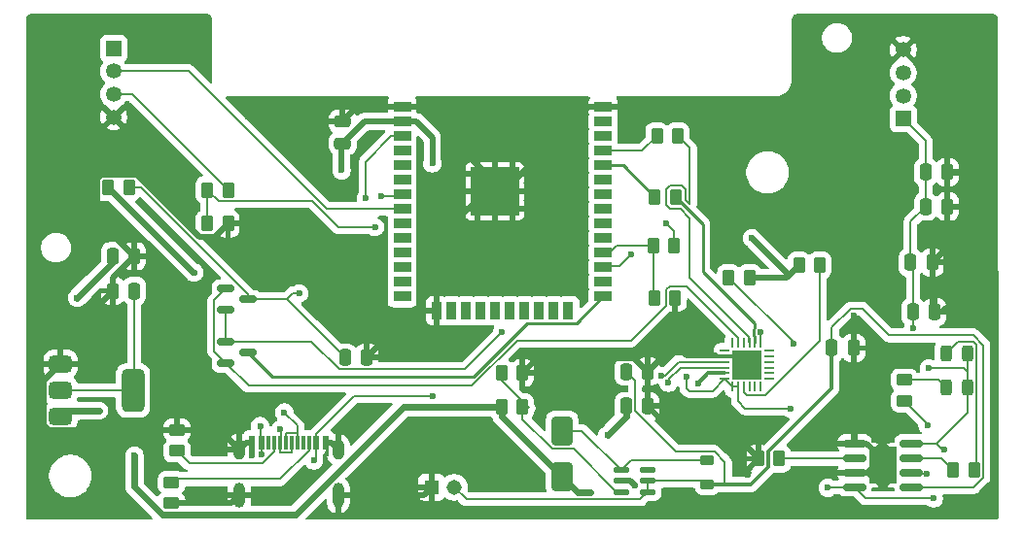
<source format=gtl>
%TF.GenerationSoftware,KiCad,Pcbnew,9.0.4*%
%TF.CreationDate,2025-10-24T17:48:01+05:30*%
%TF.ProjectId,sub_unit,7375625f-756e-4697-942e-6b696361645f,rev?*%
%TF.SameCoordinates,Original*%
%TF.FileFunction,Copper,L1,Top*%
%TF.FilePolarity,Positive*%
%FSLAX46Y46*%
G04 Gerber Fmt 4.6, Leading zero omitted, Abs format (unit mm)*
G04 Created by KiCad (PCBNEW 9.0.4) date 2025-10-24 17:48:01*
%MOMM*%
%LPD*%
G01*
G04 APERTURE LIST*
G04 Aperture macros list*
%AMRoundRect*
0 Rectangle with rounded corners*
0 $1 Rounding radius*
0 $2 $3 $4 $5 $6 $7 $8 $9 X,Y pos of 4 corners*
0 Add a 4 corners polygon primitive as box body*
4,1,4,$2,$3,$4,$5,$6,$7,$8,$9,$2,$3,0*
0 Add four circle primitives for the rounded corners*
1,1,$1+$1,$2,$3*
1,1,$1+$1,$4,$5*
1,1,$1+$1,$6,$7*
1,1,$1+$1,$8,$9*
0 Add four rect primitives between the rounded corners*
20,1,$1+$1,$2,$3,$4,$5,0*
20,1,$1+$1,$4,$5,$6,$7,0*
20,1,$1+$1,$6,$7,$8,$9,0*
20,1,$1+$1,$8,$9,$2,$3,0*%
G04 Aperture macros list end*
%TA.AperFunction,ComponentPad*%
%ADD10R,1.308000X1.308000*%
%TD*%
%TA.AperFunction,ComponentPad*%
%ADD11C,1.308000*%
%TD*%
%TA.AperFunction,SMDPad,CuDef*%
%ADD12RoundRect,0.250000X-0.262500X-0.450000X0.262500X-0.450000X0.262500X0.450000X-0.262500X0.450000X0*%
%TD*%
%TA.AperFunction,SMDPad,CuDef*%
%ADD13RoundRect,0.147500X-0.537500X-0.147500X0.537500X-0.147500X0.537500X0.147500X-0.537500X0.147500X0*%
%TD*%
%TA.AperFunction,SMDPad,CuDef*%
%ADD14RoundRect,0.150000X-0.825000X-0.150000X0.825000X-0.150000X0.825000X0.150000X-0.825000X0.150000X0*%
%TD*%
%TA.AperFunction,HeatsinkPad*%
%ADD15C,0.500000*%
%TD*%
%TA.AperFunction,HeatsinkPad*%
%ADD16R,2.410000X3.300000*%
%TD*%
%TA.AperFunction,SMDPad,CuDef*%
%ADD17R,1.500000X0.900000*%
%TD*%
%TA.AperFunction,SMDPad,CuDef*%
%ADD18R,0.900000X1.500000*%
%TD*%
%TA.AperFunction,SMDPad,CuDef*%
%ADD19R,1.050000X1.050000*%
%TD*%
%TA.AperFunction,HeatsinkPad*%
%ADD20C,0.600000*%
%TD*%
%TA.AperFunction,HeatsinkPad*%
%ADD21R,4.200000X4.200000*%
%TD*%
%TA.AperFunction,SMDPad,CuDef*%
%ADD22RoundRect,0.250000X0.650000X-1.000000X0.650000X1.000000X-0.650000X1.000000X-0.650000X-1.000000X0*%
%TD*%
%TA.AperFunction,ComponentPad*%
%ADD23R,1.350000X1.350000*%
%TD*%
%TA.AperFunction,ComponentPad*%
%ADD24C,1.350000*%
%TD*%
%TA.AperFunction,SMDPad,CuDef*%
%ADD25RoundRect,0.250000X-0.250000X-0.475000X0.250000X-0.475000X0.250000X0.475000X-0.250000X0.475000X0*%
%TD*%
%TA.AperFunction,SMDPad,CuDef*%
%ADD26RoundRect,0.150000X-0.587500X-0.150000X0.587500X-0.150000X0.587500X0.150000X-0.587500X0.150000X0*%
%TD*%
%TA.AperFunction,SMDPad,CuDef*%
%ADD27R,0.590000X1.150000*%
%TD*%
%TA.AperFunction,SMDPad,CuDef*%
%ADD28R,0.298000X1.150000*%
%TD*%
%TA.AperFunction,ComponentPad*%
%ADD29O,1.000000X2.200000*%
%TD*%
%TA.AperFunction,ComponentPad*%
%ADD30O,1.000000X1.800000*%
%TD*%
%TA.AperFunction,SMDPad,CuDef*%
%ADD31RoundRect,0.250000X0.262500X0.450000X-0.262500X0.450000X-0.262500X-0.450000X0.262500X-0.450000X0*%
%TD*%
%TA.AperFunction,SMDPad,CuDef*%
%ADD32RoundRect,0.250000X0.450000X-0.262500X0.450000X0.262500X-0.450000X0.262500X-0.450000X-0.262500X0*%
%TD*%
%TA.AperFunction,SMDPad,CuDef*%
%ADD33RoundRect,0.218750X0.381250X-0.218750X0.381250X0.218750X-0.381250X0.218750X-0.381250X-0.218750X0*%
%TD*%
%TA.AperFunction,SMDPad,CuDef*%
%ADD34RoundRect,0.243750X-0.243750X-0.456250X0.243750X-0.456250X0.243750X0.456250X-0.243750X0.456250X0*%
%TD*%
%TA.AperFunction,SMDPad,CuDef*%
%ADD35RoundRect,0.250000X-0.450000X0.262500X-0.450000X-0.262500X0.450000X-0.262500X0.450000X0.262500X0*%
%TD*%
%TA.AperFunction,SMDPad,CuDef*%
%ADD36RoundRect,0.250000X0.475000X-0.250000X0.475000X0.250000X-0.475000X0.250000X-0.475000X-0.250000X0*%
%TD*%
%TA.AperFunction,SMDPad,CuDef*%
%ADD37RoundRect,0.250000X0.250000X0.475000X-0.250000X0.475000X-0.250000X-0.475000X0.250000X-0.475000X0*%
%TD*%
%TA.AperFunction,SMDPad,CuDef*%
%ADD38RoundRect,0.375000X-0.625000X-0.375000X0.625000X-0.375000X0.625000X0.375000X-0.625000X0.375000X0*%
%TD*%
%TA.AperFunction,SMDPad,CuDef*%
%ADD39RoundRect,0.500000X-0.500000X-1.400000X0.500000X-1.400000X0.500000X1.400000X-0.500000X1.400000X0*%
%TD*%
%TA.AperFunction,SMDPad,CuDef*%
%ADD40RoundRect,0.062500X-0.350000X-0.062500X0.350000X-0.062500X0.350000X0.062500X-0.350000X0.062500X0*%
%TD*%
%TA.AperFunction,SMDPad,CuDef*%
%ADD41RoundRect,0.062500X-0.062500X-0.350000X0.062500X-0.350000X0.062500X0.350000X-0.062500X0.350000X0*%
%TD*%
%TA.AperFunction,HeatsinkPad*%
%ADD42R,2.600000X2.600000*%
%TD*%
%TA.AperFunction,ViaPad*%
%ADD43C,0.600000*%
%TD*%
%TA.AperFunction,Conductor*%
%ADD44C,0.200000*%
%TD*%
%TA.AperFunction,Conductor*%
%ADD45C,0.500000*%
%TD*%
%TA.AperFunction,Conductor*%
%ADD46C,0.300000*%
%TD*%
%TA.AperFunction,Conductor*%
%ADD47C,0.600000*%
%TD*%
%TA.AperFunction,Conductor*%
%ADD48C,0.250000*%
%TD*%
G04 APERTURE END LIST*
D10*
%TO.P,J5,1,1*%
%TO.N,GND*%
X119329200Y-120700800D03*
D11*
%TO.P,J5,2,2*%
%TO.N,/VBAT*%
X121329200Y-120700800D03*
%TD*%
D12*
%TO.P,R11,1*%
%TO.N,+3.3V*%
X91162500Y-94564200D03*
%TO.P,R11,2*%
%TO.N,/ESP_EN*%
X92987500Y-94564200D03*
%TD*%
%TO.P,R6,1*%
%TO.N,Net-(U4-IO35)*%
X99798500Y-97713800D03*
%TO.P,R6,2*%
%TO.N,GND*%
X101623500Y-97713800D03*
%TD*%
D13*
%TO.P,U3,1,SW*%
%TO.N,Net-(D4-A)*%
X135836000Y-119202200D03*
%TO.P,U3,2,GND*%
%TO.N,GND*%
X135836000Y-120152200D03*
%TO.P,U3,3,FB*%
%TO.N,Net-(U3-FB)*%
X135836000Y-121102200D03*
%TO.P,U3,4,EN*%
%TO.N,/VBAT*%
X138176000Y-121102200D03*
%TO.P,U3,5,IN*%
X138176000Y-120152200D03*
%TO.P,U3,6*%
%TO.N,N/C*%
X138176000Y-119202200D03*
%TD*%
D14*
%TO.P,U2,1,TEMP*%
%TO.N,GND*%
X156163800Y-116877600D03*
%TO.P,U2,2,PROG*%
%TO.N,Net-(U2-PROG)*%
X156163800Y-118147600D03*
%TO.P,U2,3,GND*%
%TO.N,GND*%
X156163800Y-119417600D03*
%TO.P,U2,4,V_{CC}*%
%TO.N,/VBUS*%
X156163800Y-120687600D03*
%TO.P,U2,5,BAT*%
%TO.N,/VBAT*%
X161113800Y-120687600D03*
%TO.P,U2,6,~{STDBY}*%
%TO.N,Net-(U2-~{STDBY})*%
X161113800Y-119417600D03*
%TO.P,U2,7,~{CHRG}*%
%TO.N,Net-(U2-~{CHRG})*%
X161113800Y-118147600D03*
%TO.P,U2,8,CE*%
%TO.N,/VBUS*%
X161113800Y-116877600D03*
D15*
%TO.P,U2,9,EPAD*%
%TO.N,GND*%
X157938800Y-117582600D03*
X157938800Y-118782600D03*
X157938800Y-119982600D03*
D16*
X158638800Y-118782600D03*
D15*
X159338800Y-117582600D03*
X159338800Y-118782600D03*
X159338800Y-119982600D03*
%TD*%
D17*
%TO.P,U4,1,GND*%
%TO.N,GND*%
X116781600Y-87550700D03*
%TO.P,U4,2,VDD*%
%TO.N,+3.3V*%
X116781600Y-88820700D03*
%TO.P,U4,3,EN*%
%TO.N,/ESP_EN*%
X116781600Y-90090700D03*
%TO.P,U4,4,SENSOR_VP*%
%TO.N,unconnected-(U4-SENSOR_VP-Pad4)*%
X116781600Y-91360700D03*
%TO.P,U4,5,SENSOR_VN*%
%TO.N,unconnected-(U4-SENSOR_VN-Pad5)*%
X116781600Y-92630700D03*
%TO.P,U4,6,IO34*%
%TO.N,unconnected-(U4-IO34-Pad6)*%
X116781600Y-93900700D03*
%TO.P,U4,7,IO35*%
%TO.N,Net-(U4-IO35)*%
X116781600Y-95170700D03*
%TO.P,U4,8,IO32*%
%TO.N,Net-(J1-Pin_2)*%
X116781600Y-96440700D03*
%TO.P,U4,9,IO33*%
%TO.N,unconnected-(U4-IO33-Pad9)*%
X116781600Y-97710700D03*
%TO.P,U4,10,IO25*%
%TO.N,unconnected-(U4-IO25-Pad10)*%
X116781600Y-98980700D03*
%TO.P,U4,11,IO26*%
%TO.N,unconnected-(U4-IO26-Pad11)*%
X116781600Y-100250700D03*
%TO.P,U4,12,IO27*%
%TO.N,unconnected-(U4-IO27-Pad12)*%
X116781600Y-101520700D03*
%TO.P,U4,13,IO14*%
%TO.N,unconnected-(U4-IO14-Pad13)*%
X116781600Y-102790700D03*
%TO.P,U4,14,IO12*%
%TO.N,unconnected-(U4-IO12-Pad14)*%
X116781600Y-104060700D03*
D18*
%TO.P,U4,15,GND*%
%TO.N,GND*%
X119821600Y-105310700D03*
%TO.P,U4,16,IO13*%
%TO.N,unconnected-(U4-IO13-Pad16)*%
X121091600Y-105310700D03*
%TO.P,U4,17,SHD/SD2*%
%TO.N,unconnected-(U4-SHD{slash}SD2-Pad17)*%
X122361600Y-105310700D03*
%TO.P,U4,18,SWP/SD3*%
%TO.N,unconnected-(U4-SWP{slash}SD3-Pad18)*%
X123631600Y-105310700D03*
%TO.P,U4,19,SCS/CMD*%
%TO.N,unconnected-(U4-SCS{slash}CMD-Pad19)*%
X124901600Y-105310700D03*
%TO.P,U4,20,SCK/CLK*%
%TO.N,unconnected-(U4-SCK{slash}CLK-Pad20)*%
X126171600Y-105310700D03*
%TO.P,U4,21,SDO/SD0*%
%TO.N,unconnected-(U4-SDO{slash}SD0-Pad21)*%
X127441600Y-105310700D03*
%TO.P,U4,22,SDI/SD1*%
%TO.N,unconnected-(U4-SDI{slash}SD1-Pad22)*%
X128711600Y-105310700D03*
%TO.P,U4,23,IO15*%
%TO.N,unconnected-(U4-IO15-Pad23)*%
X129981600Y-105310700D03*
%TO.P,U4,24,IO2*%
%TO.N,unconnected-(U4-IO2-Pad24)*%
X131251600Y-105310700D03*
D17*
%TO.P,U4,25,IO0*%
%TO.N,/GPIO0*%
X134281600Y-104060700D03*
%TO.P,U4,26,IO4*%
%TO.N,unconnected-(U4-IO4-Pad26)*%
X134281600Y-102790700D03*
%TO.P,U4,27,IO16*%
%TO.N,Net-(J3-Pin_2)*%
X134281600Y-101520700D03*
%TO.P,U4,28,IO17*%
%TO.N,Net-(U4-IO17)*%
X134281600Y-100250700D03*
%TO.P,U4,29,IO5*%
%TO.N,unconnected-(U4-IO5-Pad29)*%
X134281600Y-98980700D03*
%TO.P,U4,30,IO18*%
%TO.N,unconnected-(U4-IO18-Pad30)*%
X134281600Y-97710700D03*
%TO.P,U4,31,IO19*%
%TO.N,unconnected-(U4-IO19-Pad31)*%
X134281600Y-96440700D03*
%TO.P,U4,32,NC*%
%TO.N,unconnected-(U4-NC-Pad32)*%
X134281600Y-95170700D03*
%TO.P,U4,33,IO21*%
%TO.N,unconnected-(U4-IO21-Pad33)*%
X134281600Y-93900700D03*
%TO.P,U4,34,RXD0/IO3*%
%TO.N,Net-(U4-RXD0{slash}IO3)*%
X134281600Y-92630700D03*
%TO.P,U4,35,TXD0/IO1*%
%TO.N,Net-(U4-TXD0{slash}IO1)*%
X134281600Y-91360700D03*
%TO.P,U4,36,IO22*%
%TO.N,unconnected-(U4-IO22-Pad36)*%
X134281600Y-90090700D03*
%TO.P,U4,37,IO23*%
%TO.N,unconnected-(U4-IO23-Pad37)*%
X134281600Y-88820700D03*
%TO.P,U4,38,GND*%
%TO.N,GND*%
X134281600Y-87550700D03*
D19*
%TO.P,U4,39,GND*%
X123326600Y-93365700D03*
D20*
X123326600Y-94128200D03*
D19*
X123326600Y-94890700D03*
D20*
X123326600Y-95653200D03*
D19*
X123326600Y-96415700D03*
D20*
X124089100Y-93365700D03*
X124089100Y-94890700D03*
X124089100Y-96415700D03*
D19*
X124851600Y-93365700D03*
D20*
X124851600Y-94128200D03*
D19*
X124851600Y-94890700D03*
D21*
X124851600Y-94890700D03*
D20*
X124851600Y-95653200D03*
D19*
X124851600Y-96415700D03*
D20*
X125614100Y-93365700D03*
X125614100Y-94890700D03*
X125614100Y-96415700D03*
D19*
X126376600Y-93365700D03*
D20*
X126376600Y-94128200D03*
D19*
X126376600Y-94890700D03*
D20*
X126376600Y-95653200D03*
D19*
X126376600Y-96415700D03*
%TD*%
D22*
%TO.P,D4,1,K*%
%TO.N,+5V*%
X130708400Y-119773200D03*
%TO.P,D4,2,A*%
%TO.N,Net-(D4-A)*%
X130708400Y-115773200D03*
%TD*%
D23*
%TO.P,J1,1,Pin_1*%
%TO.N,/VBUS*%
X91666200Y-82420200D03*
D24*
%TO.P,J1,2,Pin_2*%
%TO.N,Net-(J1-Pin_2)*%
X91666200Y-84420200D03*
%TO.P,J1,3,Pin_3*%
%TO.N,Net-(J1-Pin_3)*%
X91666200Y-86420200D03*
%TO.P,J1,4,Pin_4*%
%TO.N,GND*%
X91666200Y-88420200D03*
%TD*%
D25*
%TO.P,C3,1*%
%TO.N,+5V*%
X91582200Y-100558600D03*
%TO.P,C3,2*%
%TO.N,GND*%
X93482200Y-100558600D03*
%TD*%
D12*
%TO.P,R7,1*%
%TO.N,Net-(U3-FB)*%
X125429000Y-110744000D03*
%TO.P,R7,2*%
%TO.N,GND*%
X127254000Y-110744000D03*
%TD*%
D26*
%TO.P,Q1,1,G*%
%TO.N,/DTR*%
X101447600Y-103357600D03*
%TO.P,Q1,2,S*%
%TO.N,/RTS*%
X101447600Y-105257600D03*
%TO.P,Q1,3,D*%
%TO.N,/ESP_EN*%
X103322600Y-104307600D03*
%TD*%
D25*
%TO.P,C5,1*%
%TO.N,/VBAT*%
X136286200Y-110617000D03*
%TO.P,C5,2*%
%TO.N,GND*%
X138186200Y-110617000D03*
%TD*%
%TO.P,C7,1*%
%TO.N,/ESP_EN*%
X111810800Y-109397800D03*
%TO.P,C7,2*%
%TO.N,GND*%
X113710800Y-109397800D03*
%TD*%
D27*
%TO.P,J4,A1B12,GND1*%
%TO.N,GND*%
X103706000Y-116814600D03*
%TO.P,J4,A4B9,VBUS1*%
%TO.N,/VBUS*%
X104506000Y-116814600D03*
D28*
%TO.P,J4,A5,CC1*%
%TO.N,Net-(J4-CC1)*%
X105656000Y-116814600D03*
%TO.P,J4,A6,DP1*%
%TO.N,/USB_DP*%
X106656000Y-116814600D03*
%TO.P,J4,A7,DN1*%
%TO.N,/USB_DN*%
X107156000Y-116814600D03*
%TO.P,J4,A8,SBU1*%
%TO.N,unconnected-(J4-SBU1-PadA8)*%
X108156000Y-116814600D03*
D27*
%TO.P,J4,B1A12,GND2*%
%TO.N,GND*%
X110106000Y-116814600D03*
%TO.P,J4,B4A9,VBUS2*%
%TO.N,/VBUS*%
X109306000Y-116814600D03*
D28*
%TO.P,J4,B5,CC2*%
%TO.N,Net-(J4-CC2)*%
X108656000Y-116814600D03*
%TO.P,J4,B6,DP2*%
%TO.N,/USB_DP*%
X107656000Y-116814600D03*
%TO.P,J4,B7,DN2*%
%TO.N,/USB_DN*%
X106156000Y-116814600D03*
%TO.P,J4,B8,SBU2*%
%TO.N,unconnected-(J4-SBU2-PadB8)*%
X105156000Y-116814600D03*
D29*
%TO.P,J4,SH1,SHIELD1*%
%TO.N,GND*%
X102586000Y-121389600D03*
%TO.P,J4,SH2,SHIELD2*%
X111226000Y-121389600D03*
D30*
%TO.P,J4,SH3,SHIELD3*%
X102586000Y-117389600D03*
%TO.P,J4,SH4,SHIELD4*%
X111226000Y-117389600D03*
%TD*%
D12*
%TO.P,R14,1*%
%TO.N,Net-(U4-RXD0{slash}IO3)*%
X138787500Y-95402400D03*
%TO.P,R14,2*%
%TO.N,/ESP_RX*%
X140612500Y-95402400D03*
%TD*%
D25*
%TO.P,C2,1*%
%TO.N,/VBAT*%
X154193200Y-108559600D03*
%TO.P,C2,2*%
%TO.N,GND*%
X156093200Y-108559600D03*
%TD*%
%TO.P,C1,1*%
%TO.N,/VBUS*%
X161261600Y-105425000D03*
%TO.P,C1,2*%
%TO.N,GND*%
X163161600Y-105425000D03*
%TD*%
D31*
%TO.P,R1,1*%
%TO.N,Net-(D1-K)*%
X166571300Y-119151400D03*
%TO.P,R1,2*%
%TO.N,Net-(U2-~{CHRG})*%
X164746300Y-119151400D03*
%TD*%
D32*
%TO.P,R9,1*%
%TO.N,Net-(J4-CC1)*%
X97180400Y-117523900D03*
%TO.P,R9,2*%
%TO.N,GND*%
X97180400Y-115698900D03*
%TD*%
D23*
%TO.P,J3,1,Pin_1*%
%TO.N,/VBUS*%
X160401000Y-88550000D03*
D24*
%TO.P,J3,2,Pin_2*%
%TO.N,Net-(J3-Pin_2)*%
X160401000Y-86550000D03*
%TO.P,J3,3,Pin_3*%
%TO.N,Net-(J3-Pin_3)*%
X160401000Y-84550000D03*
%TO.P,J3,4,Pin_4*%
%TO.N,GND*%
X160401000Y-82550000D03*
%TD*%
D31*
%TO.P,R4,1*%
%TO.N,Net-(U2-PROG)*%
X149627600Y-118211600D03*
%TO.P,R4,2*%
%TO.N,GND*%
X147802600Y-118211600D03*
%TD*%
D25*
%TO.P,C9,1*%
%TO.N,/VBUS*%
X162346600Y-93218000D03*
%TO.P,C9,2*%
%TO.N,GND*%
X164246600Y-93218000D03*
%TD*%
D12*
%TO.P,R15,1*%
%TO.N,Net-(U4-IO17)*%
X138658600Y-99593400D03*
%TO.P,R15,2*%
%TO.N,Net-(J3-Pin_3)*%
X140483600Y-99593400D03*
%TD*%
%TO.P,R3,1*%
%TO.N,/VBUS*%
X145213700Y-102438200D03*
%TO.P,R3,2*%
%TO.N,+3.3V*%
X147038700Y-102438200D03*
%TD*%
D25*
%TO.P,C6,1*%
%TO.N,+5V*%
X136286200Y-113627000D03*
%TO.P,C6,2*%
%TO.N,GND*%
X138186200Y-113627000D03*
%TD*%
D33*
%TO.P,L1,1,1*%
%TO.N,/VBAT*%
X143357600Y-120467900D03*
%TO.P,L1,2,2*%
%TO.N,Net-(D4-A)*%
X143357600Y-118342900D03*
%TD*%
D25*
%TO.P,C10,1*%
%TO.N,/VBUS*%
X162346600Y-96228000D03*
%TO.P,C10,2*%
%TO.N,GND*%
X164246600Y-96228000D03*
%TD*%
D34*
%TO.P,D2,1,K*%
%TO.N,Net-(D2-K)*%
X164134800Y-112031400D03*
%TO.P,D2,2,A*%
%TO.N,/VBUS*%
X166009800Y-112031400D03*
%TD*%
D12*
%TO.P,R13,1*%
%TO.N,Net-(U4-TXD0{slash}IO1)*%
X138963400Y-90068400D03*
%TO.P,R13,2*%
%TO.N,/ESP_TX*%
X140788400Y-90068400D03*
%TD*%
%TO.P,R5,1*%
%TO.N,Net-(U4-IO35)*%
X99798500Y-94763800D03*
%TO.P,R5,2*%
%TO.N,Net-(J1-Pin_3)*%
X101623500Y-94763800D03*
%TD*%
D34*
%TO.P,D1,1,K*%
%TO.N,Net-(D1-K)*%
X164134800Y-108991400D03*
%TO.P,D1,2,A*%
%TO.N,/VBUS*%
X166009800Y-108991400D03*
%TD*%
D32*
%TO.P,R22,1*%
%TO.N,GND*%
X96697800Y-122094000D03*
%TO.P,R22,2*%
%TO.N,Net-(J4-CC2)*%
X96697800Y-120269000D03*
%TD*%
D12*
%TO.P,R10,1*%
%TO.N,Net-(U4-IO17)*%
X138736700Y-104165400D03*
%TO.P,R10,2*%
%TO.N,GND*%
X140561700Y-104165400D03*
%TD*%
D35*
%TO.P,R2,1*%
%TO.N,Net-(D2-K)*%
X160502600Y-111355500D03*
%TO.P,R2,2*%
%TO.N,Net-(U2-~{STDBY})*%
X160502600Y-113180500D03*
%TD*%
D12*
%TO.P,R8,1*%
%TO.N,+5V*%
X125429000Y-113694000D03*
%TO.P,R8,2*%
%TO.N,Net-(U3-FB)*%
X127254000Y-113694000D03*
%TD*%
D36*
%TO.P,C12_BYP1,1*%
%TO.N,+3.3V*%
X111607600Y-90703400D03*
%TO.P,C12_BYP1,2*%
%TO.N,GND*%
X111607600Y-88803400D03*
%TD*%
D25*
%TO.P,C8_BYP1,1*%
%TO.N,/VBUS*%
X161029100Y-101100000D03*
%TO.P,C8_BYP1,2*%
%TO.N,GND*%
X162929100Y-101100000D03*
%TD*%
D12*
%TO.P,R12,1*%
%TO.N,+3.3V*%
X151333200Y-101346000D03*
%TO.P,R12,2*%
%TO.N,Net-(U6-~{RST})*%
X153158200Y-101346000D03*
%TD*%
D37*
%TO.P,C4,1*%
%TO.N,Net-(U1-VO)*%
X93482200Y-103568600D03*
%TO.P,C4,2*%
%TO.N,GND*%
X91582200Y-103568600D03*
%TD*%
D38*
%TO.P,U1,1,GND*%
%TO.N,GND*%
X87045400Y-109954700D03*
%TO.P,U1,2,VO*%
%TO.N,Net-(U1-VO)*%
X87045400Y-112254700D03*
D39*
X93345400Y-112254700D03*
D38*
%TO.P,U1,3,VI*%
%TO.N,+5V*%
X87045400Y-114554700D03*
%TD*%
D26*
%TO.P,Q2,1,G*%
%TO.N,/RTS*%
X101447600Y-107982600D03*
%TO.P,Q2,2,S*%
%TO.N,/DTR*%
X101447600Y-109882600D03*
%TO.P,Q2,3,D*%
%TO.N,/GPIO0*%
X103322600Y-108932600D03*
%TD*%
D40*
%TO.P,U6,1,~{RI}/CLK*%
%TO.N,unconnected-(U6-~{RI}{slash}CLK-Pad1)*%
X144823700Y-108757400D03*
%TO.P,U6,2,GND*%
%TO.N,GND*%
X144823700Y-109257400D03*
%TO.P,U6,3,D+*%
%TO.N,/USB_DP*%
X144823700Y-109757400D03*
%TO.P,U6,4,D-*%
%TO.N,/USB_DN*%
X144823700Y-110257400D03*
%TO.P,U6,5,VIO*%
%TO.N,+3.3V*%
X144823700Y-110757400D03*
%TO.P,U6,6,VDD*%
%TO.N,/VBUS*%
X144823700Y-111257400D03*
D41*
%TO.P,U6,7,VREGIN*%
X145511200Y-111944900D03*
%TO.P,U6,8,VBUS*%
X146011200Y-111944900D03*
%TO.P,U6,9,~{RST}*%
%TO.N,Net-(U6-~{RST})*%
X146511200Y-111944900D03*
%TO.P,U6,10,NC*%
%TO.N,unconnected-(U6-NC-Pad10)*%
X147011200Y-111944900D03*
%TO.P,U6,11,~{WAKEUP}/GPIO.3*%
%TO.N,unconnected-(U6-~{WAKEUP}{slash}GPIO.3-Pad11)*%
X147511200Y-111944900D03*
%TO.P,U6,12,RS485/GPIO.2*%
%TO.N,unconnected-(U6-RS485{slash}GPIO.2-Pad12)*%
X148011200Y-111944900D03*
D40*
%TO.P,U6,13,~{RXT}/GPIO.1*%
%TO.N,unconnected-(U6-~{RXT}{slash}GPIO.1-Pad13)*%
X148698700Y-111257400D03*
%TO.P,U6,14,~{TXT}/GPIO.0*%
%TO.N,unconnected-(U6-~{TXT}{slash}GPIO.0-Pad14)*%
X148698700Y-110757400D03*
%TO.P,U6,15,~{SUSPEND}*%
%TO.N,unconnected-(U6-~{SUSPEND}-Pad15)*%
X148698700Y-110257400D03*
%TO.P,U6,16,NC*%
%TO.N,unconnected-(U6-NC-Pad16)*%
X148698700Y-109757400D03*
%TO.P,U6,17,SUSPEND*%
%TO.N,unconnected-(U6-SUSPEND-Pad17)*%
X148698700Y-109257400D03*
%TO.P,U6,18,~{CTS}*%
%TO.N,unconnected-(U6-~{CTS}-Pad18)*%
X148698700Y-108757400D03*
D41*
%TO.P,U6,19,~{RTS}*%
%TO.N,/RTS*%
X148011200Y-108069900D03*
%TO.P,U6,20,RXD*%
%TO.N,/ESP_RX*%
X147511200Y-108069900D03*
%TO.P,U6,21,TXD*%
%TO.N,/ESP_TX*%
X147011200Y-108069900D03*
%TO.P,U6,22,~{DSR}*%
%TO.N,unconnected-(U6-~{DSR}-Pad22)*%
X146511200Y-108069900D03*
%TO.P,U6,23,~{DTR}*%
%TO.N,/DTR*%
X146011200Y-108069900D03*
%TO.P,U6,24,~{DCD}*%
%TO.N,unconnected-(U6-~{DCD}-Pad24)*%
X145511200Y-108069900D03*
D42*
%TO.P,U6,25,GND*%
%TO.N,GND*%
X146761200Y-110007400D03*
%TD*%
D43*
%TO.N,GND*%
X115874800Y-109347000D03*
X139979400Y-115468400D03*
X89484200Y-97586800D03*
X119786400Y-109245400D03*
X166827200Y-93243400D03*
X146837400Y-119583200D03*
X151968200Y-116865400D03*
X137050525Y-120577184D03*
X130200400Y-111937800D03*
X156083000Y-105714800D03*
X165328600Y-103936800D03*
X103708200Y-117906800D03*
%TO.N,/VBUS*%
X109093000Y-118364000D03*
X163957000Y-117424200D03*
X104501625Y-117804423D03*
X150825200Y-108153200D03*
X162661600Y-110337600D03*
X153822400Y-120751600D03*
X104419400Y-115366800D03*
X141516100Y-111086900D03*
X119481600Y-112725200D03*
X161239200Y-106854800D03*
X163068000Y-121666000D03*
X150571200Y-113842800D03*
%TO.N,+5V*%
X134645400Y-116154200D03*
X88493600Y-104165400D03*
X93472000Y-117957600D03*
X90373200Y-114020600D03*
X133197600Y-121158000D03*
%TO.N,/ESP_EN*%
X107823000Y-103784400D03*
X113614200Y-95504000D03*
%TO.N,+3.3V*%
X111506000Y-93065600D03*
X119405400Y-92456000D03*
X147218400Y-98958400D03*
X98679000Y-101981000D03*
X142544800Y-111633000D03*
%TO.N,Net-(J3-Pin_2)*%
X136753600Y-100380800D03*
%TO.N,Net-(J3-Pin_3)*%
X139776200Y-97688400D03*
%TO.N,/USB_DN*%
X139975121Y-111577921D03*
X106177038Y-115627218D03*
%TO.N,/USB_DP*%
X106527600Y-114179800D03*
X139374079Y-110976879D03*
%TO.N,/RTS*%
X125476000Y-107188000D03*
X148005800Y-107188000D03*
%TO.N,Net-(U2-~{STDBY})*%
X162509200Y-115265200D03*
X162468000Y-119557800D03*
%TO.N,Net-(U4-IO35)*%
X114427000Y-98018600D03*
X114985800Y-95275400D03*
%TD*%
D44*
%TO.N,/VBAT*%
X137519200Y-121759000D02*
X122387400Y-121759000D01*
X122387400Y-121759000D02*
X121329200Y-120700800D01*
X138176000Y-121102200D02*
X137519200Y-121759000D01*
D45*
%TO.N,GND*%
X118640400Y-121389600D02*
X119329200Y-120700800D01*
X111226000Y-121389600D02*
X118640400Y-121389600D01*
X118274100Y-87550700D02*
X124089100Y-93365700D01*
X91582200Y-102458600D02*
X93482200Y-100558600D01*
X119821600Y-109210200D02*
X119786400Y-109245400D01*
X138186200Y-110617000D02*
X137010200Y-109441000D01*
X111607600Y-88803400D02*
X112860300Y-87550700D01*
X89484200Y-97586800D02*
X90510400Y-97586800D01*
X85594400Y-115271840D02*
X86078260Y-115755700D01*
X85594400Y-111405700D02*
X85594400Y-115271840D01*
X90510400Y-97586800D02*
X93482200Y-100558600D01*
D46*
X144119600Y-109206400D02*
X144170600Y-109257400D01*
D45*
X140561700Y-104165400D02*
X140561700Y-108241500D01*
X130200400Y-111937800D02*
X130200400Y-111084400D01*
X93692600Y-93413200D02*
X99144200Y-98864800D01*
X156093200Y-116807000D02*
X156163800Y-116877600D01*
X99144200Y-98864800D02*
X100472500Y-98864800D01*
X115824000Y-109397800D02*
X115874800Y-109347000D01*
X164246600Y-99782500D02*
X162929100Y-101100000D01*
X132954100Y-87550700D02*
X126376600Y-94128200D01*
X136625541Y-120152200D02*
X135836000Y-120152200D01*
X87045400Y-109954700D02*
X85594400Y-111405700D01*
X157233800Y-116877600D02*
X157938800Y-117582600D01*
X146837400Y-119583200D02*
X146837400Y-119176800D01*
X87045400Y-108105400D02*
X91582200Y-103568600D01*
X113710800Y-109397800D02*
X117797900Y-105310700D01*
X90199000Y-97275400D02*
X90199000Y-93816908D01*
X157373800Y-119417600D02*
X157938800Y-119982600D01*
X103161000Y-116814600D02*
X102586000Y-117389600D01*
X103706000Y-117904600D02*
X103708200Y-117906800D01*
X164246600Y-96228000D02*
X164246600Y-99782500D01*
X119821600Y-105310700D02*
X119821600Y-99158200D01*
X164272000Y-93243400D02*
X164246600Y-93218000D01*
X138186200Y-113675200D02*
X139979400Y-115468400D01*
X90602708Y-93413200D02*
X93692600Y-93413200D01*
X112860300Y-87550700D02*
X116781600Y-87550700D01*
X156083000Y-108549400D02*
X156093200Y-108559600D01*
X156093200Y-108559600D02*
X156093200Y-116807000D01*
D46*
X144170600Y-109257400D02*
X144823700Y-109257400D01*
D45*
X138186200Y-113627000D02*
X143218000Y-113627000D01*
X137010200Y-109441000D02*
X128557000Y-109441000D01*
X110651000Y-116814600D02*
X111226000Y-117389600D01*
X146837400Y-119176800D02*
X147802600Y-118211600D01*
X140561700Y-108241500D02*
X141526600Y-109206400D01*
X163840400Y-105425000D02*
X165328600Y-103936800D01*
X91582200Y-103568600D02*
X91582200Y-102458600D01*
X156163800Y-116877600D02*
X151980400Y-116877600D01*
D46*
X146011200Y-109257400D02*
X146761200Y-110007400D01*
D45*
X103706000Y-116814600D02*
X103161000Y-116814600D01*
X113710800Y-109397800D02*
X115824000Y-109397800D01*
X117797900Y-105310700D02*
X119821600Y-105310700D01*
X96697800Y-122094000D02*
X101881600Y-122094000D01*
X97123600Y-115755700D02*
X97180400Y-115698900D01*
X110106000Y-116814600D02*
X110651000Y-116814600D01*
X162929100Y-101100000D02*
X162929100Y-105192500D01*
X97180400Y-115698900D02*
X100895300Y-115698900D01*
X162929100Y-105192500D02*
X163161600Y-105425000D01*
X116781600Y-87550700D02*
X118274100Y-87550700D01*
X87045400Y-109954700D02*
X87045400Y-108105400D01*
X151980400Y-116877600D02*
X151968200Y-116865400D01*
X100472500Y-98864800D02*
X101623500Y-97713800D01*
X101881600Y-122094000D02*
X102586000Y-121389600D01*
X90199000Y-93816908D02*
X90602708Y-93413200D01*
D46*
X144823700Y-109257400D02*
X146011200Y-109257400D01*
D45*
X134281600Y-87550700D02*
X132954100Y-87550700D01*
X119821600Y-105310700D02*
X119821600Y-109210200D01*
X138186200Y-110617000D02*
X138186200Y-113627000D01*
X143218000Y-113627000D02*
X147802600Y-118211600D01*
X119821600Y-99158200D02*
X123326600Y-95653200D01*
X86078260Y-115755700D02*
X97123600Y-115755700D01*
X103706000Y-116814600D02*
X103706000Y-117904600D01*
X140561700Y-108241500D02*
X138186200Y-110617000D01*
X163161600Y-105425000D02*
X163840400Y-105425000D01*
X141526600Y-109206400D02*
X144119600Y-109206400D01*
X138186200Y-113627000D02*
X138186200Y-113675200D01*
X128557000Y-109441000D02*
X127254000Y-110744000D01*
X166827200Y-93243400D02*
X164272000Y-93243400D01*
X156163800Y-116877600D02*
X157233800Y-116877600D01*
X93482200Y-100558600D02*
X90199000Y-97275400D01*
X156163800Y-119417600D02*
X157373800Y-119417600D01*
X100895300Y-115698900D02*
X102586000Y-117389600D01*
X130200400Y-111084400D02*
X128557000Y-109441000D01*
X164246600Y-93218000D02*
X164246600Y-96228000D01*
X137050525Y-120577184D02*
X136625541Y-120152200D01*
X156083000Y-105714800D02*
X156083000Y-108549400D01*
D44*
%TO.N,/VBUS*%
X162346600Y-90495600D02*
X160401000Y-88550000D01*
X146011200Y-111944900D02*
X146011200Y-113194400D01*
X154267400Y-120687600D02*
X156163800Y-120687600D01*
X163284400Y-116877600D02*
X161113800Y-116877600D01*
X141757400Y-112293400D02*
X143787700Y-112293400D01*
X165705000Y-110337600D02*
X166009800Y-110642400D01*
X109093000Y-118364000D02*
X109306000Y-118151000D01*
X150825200Y-108049700D02*
X150825200Y-108153200D01*
X141516100Y-112052100D02*
X141757400Y-112293400D01*
X144823700Y-111257400D02*
X145511200Y-111944900D01*
X104419400Y-116728000D02*
X104506000Y-116814600D01*
X109306000Y-116814600D02*
X109306000Y-116039600D01*
X161029100Y-101100000D02*
X161029100Y-97545500D01*
X161261600Y-101393800D02*
X161261600Y-105425000D01*
X154203400Y-120751600D02*
X154267400Y-120687600D01*
X146659600Y-113842800D02*
X150571200Y-113842800D01*
X163957000Y-117424200D02*
X163831000Y-117424200D01*
X143787700Y-112293400D02*
X144823700Y-111257400D01*
X166009800Y-112031400D02*
X166009800Y-114152200D01*
X145511200Y-111944900D02*
X146011200Y-111944900D01*
X161029100Y-101161300D02*
X161261600Y-101393800D01*
X161261600Y-105425000D02*
X161261600Y-106832400D01*
X104419400Y-115366800D02*
X104419400Y-116728000D01*
X162346600Y-93218000D02*
X162346600Y-90495600D01*
X109306000Y-118151000D02*
X109306000Y-116814600D01*
X157142200Y-121666000D02*
X163068000Y-121666000D01*
X112620400Y-112725200D02*
X119481600Y-112725200D01*
X104506000Y-117800048D02*
X104501625Y-117804423D01*
X156163800Y-120687600D02*
X157142200Y-121666000D01*
X161029100Y-97545500D02*
X162346600Y-96228000D01*
X166009800Y-108991400D02*
X166009800Y-110642400D01*
X145213700Y-102438200D02*
X150825200Y-108049700D01*
X162661600Y-110337600D02*
X165705000Y-110337600D01*
X166009800Y-110642400D02*
X166009800Y-112031400D01*
X153822400Y-120751600D02*
X154203400Y-120751600D01*
X162346600Y-96228000D02*
X162346600Y-93218000D01*
X166009800Y-114152200D02*
X163284400Y-116877600D01*
X146011200Y-113194400D02*
X146659600Y-113842800D01*
X109306000Y-116039600D02*
X112620400Y-112725200D01*
X163831000Y-117424200D02*
X163284400Y-116877600D01*
X104506000Y-116814600D02*
X104506000Y-117800048D01*
X161029100Y-101100000D02*
X161029100Y-101161300D01*
X161261600Y-106832400D02*
X161239200Y-106854800D01*
X141516100Y-111086900D02*
X141516100Y-112052100D01*
%TO.N,/VBAT*%
X136286200Y-110617000D02*
X137087200Y-111418000D01*
X166517446Y-107454800D02*
X167384800Y-108322154D01*
X138176000Y-121102200D02*
X138176000Y-120152200D01*
X143041900Y-120152200D02*
X143357600Y-120467900D01*
X154193200Y-106754657D02*
X155834057Y-105113800D01*
X143357600Y-120467900D02*
X144881600Y-120467900D01*
D46*
X148666100Y-118917470D02*
X147115670Y-120467900D01*
D44*
X166533760Y-120687600D02*
X161113800Y-120687600D01*
X167384800Y-108322154D02*
X167384800Y-119836560D01*
X156853400Y-105113800D02*
X159194400Y-107454800D01*
X137087200Y-114039160D02*
X140652440Y-117604400D01*
D46*
X148666100Y-117603730D02*
X148666100Y-118917470D01*
D44*
X140652440Y-117604400D02*
X143960200Y-117604400D01*
D46*
X147115670Y-120467900D02*
X143357600Y-120467900D01*
D44*
X138176000Y-120152200D02*
X143041900Y-120152200D01*
X137087200Y-111418000D02*
X137087200Y-114039160D01*
X167384800Y-119836560D02*
X166533760Y-120687600D01*
D46*
X154193200Y-112076630D02*
X148666100Y-117603730D01*
D44*
X159194400Y-107454800D02*
X166517446Y-107454800D01*
X143960200Y-117604400D02*
X144881600Y-118525800D01*
X155834057Y-105113800D02*
X156853400Y-105113800D01*
X144881600Y-118525800D02*
X144881600Y-120467900D01*
D46*
X154193200Y-108559600D02*
X154193200Y-112076630D01*
D44*
X154193200Y-108559600D02*
X154193200Y-106754657D01*
D47*
%TO.N,+5V*%
X91582200Y-101076800D02*
X88493600Y-104165400D01*
X91582200Y-100558600D02*
X91582200Y-101076800D01*
X136286200Y-113627000D02*
X136286200Y-114513400D01*
X133197600Y-121158000D02*
X132093200Y-121158000D01*
X107492472Y-123107500D02*
X95929798Y-123107500D01*
X125429000Y-113694000D02*
X125429000Y-114493800D01*
X136286200Y-114513400D02*
X134645400Y-116154200D01*
X93472000Y-120649702D02*
X93472000Y-117957600D01*
X125429000Y-114493800D02*
X130708400Y-119773200D01*
X116905972Y-113694000D02*
X107492472Y-123107500D01*
X132093200Y-121158000D02*
X130708400Y-119773200D01*
X125429000Y-113694000D02*
X116905972Y-113694000D01*
X90373200Y-114020600D02*
X87579500Y-114020600D01*
X87579500Y-114020600D02*
X87045400Y-114554700D01*
X95929798Y-123107500D02*
X93472000Y-120649702D01*
D44*
%TO.N,Net-(U1-VO)*%
X87045400Y-112254700D02*
X93345400Y-112254700D01*
X93482200Y-112117900D02*
X93345400Y-112254700D01*
X93482200Y-103568600D02*
X93482200Y-112117900D01*
%TO.N,/ESP_EN*%
X115831600Y-90090700D02*
X113614200Y-92308100D01*
X111810800Y-109397800D02*
X106720600Y-104307600D01*
X113614200Y-92308100D02*
X113614200Y-95504000D01*
X107243800Y-103784400D02*
X106720600Y-104307600D01*
X92987500Y-94564200D02*
X94033668Y-94564200D01*
X94033668Y-94564200D02*
X103322600Y-103853132D01*
X106720600Y-104307600D02*
X103322600Y-104307600D01*
X107823000Y-103784400D02*
X107243800Y-103784400D01*
X103322600Y-103853132D02*
X103322600Y-104307600D01*
X116781600Y-90090700D02*
X115831600Y-90090700D01*
D45*
%TO.N,+3.3V*%
X118031600Y-88820700D02*
X119405400Y-90194500D01*
X116781600Y-88820700D02*
X118031600Y-88820700D01*
X119405400Y-90194500D02*
X119405400Y-92456000D01*
X111506000Y-93065600D02*
X111506000Y-90805000D01*
X150368000Y-102108000D02*
X150571200Y-102108000D01*
X111607600Y-90703400D02*
X113490300Y-88820700D01*
X111506000Y-90805000D02*
X111607600Y-90703400D01*
X91162500Y-94564200D02*
X98579300Y-101981000D01*
X113490300Y-88820700D02*
X116781600Y-88820700D01*
X147218400Y-98958400D02*
X150368000Y-102108000D01*
D46*
X143420400Y-110757400D02*
X144823700Y-110757400D01*
X142544800Y-111633000D02*
X143420400Y-110757400D01*
D45*
X150571200Y-102108000D02*
X151333200Y-101346000D01*
X98579300Y-101981000D02*
X98679000Y-101981000D01*
X147038700Y-102438200D02*
X150241000Y-102438200D01*
X150241000Y-102438200D02*
X150571200Y-102108000D01*
D44*
%TO.N,Net-(D1-K)*%
X166798300Y-118924400D02*
X166571300Y-119151400D01*
X165135800Y-107990400D02*
X166485946Y-107990400D01*
X164134800Y-108991400D02*
X165135800Y-107990400D01*
X166798300Y-108302754D02*
X166798300Y-118924400D01*
X166485946Y-107990400D02*
X166798300Y-108302754D01*
%TO.N,Net-(D2-K)*%
X160502600Y-111355500D02*
X163458900Y-111355500D01*
X163458900Y-111355500D02*
X164134800Y-112031400D01*
%TO.N,Net-(D4-A)*%
X130708400Y-115773200D02*
X132407000Y-115773200D01*
X132407000Y-115773200D02*
X135836000Y-119202200D01*
X135836000Y-119202200D02*
X136695300Y-118342900D01*
X136695300Y-118342900D02*
X143357600Y-118342900D01*
%TO.N,Net-(J1-Pin_2)*%
X116781600Y-96440700D02*
X110220976Y-96440700D01*
X110220976Y-96440700D02*
X98200476Y-84420200D01*
X98200476Y-84420200D02*
X91666200Y-84420200D01*
%TO.N,Net-(J1-Pin_3)*%
X93279900Y-86420200D02*
X91666200Y-86420200D01*
X101623500Y-94763800D02*
X93279900Y-86420200D01*
%TO.N,Net-(J3-Pin_2)*%
X135686800Y-101447600D02*
X134354700Y-101447600D01*
X134354700Y-101447600D02*
X134281600Y-101520700D01*
X136753600Y-100380800D02*
X135686800Y-101447600D01*
%TO.N,Net-(J3-Pin_3)*%
X139776200Y-97688400D02*
X140483600Y-98395800D01*
X140483600Y-98395800D02*
X140483600Y-99593400D01*
%TO.N,/USB_DN*%
X107106000Y-117690600D02*
X106206000Y-117690600D01*
X107156000Y-116814600D02*
X107156000Y-117640600D01*
X106206000Y-116764600D02*
X106156000Y-116814600D01*
X144823700Y-110257400D02*
X141012799Y-110257400D01*
X106206000Y-115656180D02*
X106206000Y-116764600D01*
X107156000Y-117640600D02*
X107106000Y-117690600D01*
X139975121Y-111295078D02*
X139975121Y-111577921D01*
X141012799Y-110257400D02*
X139975121Y-111295078D01*
X106177038Y-115627218D02*
X106206000Y-115656180D01*
X106156000Y-117640600D02*
X106156000Y-116814600D01*
X106206000Y-117690600D02*
X106156000Y-117640600D01*
%TO.N,Net-(J4-CC2)*%
X106145600Y-119988600D02*
X108656000Y-117478200D01*
X96697800Y-120269000D02*
X96978200Y-119988600D01*
X96978200Y-119988600D02*
X106145600Y-119988600D01*
X108656000Y-117478200D02*
X108656000Y-116814600D01*
%TO.N,Net-(J4-CC1)*%
X104624600Y-118590600D02*
X105656000Y-117559200D01*
X97180400Y-117523900D02*
X98247100Y-118590600D01*
X98247100Y-118590600D02*
X104624600Y-118590600D01*
X105656000Y-117559200D02*
X105656000Y-116814600D01*
%TO.N,/USB_DP*%
X107606000Y-115938600D02*
X107656000Y-115988600D01*
X106527600Y-114179800D02*
X107656000Y-115308200D01*
X107656000Y-116230400D02*
X107656000Y-116814600D01*
X140851401Y-109782400D02*
X139656922Y-110976879D01*
X144179949Y-109782400D02*
X140851401Y-109782400D01*
X106706000Y-115938600D02*
X107606000Y-115938600D01*
X106656000Y-115988600D02*
X106706000Y-115938600D01*
X144823700Y-109757400D02*
X144204949Y-109757400D01*
X107656000Y-115988600D02*
X107656000Y-116230400D01*
X107656000Y-115308200D02*
X107656000Y-116230400D01*
X144204949Y-109757400D02*
X144179949Y-109782400D01*
X139656922Y-110976879D02*
X139374079Y-110976879D01*
X106656000Y-116814600D02*
X106656000Y-115988600D01*
%TO.N,/DTR*%
X136699560Y-107899200D02*
X139748200Y-104850560D01*
X100409100Y-104396100D02*
X100409100Y-108844100D01*
X122838140Y-111836200D02*
X126775140Y-107899200D01*
X103401200Y-111836200D02*
X122838140Y-111836200D01*
X146011200Y-107641602D02*
X146011200Y-108069900D01*
X141533998Y-103164400D02*
X146011200Y-107641602D01*
X140064040Y-103164400D02*
X141533998Y-103164400D01*
X101447600Y-103357600D02*
X100409100Y-104396100D01*
X139748200Y-103480240D02*
X140064040Y-103164400D01*
X126775140Y-107899200D02*
X136699560Y-107899200D01*
X139748200Y-104850560D02*
X139748200Y-103480240D01*
X100409100Y-108844100D02*
X101447600Y-109882600D01*
X101447600Y-109882600D02*
X103401200Y-111836200D01*
%TO.N,/RTS*%
X111325640Y-110423800D02*
X122240200Y-110423800D01*
X148005800Y-108064500D02*
X148011200Y-108069900D01*
X108884440Y-107982600D02*
X111325640Y-110423800D01*
X148005800Y-107188000D02*
X148005800Y-108064500D01*
X101447600Y-107982600D02*
X108884440Y-107982600D01*
X122240200Y-110423800D02*
X125476000Y-107188000D01*
X101447600Y-105257600D02*
X101447600Y-107982600D01*
D48*
%TO.N,/GPIO0*%
X103322600Y-108932600D02*
X105489600Y-111099600D01*
X105489600Y-111099600D02*
X122972286Y-111099600D01*
X122972286Y-111099600D02*
X127685186Y-106386700D01*
X127685186Y-106386700D02*
X131955600Y-106386700D01*
X131955600Y-106386700D02*
X134281600Y-104060700D01*
D44*
%TO.N,Net-(U2-~{CHRG})*%
X161113800Y-118147600D02*
X163742500Y-118147600D01*
X163742500Y-118147600D02*
X164746300Y-119151400D01*
%TO.N,Net-(U2-~{STDBY})*%
X162468000Y-119557800D02*
X161254000Y-119557800D01*
X162509200Y-115187100D02*
X162509200Y-115265200D01*
X161254000Y-119557800D02*
X161113800Y-119417600D01*
X160502600Y-113180500D02*
X162509200Y-115187100D01*
%TO.N,Net-(U2-PROG)*%
X149627600Y-118211600D02*
X156099800Y-118211600D01*
X156099800Y-118211600D02*
X156163800Y-118147600D01*
%TO.N,Net-(U4-IO35)*%
X100799500Y-95764800D02*
X108977976Y-95764800D01*
X108977976Y-95764800D02*
X111231776Y-98018600D01*
X111231776Y-98018600D02*
X114427000Y-98018600D01*
X99798500Y-94763800D02*
X99798500Y-97713800D01*
X99798500Y-94763800D02*
X100799500Y-95764800D01*
X116676900Y-95275400D02*
X116781600Y-95170700D01*
X114985800Y-95275400D02*
X116676900Y-95275400D01*
%TO.N,Net-(U3-FB)*%
X131684638Y-117324200D02*
X135462638Y-121102200D01*
X129823240Y-117324200D02*
X131684638Y-117324200D01*
X127254000Y-114754960D02*
X129823240Y-117324200D01*
X135462638Y-121102200D02*
X135836000Y-121102200D01*
X125429000Y-110744000D02*
X125429000Y-111433600D01*
X125429000Y-111433600D02*
X127787400Y-113792000D01*
X127254000Y-113694000D02*
X127254000Y-114754960D01*
%TO.N,Net-(U4-IO17)*%
X138658600Y-99593400D02*
X138658600Y-104087300D01*
X138658600Y-104087300D02*
X138736700Y-104165400D01*
X134813600Y-100250700D02*
X135470900Y-99593400D01*
X135470900Y-99593400D02*
X138658600Y-99593400D01*
X134281600Y-100250700D02*
X134813600Y-100250700D01*
%TO.N,Net-(U6-~{RST})*%
X153158200Y-107928400D02*
X153158200Y-101346000D01*
X146511200Y-111944900D02*
X146511200Y-112373198D01*
X146511200Y-112373198D02*
X146796402Y-112658400D01*
X146796402Y-112658400D02*
X148428200Y-112658400D01*
X148428200Y-112658400D02*
X153158200Y-107928400D01*
%TO.N,/ESP_TX*%
X141011046Y-96403400D02*
X141833600Y-97225954D01*
X141833600Y-97225954D02*
X141833600Y-102442060D01*
X141110160Y-94401400D02*
X140114840Y-94401400D01*
X141426000Y-94717240D02*
X141110160Y-94401400D01*
X141833600Y-91113600D02*
X141833600Y-96021046D01*
X146953800Y-107562260D02*
X146953800Y-108012500D01*
X139799000Y-94717240D02*
X139799000Y-96087560D01*
X140114840Y-96403400D02*
X141011046Y-96403400D01*
X141833600Y-96021046D02*
X141426000Y-95613446D01*
X146953800Y-108012500D02*
X147011200Y-108069900D01*
X140788400Y-90068400D02*
X141833600Y-91113600D01*
X140114840Y-94401400D02*
X139799000Y-94717240D01*
X141426000Y-95613446D02*
X141426000Y-94717240D01*
X139799000Y-96087560D02*
X140114840Y-96403400D01*
X141833600Y-102442060D02*
X146953800Y-107562260D01*
%TO.N,Net-(U4-TXD0{slash}IO1)*%
X137671100Y-91360700D02*
X138963400Y-90068400D01*
X134281600Y-91360700D02*
X137671100Y-91360700D01*
D48*
%TO.N,/ESP_RX*%
X142976600Y-101904800D02*
X147511200Y-106439400D01*
X140612500Y-95402400D02*
X142976600Y-97766500D01*
X142976600Y-97766500D02*
X142976600Y-101904800D01*
X147511200Y-107578698D02*
X147511200Y-108069900D01*
X147511200Y-106797302D02*
X147379800Y-106928702D01*
X147379800Y-106928702D02*
X147379800Y-107447298D01*
X147379800Y-107447298D02*
X147511200Y-107578698D01*
X147511200Y-106439400D02*
X147511200Y-106797302D01*
%TO.N,Net-(U4-RXD0{slash}IO3)*%
X134281600Y-92630700D02*
X136015800Y-92630700D01*
X136015800Y-92630700D02*
X138787500Y-95402400D01*
%TD*%
%TA.AperFunction,Conductor*%
%TO.N,GND*%
G36*
X99733703Y-79416820D02*
G01*
X99747515Y-79417614D01*
X99837606Y-79427867D01*
X99864576Y-79434045D01*
X99909408Y-79449752D01*
X99943527Y-79461706D01*
X99968462Y-79473714D01*
X100039317Y-79518203D01*
X100060965Y-79535443D01*
X100120178Y-79594532D01*
X100137465Y-79616147D01*
X100182100Y-79686904D01*
X100194163Y-79711815D01*
X100221990Y-79790708D01*
X100228226Y-79817673D01*
X100238604Y-79907178D01*
X100239428Y-79921023D01*
X100258030Y-85203951D01*
X100258053Y-85204186D01*
X100258186Y-85243270D01*
X100270545Y-85327302D01*
X100270826Y-85330070D01*
X100264905Y-85361797D01*
X100260419Y-85393733D01*
X100258538Y-85395917D01*
X100258009Y-85398754D01*
X100235873Y-85422245D01*
X100214835Y-85446684D01*
X100212071Y-85447505D01*
X100210093Y-85449605D01*
X100178775Y-85457398D01*
X100147859Y-85466585D01*
X100145089Y-85465781D01*
X100142291Y-85466478D01*
X100111734Y-85456104D01*
X100080757Y-85447117D01*
X100077459Y-85444468D01*
X100076130Y-85444017D01*
X100074769Y-85442308D01*
X100059778Y-85430267D01*
X98688066Y-84058555D01*
X98688064Y-84058552D01*
X98569193Y-83939681D01*
X98569192Y-83939680D01*
X98482380Y-83889560D01*
X98482380Y-83889559D01*
X98482376Y-83889558D01*
X98432261Y-83860623D01*
X98279533Y-83819699D01*
X98121419Y-83819699D01*
X98113823Y-83819699D01*
X98113807Y-83819700D01*
X92746090Y-83819700D01*
X92740840Y-83818158D01*
X92735479Y-83819245D01*
X92707674Y-83808419D01*
X92679051Y-83800015D01*
X92674116Y-83795354D01*
X92670370Y-83793896D01*
X92645774Y-83768588D01*
X92587651Y-83688589D01*
X92564173Y-83622787D01*
X92579998Y-83554733D01*
X92613656Y-83516444D01*
X92698746Y-83452746D01*
X92784996Y-83337531D01*
X92835291Y-83202683D01*
X92841700Y-83143073D01*
X92841699Y-81697328D01*
X92835291Y-81637717D01*
X92825308Y-81610952D01*
X92784997Y-81502871D01*
X92784993Y-81502864D01*
X92698747Y-81387655D01*
X92698744Y-81387652D01*
X92583535Y-81301406D01*
X92583528Y-81301402D01*
X92448682Y-81251108D01*
X92448683Y-81251108D01*
X92389083Y-81244701D01*
X92389081Y-81244700D01*
X92389073Y-81244700D01*
X92389064Y-81244700D01*
X90943329Y-81244700D01*
X90943323Y-81244701D01*
X90883716Y-81251108D01*
X90748871Y-81301402D01*
X90748864Y-81301406D01*
X90633655Y-81387652D01*
X90633652Y-81387655D01*
X90547406Y-81502864D01*
X90547402Y-81502871D01*
X90497108Y-81637717D01*
X90490701Y-81697316D01*
X90490701Y-81697323D01*
X90490700Y-81697335D01*
X90490700Y-83143070D01*
X90490701Y-83143076D01*
X90497108Y-83202683D01*
X90547402Y-83337528D01*
X90547406Y-83337535D01*
X90633652Y-83452744D01*
X90633653Y-83452744D01*
X90633654Y-83452746D01*
X90644174Y-83460621D01*
X90718739Y-83516441D01*
X90760609Y-83572375D01*
X90765593Y-83642067D01*
X90744745Y-83688592D01*
X90660824Y-83804100D01*
X90576820Y-83968964D01*
X90576819Y-83968967D01*
X90519645Y-84144934D01*
X90490700Y-84327686D01*
X90490700Y-84512713D01*
X90519645Y-84695465D01*
X90576819Y-84871432D01*
X90576820Y-84871435D01*
X90652875Y-85020700D01*
X90660822Y-85036296D01*
X90769579Y-85185987D01*
X90900413Y-85316821D01*
X90904621Y-85319878D01*
X90904632Y-85319886D01*
X90947294Y-85375219D01*
X90953269Y-85444833D01*
X90920659Y-85506626D01*
X90904632Y-85520514D01*
X90900410Y-85523581D01*
X90769581Y-85654410D01*
X90769581Y-85654411D01*
X90769579Y-85654413D01*
X90722872Y-85718699D01*
X90660822Y-85804103D01*
X90576820Y-85968964D01*
X90576819Y-85968967D01*
X90519645Y-86144934D01*
X90490700Y-86327686D01*
X90490700Y-86512713D01*
X90519645Y-86695465D01*
X90576819Y-86871432D01*
X90576820Y-86871435D01*
X90652875Y-87020700D01*
X90660822Y-87036296D01*
X90769579Y-87185987D01*
X90900413Y-87316821D01*
X90942519Y-87347413D01*
X90975031Y-87371034D01*
X90990006Y-87390454D01*
X91619754Y-88020200D01*
X91613539Y-88020200D01*
X91511806Y-88047459D01*
X91420594Y-88100120D01*
X91346120Y-88174594D01*
X91293459Y-88265806D01*
X91266200Y-88367539D01*
X91266200Y-88373753D01*
X90676215Y-87783768D01*
X90661249Y-87804367D01*
X90577284Y-87969156D01*
X90577283Y-87969159D01*
X90520133Y-88145052D01*
X90491200Y-88327726D01*
X90491200Y-88512673D01*
X90520133Y-88695347D01*
X90577283Y-88871240D01*
X90577284Y-88871243D01*
X90661250Y-89036034D01*
X90676215Y-89056630D01*
X90676216Y-89056631D01*
X91266200Y-88466647D01*
X91266200Y-88472861D01*
X91293459Y-88574594D01*
X91346120Y-88665806D01*
X91420594Y-88740280D01*
X91511806Y-88792941D01*
X91613539Y-88820200D01*
X91619753Y-88820200D01*
X91029768Y-89410183D01*
X91029768Y-89410184D01*
X91050365Y-89425149D01*
X91215156Y-89509115D01*
X91215159Y-89509116D01*
X91391052Y-89566266D01*
X91573727Y-89595200D01*
X91758673Y-89595200D01*
X91941347Y-89566266D01*
X92117240Y-89509116D01*
X92117243Y-89509115D01*
X92282036Y-89425147D01*
X92282045Y-89425142D01*
X92302630Y-89410184D01*
X92302631Y-89410183D01*
X91712648Y-88820200D01*
X91718861Y-88820200D01*
X91820594Y-88792941D01*
X91911806Y-88740280D01*
X91986280Y-88665806D01*
X92038941Y-88574594D01*
X92066200Y-88472861D01*
X92066200Y-88466648D01*
X92656183Y-89056631D01*
X92656184Y-89056630D01*
X92671142Y-89036045D01*
X92671147Y-89036036D01*
X92755115Y-88871243D01*
X92755116Y-88871240D01*
X92812266Y-88695347D01*
X92841200Y-88512673D01*
X92841200Y-88327726D01*
X92812266Y-88145052D01*
X92755116Y-87969159D01*
X92755115Y-87969156D01*
X92671149Y-87804365D01*
X92656183Y-87783768D01*
X92066200Y-88373751D01*
X92066200Y-88367539D01*
X92038941Y-88265806D01*
X91986280Y-88174594D01*
X91911806Y-88100120D01*
X91820594Y-88047459D01*
X91718861Y-88020200D01*
X91712647Y-88020200D01*
X92326875Y-87405971D01*
X92357365Y-87371036D01*
X92431987Y-87316821D01*
X92562821Y-87185987D01*
X92645772Y-87071815D01*
X92650103Y-87068474D01*
X92652377Y-87063497D01*
X92677479Y-87047364D01*
X92701102Y-87029149D01*
X92707773Y-87027896D01*
X92711155Y-87025723D01*
X92746090Y-87020700D01*
X92979803Y-87020700D01*
X93046842Y-87040385D01*
X93067484Y-87057019D01*
X99392070Y-93381605D01*
X99425555Y-93442928D01*
X99420571Y-93512620D01*
X99378699Y-93568553D01*
X99343394Y-93586992D01*
X99216666Y-93628986D01*
X99216663Y-93628987D01*
X99067342Y-93721089D01*
X98943289Y-93845142D01*
X98851187Y-93994463D01*
X98851185Y-93994468D01*
X98845266Y-94012331D01*
X98796001Y-94161003D01*
X98796001Y-94161004D01*
X98796000Y-94161004D01*
X98785500Y-94263783D01*
X98785500Y-95263801D01*
X98785501Y-95263819D01*
X98796000Y-95366596D01*
X98796001Y-95366599D01*
X98818296Y-95433880D01*
X98851186Y-95533134D01*
X98943288Y-95682456D01*
X99067344Y-95806512D01*
X99139096Y-95850768D01*
X99185821Y-95902715D01*
X99198000Y-95956307D01*
X99198000Y-96521291D01*
X99178315Y-96588330D01*
X99139098Y-96626829D01*
X99067344Y-96671087D01*
X98943289Y-96795142D01*
X98851187Y-96944463D01*
X98851185Y-96944468D01*
X98823349Y-97028470D01*
X98796001Y-97111003D01*
X98796001Y-97111004D01*
X98796000Y-97111004D01*
X98785500Y-97213783D01*
X98785500Y-98167435D01*
X98765815Y-98234474D01*
X98713011Y-98280229D01*
X98643853Y-98290173D01*
X98580297Y-98261148D01*
X98573819Y-98255116D01*
X94521258Y-94202555D01*
X94521256Y-94202552D01*
X94402385Y-94083681D01*
X94402380Y-94083677D01*
X94314056Y-94032684D01*
X94265453Y-94004623D01*
X94112725Y-93963699D01*
X94112722Y-93963699D01*
X94080301Y-93963699D01*
X94013262Y-93944014D01*
X93967507Y-93891210D01*
X93962595Y-93878704D01*
X93959962Y-93870759D01*
X93934814Y-93794866D01*
X93842712Y-93645544D01*
X93718656Y-93521488D01*
X93569334Y-93429386D01*
X93402797Y-93374201D01*
X93402795Y-93374200D01*
X93300010Y-93363700D01*
X92674998Y-93363700D01*
X92674980Y-93363701D01*
X92572203Y-93374200D01*
X92572200Y-93374201D01*
X92405668Y-93429385D01*
X92405663Y-93429387D01*
X92256342Y-93521489D01*
X92162681Y-93615151D01*
X92101358Y-93648636D01*
X92031666Y-93643652D01*
X91987319Y-93615151D01*
X91893657Y-93521489D01*
X91893656Y-93521488D01*
X91744334Y-93429386D01*
X91577797Y-93374201D01*
X91577795Y-93374200D01*
X91475010Y-93363700D01*
X90849998Y-93363700D01*
X90849980Y-93363701D01*
X90747203Y-93374200D01*
X90747200Y-93374201D01*
X90580668Y-93429385D01*
X90580663Y-93429387D01*
X90431342Y-93521489D01*
X90307289Y-93645542D01*
X90215187Y-93794863D01*
X90215185Y-93794868D01*
X90190037Y-93870760D01*
X90160001Y-93961403D01*
X90160001Y-93961404D01*
X90160000Y-93961404D01*
X90149500Y-94064183D01*
X90149500Y-95064201D01*
X90149501Y-95064219D01*
X90160000Y-95166996D01*
X90160001Y-95166999D01*
X90215185Y-95333531D01*
X90215187Y-95333536D01*
X90250069Y-95390088D01*
X90307288Y-95482856D01*
X90431344Y-95606912D01*
X90580666Y-95699014D01*
X90747203Y-95754199D01*
X90849991Y-95764700D01*
X91250269Y-95764699D01*
X91317308Y-95784383D01*
X91337950Y-95801018D01*
X94728822Y-99191889D01*
X97996349Y-102459416D01*
X98100884Y-102563951D01*
X98100887Y-102563953D01*
X98100888Y-102563954D01*
X98223794Y-102646077D01*
X98223796Y-102646078D01*
X98223805Y-102646084D01*
X98238045Y-102651982D01*
X98259480Y-102663439D01*
X98299821Y-102690394D01*
X98299824Y-102690395D01*
X98299825Y-102690396D01*
X98325817Y-102701162D01*
X98445503Y-102750737D01*
X98563801Y-102774268D01*
X98600153Y-102781499D01*
X98600156Y-102781500D01*
X98600158Y-102781500D01*
X98757844Y-102781500D01*
X98757845Y-102781499D01*
X98912497Y-102750737D01*
X99032185Y-102701161D01*
X99058172Y-102690397D01*
X99058172Y-102690396D01*
X99058179Y-102690394D01*
X99189289Y-102602789D01*
X99300789Y-102491289D01*
X99388394Y-102360179D01*
X99390915Y-102354094D01*
X99413998Y-102298364D01*
X99448737Y-102214497D01*
X99479500Y-102059842D01*
X99479500Y-101902158D01*
X99479500Y-101902155D01*
X99479499Y-101902153D01*
X99477901Y-101894119D01*
X99448737Y-101747503D01*
X99448735Y-101747498D01*
X99388397Y-101601827D01*
X99388390Y-101601814D01*
X99300789Y-101470711D01*
X99300786Y-101470707D01*
X99189292Y-101359213D01*
X99189288Y-101359210D01*
X99058185Y-101271609D01*
X99058172Y-101271602D01*
X98912499Y-101211263D01*
X98912491Y-101211261D01*
X98897499Y-101208279D01*
X98835588Y-101175893D01*
X98834010Y-101174343D01*
X93549936Y-95890268D01*
X93516451Y-95828945D01*
X93521435Y-95759253D01*
X93563307Y-95703320D01*
X93572521Y-95697048D01*
X93596177Y-95682457D01*
X93718656Y-95606912D01*
X93842712Y-95482856D01*
X93859716Y-95455286D01*
X93911659Y-95408564D01*
X93980621Y-95397339D01*
X94044704Y-95425180D01*
X94052935Y-95432702D01*
X100965651Y-102345419D01*
X100999136Y-102406742D01*
X100994152Y-102476434D01*
X100952280Y-102532367D01*
X100886816Y-102556784D01*
X100877970Y-102557100D01*
X100794398Y-102557100D01*
X100757532Y-102560001D01*
X100757526Y-102560002D01*
X100599706Y-102605854D01*
X100599703Y-102605855D01*
X100458237Y-102689517D01*
X100458229Y-102689523D01*
X100342023Y-102805729D01*
X100342017Y-102805737D01*
X100258355Y-102947203D01*
X100258354Y-102947206D01*
X100212502Y-103105026D01*
X100212501Y-103105032D01*
X100209600Y-103141898D01*
X100209600Y-103573301D01*
X100212501Y-103610163D01*
X100212503Y-103610172D01*
X100222050Y-103643035D01*
X100222011Y-103656327D01*
X100226657Y-103668782D01*
X100221913Y-103690588D01*
X100221849Y-103712905D01*
X100214299Y-103725587D01*
X100211805Y-103737055D01*
X100190655Y-103765309D01*
X100040386Y-103915578D01*
X100040385Y-103915578D01*
X100040384Y-103915579D01*
X99928581Y-104027382D01*
X99928580Y-104027384D01*
X99885887Y-104101331D01*
X99849523Y-104164315D01*
X99808599Y-104317043D01*
X99808599Y-104317045D01*
X99808599Y-104485146D01*
X99808600Y-104485159D01*
X99808600Y-108757430D01*
X99808599Y-108757448D01*
X99808599Y-108923154D01*
X99808598Y-108923154D01*
X99816226Y-108951621D01*
X99849523Y-109075885D01*
X99849524Y-109075887D01*
X99849523Y-109075887D01*
X99854560Y-109084610D01*
X99854561Y-109084611D01*
X99928577Y-109212812D01*
X99928581Y-109212817D01*
X100047449Y-109331685D01*
X100047455Y-109331690D01*
X100190654Y-109474889D01*
X100224139Y-109536212D01*
X100222050Y-109597161D01*
X100212504Y-109630021D01*
X100212501Y-109630036D01*
X100209600Y-109666898D01*
X100209600Y-110098301D01*
X100212501Y-110135167D01*
X100212502Y-110135173D01*
X100258354Y-110292993D01*
X100258355Y-110292996D01*
X100342017Y-110434462D01*
X100342023Y-110434470D01*
X100458229Y-110550676D01*
X100458233Y-110550679D01*
X100458235Y-110550681D01*
X100599702Y-110634344D01*
X100641324Y-110646436D01*
X100757526Y-110680197D01*
X100757529Y-110680197D01*
X100757531Y-110680198D01*
X100794406Y-110683100D01*
X101347503Y-110683100D01*
X101414542Y-110702785D01*
X101435183Y-110719418D01*
X103032484Y-112316720D01*
X103032486Y-112316721D01*
X103032490Y-112316724D01*
X103169409Y-112395773D01*
X103169412Y-112395775D01*
X103169416Y-112395777D01*
X103322143Y-112436701D01*
X103322145Y-112436701D01*
X103487854Y-112436701D01*
X103487870Y-112436700D01*
X111760303Y-112436700D01*
X111827342Y-112456385D01*
X111873097Y-112509189D01*
X111883041Y-112578347D01*
X111854016Y-112641903D01*
X111847984Y-112648380D01*
X110392550Y-114103814D01*
X108937286Y-115559078D01*
X108825481Y-115670882D01*
X108825475Y-115670890D01*
X108821887Y-115677105D01*
X108771318Y-115725318D01*
X108714503Y-115739100D01*
X108459130Y-115739100D01*
X108459120Y-115739101D01*
X108419249Y-115743387D01*
X108392746Y-115743387D01*
X108367243Y-115740645D01*
X108302695Y-115713908D01*
X108262846Y-115656516D01*
X108256500Y-115617356D01*
X108256500Y-115397260D01*
X108256501Y-115397247D01*
X108256501Y-115229144D01*
X108256501Y-115229143D01*
X108215577Y-115076416D01*
X108199510Y-115048587D01*
X108136524Y-114939490D01*
X108136518Y-114939482D01*
X107362173Y-114165137D01*
X107328688Y-114103814D01*
X107328237Y-114101647D01*
X107320113Y-114060807D01*
X107297337Y-113946303D01*
X107268218Y-113876002D01*
X107236997Y-113800627D01*
X107236990Y-113800614D01*
X107149389Y-113669511D01*
X107149386Y-113669507D01*
X107037892Y-113558013D01*
X107037888Y-113558010D01*
X106906785Y-113470409D01*
X106906772Y-113470402D01*
X106761101Y-113410064D01*
X106761089Y-113410061D01*
X106606445Y-113379300D01*
X106606442Y-113379300D01*
X106448758Y-113379300D01*
X106448755Y-113379300D01*
X106294110Y-113410061D01*
X106294098Y-113410064D01*
X106148427Y-113470402D01*
X106148414Y-113470409D01*
X106017311Y-113558010D01*
X106017307Y-113558013D01*
X105905813Y-113669507D01*
X105905810Y-113669511D01*
X105818209Y-113800614D01*
X105818202Y-113800627D01*
X105757864Y-113946298D01*
X105757861Y-113946310D01*
X105727100Y-114100953D01*
X105727100Y-114258646D01*
X105757861Y-114413289D01*
X105757864Y-114413301D01*
X105818202Y-114558972D01*
X105818209Y-114558985D01*
X105905810Y-114690088D01*
X105909676Y-114694799D01*
X105908214Y-114695998D01*
X105937485Y-114749602D01*
X105932501Y-114819294D01*
X105890629Y-114875227D01*
X105863773Y-114890521D01*
X105797859Y-114917824D01*
X105797852Y-114917827D01*
X105666749Y-115005428D01*
X105666745Y-115005431D01*
X105555251Y-115116925D01*
X105555248Y-115116929D01*
X105467647Y-115248032D01*
X105467644Y-115248038D01*
X105451340Y-115287400D01*
X105407498Y-115341803D01*
X105341204Y-115363867D01*
X105273505Y-115346587D01*
X105225895Y-115295450D01*
X105215162Y-115264137D01*
X105199689Y-115186353D01*
X105189137Y-115133303D01*
X105154047Y-115048587D01*
X105128797Y-114987627D01*
X105128790Y-114987614D01*
X105041189Y-114856511D01*
X105041186Y-114856507D01*
X104929692Y-114745013D01*
X104929688Y-114745010D01*
X104798585Y-114657409D01*
X104798572Y-114657402D01*
X104652901Y-114597064D01*
X104652889Y-114597061D01*
X104498245Y-114566300D01*
X104498242Y-114566300D01*
X104340558Y-114566300D01*
X104340555Y-114566300D01*
X104185910Y-114597061D01*
X104185898Y-114597064D01*
X104040227Y-114657402D01*
X104040214Y-114657409D01*
X103909111Y-114745010D01*
X103909107Y-114745013D01*
X103797613Y-114856507D01*
X103797610Y-114856511D01*
X103710009Y-114987614D01*
X103710002Y-114987627D01*
X103649664Y-115133298D01*
X103649661Y-115133310D01*
X103618900Y-115287953D01*
X103618900Y-115287958D01*
X103618900Y-115445642D01*
X103618900Y-115445644D01*
X103618899Y-115445644D01*
X103647895Y-115591408D01*
X103641668Y-115661000D01*
X103598805Y-115716177D01*
X103532916Y-115739422D01*
X103526278Y-115739600D01*
X103363155Y-115739600D01*
X103303627Y-115746001D01*
X103303620Y-115746003D01*
X103168913Y-115796245D01*
X103168906Y-115796249D01*
X103053812Y-115882409D01*
X102982927Y-115977099D01*
X102926993Y-116018969D01*
X102859469Y-116024404D01*
X102836000Y-116019735D01*
X102836000Y-116822611D01*
X102826060Y-116805395D01*
X102770205Y-116749540D01*
X102701796Y-116710044D01*
X102625496Y-116689600D01*
X102546504Y-116689600D01*
X102470204Y-116710044D01*
X102401795Y-116749540D01*
X102345940Y-116805395D01*
X102336000Y-116822611D01*
X102336000Y-116019736D01*
X102335999Y-116019735D01*
X102294316Y-116028027D01*
X102294308Y-116028029D01*
X102112328Y-116103407D01*
X102112315Y-116103414D01*
X101948537Y-116212848D01*
X101948533Y-116212851D01*
X101809251Y-116352133D01*
X101809248Y-116352137D01*
X101699814Y-116515915D01*
X101699807Y-116515928D01*
X101624430Y-116697906D01*
X101624427Y-116697918D01*
X101586000Y-116891104D01*
X101586000Y-117139600D01*
X102286000Y-117139600D01*
X102286000Y-117639600D01*
X101586000Y-117639600D01*
X101586000Y-117866100D01*
X101566315Y-117933139D01*
X101513511Y-117978894D01*
X101462000Y-117990100D01*
X98547198Y-117990100D01*
X98517757Y-117981455D01*
X98487771Y-117974932D01*
X98482755Y-117971177D01*
X98480159Y-117970415D01*
X98459517Y-117953781D01*
X98417218Y-117911482D01*
X98383733Y-117850159D01*
X98380899Y-117823810D01*
X98380899Y-117211392D01*
X98378495Y-117187863D01*
X98370399Y-117108603D01*
X98370398Y-117108600D01*
X98360007Y-117077243D01*
X98315214Y-116942066D01*
X98223112Y-116792744D01*
X98129095Y-116698727D01*
X98095610Y-116637404D01*
X98100594Y-116567712D01*
X98129095Y-116523364D01*
X98222717Y-116429742D01*
X98314756Y-116280524D01*
X98314758Y-116280519D01*
X98369905Y-116114097D01*
X98369906Y-116114090D01*
X98380399Y-116011386D01*
X98380400Y-116011373D01*
X98380400Y-115948900D01*
X95980401Y-115948900D01*
X95980401Y-116011386D01*
X95990894Y-116114097D01*
X96046041Y-116280519D01*
X96046043Y-116280524D01*
X96138084Y-116429745D01*
X96231704Y-116523365D01*
X96265189Y-116584688D01*
X96260205Y-116654380D01*
X96231705Y-116698727D01*
X96137687Y-116792745D01*
X96045587Y-116942063D01*
X96045585Y-116942068D01*
X96025096Y-117003900D01*
X95990401Y-117108603D01*
X95990401Y-117108604D01*
X95990400Y-117108604D01*
X95979900Y-117211383D01*
X95979900Y-117836401D01*
X95979901Y-117836419D01*
X95990400Y-117939196D01*
X95990401Y-117939199D01*
X96045585Y-118105731D01*
X96045587Y-118105736D01*
X96075751Y-118154639D01*
X96137688Y-118255056D01*
X96261744Y-118379112D01*
X96411066Y-118471214D01*
X96577603Y-118526399D01*
X96680391Y-118536900D01*
X97292801Y-118536899D01*
X97359840Y-118556583D01*
X97380482Y-118573218D01*
X97878384Y-119071120D01*
X97878386Y-119071121D01*
X97878390Y-119071124D01*
X98022354Y-119154241D01*
X98021482Y-119155750D01*
X98068179Y-119193380D01*
X98090244Y-119259674D01*
X98072965Y-119327373D01*
X98021828Y-119374984D01*
X97966323Y-119388100D01*
X97609975Y-119388100D01*
X97544879Y-119369639D01*
X97467140Y-119321689D01*
X97467135Y-119321687D01*
X97467134Y-119321686D01*
X97300597Y-119266501D01*
X97300595Y-119266500D01*
X97197810Y-119256000D01*
X96197798Y-119256000D01*
X96197780Y-119256001D01*
X96095003Y-119266500D01*
X96095000Y-119266501D01*
X95928468Y-119321685D01*
X95928463Y-119321687D01*
X95779142Y-119413789D01*
X95655089Y-119537842D01*
X95562987Y-119687163D01*
X95562985Y-119687168D01*
X95543851Y-119744911D01*
X95507801Y-119853703D01*
X95507801Y-119853704D01*
X95507800Y-119853704D01*
X95497300Y-119956483D01*
X95497300Y-120581501D01*
X95497301Y-120581519D01*
X95507800Y-120684296D01*
X95507801Y-120684299D01*
X95562985Y-120850831D01*
X95562987Y-120850836D01*
X95595338Y-120903286D01*
X95650479Y-120992684D01*
X95655089Y-121000157D01*
X95749104Y-121094172D01*
X95750544Y-121096810D01*
X95753113Y-121098373D01*
X95767183Y-121127282D01*
X95782589Y-121155495D01*
X95782374Y-121158493D01*
X95783690Y-121161196D01*
X95779898Y-121193117D01*
X95777605Y-121225187D01*
X95775696Y-121228495D01*
X95775449Y-121230578D01*
X95768958Y-121240176D01*
X95757102Y-121260729D01*
X95599024Y-121452483D01*
X95576854Y-121467513D01*
X95556935Y-121485429D01*
X95548372Y-121486822D01*
X95541192Y-121491690D01*
X95514412Y-121492347D01*
X95487972Y-121496650D01*
X95480015Y-121493192D01*
X95471343Y-121493406D01*
X95448458Y-121479480D01*
X95423890Y-121468806D01*
X95415664Y-121461288D01*
X94308819Y-120354443D01*
X94275334Y-120293120D01*
X94272500Y-120266762D01*
X94272500Y-117878755D01*
X94272499Y-117878753D01*
X94264075Y-117836401D01*
X94241737Y-117724103D01*
X94206588Y-117639245D01*
X94181397Y-117578427D01*
X94181390Y-117578414D01*
X94093789Y-117447311D01*
X94093786Y-117447307D01*
X93982292Y-117335813D01*
X93982288Y-117335810D01*
X93851185Y-117248209D01*
X93851172Y-117248202D01*
X93705501Y-117187864D01*
X93705489Y-117187861D01*
X93550845Y-117157100D01*
X93550842Y-117157100D01*
X93393158Y-117157100D01*
X93393155Y-117157100D01*
X93238510Y-117187861D01*
X93238498Y-117187864D01*
X93092827Y-117248202D01*
X93092814Y-117248209D01*
X92961711Y-117335810D01*
X92961707Y-117335813D01*
X92850213Y-117447307D01*
X92850210Y-117447311D01*
X92762609Y-117578414D01*
X92762602Y-117578427D01*
X92702264Y-117724098D01*
X92702261Y-117724110D01*
X92671500Y-117878753D01*
X92671500Y-120728548D01*
X92702261Y-120883191D01*
X92702264Y-120883203D01*
X92762602Y-121028874D01*
X92762609Y-121028887D01*
X92850210Y-121159990D01*
X92850213Y-121159994D01*
X95015367Y-123325147D01*
X95048852Y-123386470D01*
X95043868Y-123456162D01*
X95001996Y-123512095D01*
X94936532Y-123536512D01*
X94927722Y-123536828D01*
X84164784Y-123539954D01*
X84097739Y-123520289D01*
X84051969Y-123467498D01*
X84040748Y-123416024D01*
X84040734Y-123391277D01*
X84038595Y-119588911D01*
X86033500Y-119588911D01*
X86033500Y-119831488D01*
X86064907Y-120070056D01*
X86065162Y-120071989D01*
X86080656Y-120129813D01*
X86127947Y-120306304D01*
X86220773Y-120530405D01*
X86220777Y-120530414D01*
X86234614Y-120554380D01*
X86342064Y-120740489D01*
X86342066Y-120740492D01*
X86342067Y-120740493D01*
X86489733Y-120932936D01*
X86489739Y-120932943D01*
X86661256Y-121104460D01*
X86661263Y-121104466D01*
X86721655Y-121150806D01*
X86853711Y-121252136D01*
X87063788Y-121373424D01*
X87222936Y-121439345D01*
X87275191Y-121460990D01*
X87287900Y-121466254D01*
X87522211Y-121529038D01*
X87697380Y-121552099D01*
X87762711Y-121560700D01*
X87762712Y-121560700D01*
X88005289Y-121560700D01*
X88053388Y-121554367D01*
X88245789Y-121529038D01*
X88480100Y-121466254D01*
X88704212Y-121373424D01*
X88914289Y-121252136D01*
X89106738Y-121104465D01*
X89278265Y-120932938D01*
X89425936Y-120740489D01*
X89547224Y-120530412D01*
X89640054Y-120306300D01*
X89702838Y-120071989D01*
X89734500Y-119831488D01*
X89734500Y-119588912D01*
X89727009Y-119532015D01*
X89723424Y-119504778D01*
X89702838Y-119348411D01*
X89640054Y-119114100D01*
X89547224Y-118889988D01*
X89425936Y-118679911D01*
X89316199Y-118536899D01*
X89278266Y-118487463D01*
X89278260Y-118487456D01*
X89106743Y-118315939D01*
X89106736Y-118315933D01*
X88914293Y-118168267D01*
X88914292Y-118168266D01*
X88914289Y-118168264D01*
X88713735Y-118052474D01*
X88704214Y-118046977D01*
X88704205Y-118046973D01*
X88480104Y-117954147D01*
X88261605Y-117895600D01*
X88245789Y-117891362D01*
X88245788Y-117891361D01*
X88245785Y-117891361D01*
X88005289Y-117859700D01*
X88005288Y-117859700D01*
X87762712Y-117859700D01*
X87762711Y-117859700D01*
X87522214Y-117891361D01*
X87287895Y-117954147D01*
X87063794Y-118046973D01*
X87063785Y-118046977D01*
X86853706Y-118168267D01*
X86661263Y-118315933D01*
X86661256Y-118315939D01*
X86489739Y-118487456D01*
X86489733Y-118487463D01*
X86342067Y-118679906D01*
X86342064Y-118679910D01*
X86342064Y-118679911D01*
X86325817Y-118708051D01*
X86220777Y-118889985D01*
X86220773Y-118889994D01*
X86127947Y-119114095D01*
X86065161Y-119348414D01*
X86033500Y-119588911D01*
X84038595Y-119588911D01*
X84034214Y-111803579D01*
X85544900Y-111803579D01*
X85544900Y-112705822D01*
X85544901Y-112705825D01*
X85547799Y-112748586D01*
X85547799Y-112748587D01*
X85575008Y-112857993D01*
X85593304Y-112931565D01*
X85593760Y-112933396D01*
X85678367Y-113103992D01*
X85678369Y-113103995D01*
X85797677Y-113252421D01*
X85797678Y-113252422D01*
X85866886Y-113308053D01*
X85906805Y-113365396D01*
X85909385Y-113435218D01*
X85873806Y-113495351D01*
X85866886Y-113501347D01*
X85797678Y-113556977D01*
X85797677Y-113556978D01*
X85678369Y-113705404D01*
X85678367Y-113705407D01*
X85593760Y-113876002D01*
X85547800Y-114060807D01*
X85544900Y-114103579D01*
X85544900Y-115005822D01*
X85544901Y-115005825D01*
X85547799Y-115048586D01*
X85547799Y-115048587D01*
X85568869Y-115133310D01*
X85592702Y-115229144D01*
X85593760Y-115233396D01*
X85678367Y-115403992D01*
X85678369Y-115403995D01*
X85797677Y-115552421D01*
X85797678Y-115552422D01*
X85946104Y-115671730D01*
X85946107Y-115671732D01*
X86116702Y-115756339D01*
X86116703Y-115756339D01*
X86116707Y-115756341D01*
X86301511Y-115802300D01*
X86344277Y-115805200D01*
X87746522Y-115805199D01*
X87789289Y-115802300D01*
X87974093Y-115756341D01*
X88144696Y-115671730D01*
X88293122Y-115552422D01*
X88412430Y-115403996D01*
X88421150Y-115386413D01*
X95980400Y-115386413D01*
X95980400Y-115448900D01*
X96930400Y-115448900D01*
X97430400Y-115448900D01*
X98380399Y-115448900D01*
X98380399Y-115386428D01*
X98380398Y-115386413D01*
X98369905Y-115283702D01*
X98314758Y-115117280D01*
X98314756Y-115117275D01*
X98222715Y-114968054D01*
X98098745Y-114844084D01*
X97949524Y-114752043D01*
X97949519Y-114752041D01*
X97783097Y-114696894D01*
X97783090Y-114696893D01*
X97680386Y-114686400D01*
X97430400Y-114686400D01*
X97430400Y-115448900D01*
X96930400Y-115448900D01*
X96930400Y-114686400D01*
X96680429Y-114686400D01*
X96680412Y-114686401D01*
X96577702Y-114696894D01*
X96411280Y-114752041D01*
X96411275Y-114752043D01*
X96262054Y-114844084D01*
X96138084Y-114968054D01*
X96046043Y-115117275D01*
X96046041Y-115117280D01*
X95990894Y-115283702D01*
X95990893Y-115283709D01*
X95980400Y-115386413D01*
X88421150Y-115386413D01*
X88440902Y-115346587D01*
X88450037Y-115328169D01*
X88450038Y-115328167D01*
X88497039Y-115233397D01*
X88497038Y-115233397D01*
X88497041Y-115233393D01*
X88543000Y-115048589D01*
X88545900Y-115005823D01*
X88545900Y-114945100D01*
X88565585Y-114878061D01*
X88618389Y-114832306D01*
X88669900Y-114821100D01*
X90452044Y-114821100D01*
X90452045Y-114821099D01*
X90606697Y-114790337D01*
X90752379Y-114729994D01*
X90883489Y-114642389D01*
X90994989Y-114530889D01*
X91082594Y-114399779D01*
X91142937Y-114254097D01*
X91173700Y-114099442D01*
X91173700Y-113941758D01*
X91173700Y-113941755D01*
X91173699Y-113941753D01*
X91160620Y-113876002D01*
X91142937Y-113787103D01*
X91132678Y-113762336D01*
X91082597Y-113641427D01*
X91082590Y-113641414D01*
X90994989Y-113510311D01*
X90994986Y-113510307D01*
X90883492Y-113398813D01*
X90883488Y-113398810D01*
X90752385Y-113311209D01*
X90752372Y-113311202D01*
X90606701Y-113250864D01*
X90606689Y-113250861D01*
X90452045Y-113220100D01*
X90452042Y-113220100D01*
X88554759Y-113220100D01*
X88552960Y-113219571D01*
X88551149Y-113220047D01*
X88519582Y-113209770D01*
X88487720Y-113200415D01*
X88486493Y-113198999D01*
X88484711Y-113198419D01*
X88463698Y-113172693D01*
X88441965Y-113147611D01*
X88441698Y-113145757D01*
X88440513Y-113144306D01*
X88436746Y-113111318D01*
X88432021Y-113078453D01*
X88432731Y-113076156D01*
X88432587Y-113074887D01*
X88442559Y-113044405D01*
X88443512Y-113041326D01*
X88443601Y-113041144D01*
X88497041Y-112933393D01*
X88497435Y-112931804D01*
X88501069Y-112924426D01*
X88520464Y-112903317D01*
X88537531Y-112880290D01*
X88543803Y-112877916D01*
X88548342Y-112872977D01*
X88576069Y-112865705D01*
X88602878Y-112855560D01*
X88612316Y-112855200D01*
X91720901Y-112855200D01*
X91787940Y-112874885D01*
X91833695Y-112927689D01*
X91844901Y-112979200D01*
X91844901Y-113712736D01*
X91845112Y-113715110D01*
X91855513Y-113832115D01*
X91911489Y-114027745D01*
X91911490Y-114027748D01*
X91911491Y-114027749D01*
X92005702Y-114208107D01*
X92008482Y-114211516D01*
X92134290Y-114365809D01*
X92228203Y-114442384D01*
X92291993Y-114494398D01*
X92472351Y-114588609D01*
X92667982Y-114644586D01*
X92787363Y-114655200D01*
X93903436Y-114655199D01*
X94022818Y-114644586D01*
X94218449Y-114588609D01*
X94398807Y-114494398D01*
X94556509Y-114365809D01*
X94685098Y-114208107D01*
X94779309Y-114027749D01*
X94835286Y-113832118D01*
X94845900Y-113712737D01*
X94845899Y-110796664D01*
X94835286Y-110677282D01*
X94784642Y-110500288D01*
X94779310Y-110481654D01*
X94779309Y-110481653D01*
X94779309Y-110481651D01*
X94685098Y-110301293D01*
X94633084Y-110237503D01*
X94556509Y-110143590D01*
X94398809Y-110015004D01*
X94398810Y-110015004D01*
X94398807Y-110015002D01*
X94218449Y-109920791D01*
X94218448Y-109920790D01*
X94218443Y-109920788D01*
X94172587Y-109907667D01*
X94113550Y-109870299D01*
X94084087Y-109806946D01*
X94082700Y-109788452D01*
X94082700Y-104778397D01*
X94102385Y-104711358D01*
X94141603Y-104672858D01*
X94200856Y-104636312D01*
X94324912Y-104512256D01*
X94417014Y-104362934D01*
X94472199Y-104196397D01*
X94482700Y-104093609D01*
X94482699Y-103043592D01*
X94481370Y-103030586D01*
X94472199Y-102940803D01*
X94472198Y-102940800D01*
X94461469Y-102908423D01*
X94417014Y-102774266D01*
X94324912Y-102624944D01*
X94200856Y-102500888D01*
X94090738Y-102432967D01*
X94051536Y-102408787D01*
X94051531Y-102408785D01*
X94033023Y-102402652D01*
X93884997Y-102353601D01*
X93884995Y-102353600D01*
X93782210Y-102343100D01*
X93182198Y-102343100D01*
X93182180Y-102343101D01*
X93079403Y-102353600D01*
X93079400Y-102353601D01*
X92912868Y-102408785D01*
X92912863Y-102408787D01*
X92763542Y-102500889D01*
X92639488Y-102624943D01*
X92639483Y-102624949D01*
X92637441Y-102628261D01*
X92635447Y-102630053D01*
X92635007Y-102630611D01*
X92634911Y-102630535D01*
X92585491Y-102674983D01*
X92516528Y-102686202D01*
X92452447Y-102658355D01*
X92426368Y-102628256D01*
X92424519Y-102625259D01*
X92424516Y-102625255D01*
X92300545Y-102501284D01*
X92151324Y-102409243D01*
X92151319Y-102409241D01*
X91984897Y-102354094D01*
X91984890Y-102354093D01*
X91882186Y-102343600D01*
X91746838Y-102343600D01*
X91679799Y-102323915D01*
X91634044Y-102271111D01*
X91624100Y-102201953D01*
X91653125Y-102138397D01*
X91659141Y-102131935D01*
X92012796Y-101778280D01*
X92061471Y-101748257D01*
X92151534Y-101718414D01*
X92300856Y-101626312D01*
X92424912Y-101502256D01*
X92426952Y-101498947D01*
X92428945Y-101497155D01*
X92429393Y-101496589D01*
X92429489Y-101496665D01*
X92478894Y-101452223D01*
X92547856Y-101440995D01*
X92611940Y-101468834D01*
X92638029Y-101498939D01*
X92639881Y-101501941D01*
X92639883Y-101501944D01*
X92763854Y-101625915D01*
X92913075Y-101717956D01*
X92913080Y-101717958D01*
X93079502Y-101773105D01*
X93079509Y-101773106D01*
X93182219Y-101783599D01*
X93732200Y-101783599D01*
X93782172Y-101783599D01*
X93782186Y-101783598D01*
X93884897Y-101773105D01*
X94051319Y-101717958D01*
X94051324Y-101717956D01*
X94200545Y-101625915D01*
X94324515Y-101501945D01*
X94416556Y-101352724D01*
X94416558Y-101352719D01*
X94471705Y-101186297D01*
X94471706Y-101186290D01*
X94482199Y-101083586D01*
X94482200Y-101083573D01*
X94482200Y-100808600D01*
X93732200Y-100808600D01*
X93732200Y-101783599D01*
X93182219Y-101783599D01*
X93232199Y-101783598D01*
X93232200Y-101783598D01*
X93232200Y-100308600D01*
X93732200Y-100308600D01*
X94482199Y-100308600D01*
X94482199Y-100033628D01*
X94482198Y-100033613D01*
X94471705Y-99930902D01*
X94416558Y-99764480D01*
X94416556Y-99764475D01*
X94324515Y-99615254D01*
X94200545Y-99491284D01*
X94051324Y-99399243D01*
X94051319Y-99399241D01*
X93884897Y-99344094D01*
X93884890Y-99344093D01*
X93782186Y-99333600D01*
X93732200Y-99333600D01*
X93732200Y-100308600D01*
X93232200Y-100308600D01*
X93232200Y-99333600D01*
X93232199Y-99333599D01*
X93182229Y-99333600D01*
X93182211Y-99333601D01*
X93079502Y-99344094D01*
X92913080Y-99399241D01*
X92913075Y-99399243D01*
X92763854Y-99491284D01*
X92639883Y-99615255D01*
X92639879Y-99615260D01*
X92638026Y-99618265D01*
X92636218Y-99619890D01*
X92635402Y-99620923D01*
X92635225Y-99620783D01*
X92586074Y-99664985D01*
X92517111Y-99676201D01*
X92453031Y-99648352D01*
X92426953Y-99618253D01*
X92425378Y-99615700D01*
X92424912Y-99614944D01*
X92300856Y-99490888D01*
X92151534Y-99398786D01*
X91984997Y-99343601D01*
X91984995Y-99343600D01*
X91882210Y-99333100D01*
X91282198Y-99333100D01*
X91282180Y-99333101D01*
X91179403Y-99343600D01*
X91179400Y-99343601D01*
X91012868Y-99398785D01*
X91012863Y-99398787D01*
X90863542Y-99490889D01*
X90739489Y-99614942D01*
X90647387Y-99764263D01*
X90647385Y-99764268D01*
X90647315Y-99764480D01*
X90592201Y-99930803D01*
X90592201Y-99930804D01*
X90592200Y-99930804D01*
X90581700Y-100033583D01*
X90581700Y-100893859D01*
X90562015Y-100960898D01*
X90545381Y-100981540D01*
X89262657Y-102264265D01*
X87983311Y-103543611D01*
X87953910Y-103573012D01*
X87871809Y-103655112D01*
X87784209Y-103786214D01*
X87784202Y-103786227D01*
X87723864Y-103931898D01*
X87723861Y-103931910D01*
X87693100Y-104086553D01*
X87693100Y-104244246D01*
X87723861Y-104398889D01*
X87723864Y-104398901D01*
X87784202Y-104544572D01*
X87784209Y-104544585D01*
X87871810Y-104675688D01*
X87871813Y-104675692D01*
X87983307Y-104787186D01*
X87983311Y-104787189D01*
X88114414Y-104874790D01*
X88114427Y-104874797D01*
X88246776Y-104929617D01*
X88260103Y-104935137D01*
X88410706Y-104965094D01*
X88414753Y-104965899D01*
X88414756Y-104965900D01*
X88414758Y-104965900D01*
X88572444Y-104965900D01*
X88572445Y-104965899D01*
X88727097Y-104935137D01*
X88872779Y-104874794D01*
X89003889Y-104787189D01*
X89115389Y-104675689D01*
X89697492Y-104093586D01*
X90582201Y-104093586D01*
X90592694Y-104196297D01*
X90647841Y-104362719D01*
X90647843Y-104362724D01*
X90739884Y-104511945D01*
X90863854Y-104635915D01*
X91013075Y-104727956D01*
X91013080Y-104727958D01*
X91179502Y-104783105D01*
X91179509Y-104783106D01*
X91282219Y-104793599D01*
X91332199Y-104793598D01*
X91332200Y-104793598D01*
X91332200Y-103818600D01*
X90582201Y-103818600D01*
X90582201Y-104093586D01*
X89697492Y-104093586D01*
X90439660Y-103351417D01*
X90500980Y-103317934D01*
X90530838Y-103320069D01*
X90530838Y-103318600D01*
X91458200Y-103318600D01*
X91525239Y-103338285D01*
X91570994Y-103391089D01*
X91582200Y-103442600D01*
X91582200Y-103568600D01*
X91708200Y-103568600D01*
X91775239Y-103588285D01*
X91820994Y-103641089D01*
X91832200Y-103692600D01*
X91832200Y-104793599D01*
X91882172Y-104793599D01*
X91882186Y-104793598D01*
X91984897Y-104783105D01*
X92151319Y-104727958D01*
X92151324Y-104727956D01*
X92300545Y-104635915D01*
X92424518Y-104511942D01*
X92426365Y-104508948D01*
X92428169Y-104507324D01*
X92428998Y-104506277D01*
X92429176Y-104506418D01*
X92478310Y-104462221D01*
X92547273Y-104450996D01*
X92611356Y-104478836D01*
X92637443Y-104508941D01*
X92639488Y-104512256D01*
X92763544Y-104636312D01*
X92822796Y-104672858D01*
X92869521Y-104724804D01*
X92881700Y-104778397D01*
X92881700Y-109732349D01*
X92862015Y-109799388D01*
X92809211Y-109845143D01*
X92768680Y-109855862D01*
X92667984Y-109864813D01*
X92472354Y-109920789D01*
X92400325Y-109958414D01*
X92291993Y-110015002D01*
X92291991Y-110015003D01*
X92291990Y-110015004D01*
X92134290Y-110143590D01*
X92005704Y-110301290D01*
X92005702Y-110301293D01*
X91984177Y-110342501D01*
X91911489Y-110481654D01*
X91878285Y-110597700D01*
X91863708Y-110648647D01*
X91855514Y-110677283D01*
X91855513Y-110677286D01*
X91850629Y-110732229D01*
X91846945Y-110773668D01*
X91844900Y-110796666D01*
X91844900Y-111530200D01*
X91825215Y-111597239D01*
X91772411Y-111642994D01*
X91720900Y-111654200D01*
X88612316Y-111654200D01*
X88545277Y-111634515D01*
X88499522Y-111581711D01*
X88497825Y-111577587D01*
X88412432Y-111405407D01*
X88412430Y-111405404D01*
X88293124Y-111256980D01*
X88293122Y-111256978D01*
X88223512Y-111201024D01*
X88183596Y-111143685D01*
X88181016Y-111073863D01*
X88216594Y-111013730D01*
X88223515Y-111007733D01*
X88292766Y-110952067D01*
X88292767Y-110952066D01*
X88412007Y-110803725D01*
X88412009Y-110803722D01*
X88496568Y-110633223D01*
X88542502Y-110448524D01*
X88545400Y-110405796D01*
X88545400Y-110204700D01*
X85545400Y-110204700D01*
X85545400Y-110405796D01*
X85548297Y-110448524D01*
X85594231Y-110633223D01*
X85678790Y-110803722D01*
X85678792Y-110803725D01*
X85798030Y-110952064D01*
X85867284Y-111007731D01*
X85907203Y-111065075D01*
X85909783Y-111134897D01*
X85874205Y-111195029D01*
X85867285Y-111201026D01*
X85854918Y-111210967D01*
X85812830Y-111244799D01*
X85797676Y-111256980D01*
X85678369Y-111405404D01*
X85678367Y-111405407D01*
X85593760Y-111576002D01*
X85547800Y-111760807D01*
X85544900Y-111803579D01*
X84034214Y-111803579D01*
X84032920Y-109503603D01*
X85545400Y-109503603D01*
X85545400Y-109704700D01*
X86795400Y-109704700D01*
X87295400Y-109704700D01*
X88545400Y-109704700D01*
X88545400Y-109503603D01*
X88542502Y-109460875D01*
X88496568Y-109276176D01*
X88412009Y-109105677D01*
X88412007Y-109105674D01*
X88292767Y-108957333D01*
X88292766Y-108957332D01*
X88144425Y-108838092D01*
X88144422Y-108838090D01*
X87973923Y-108753531D01*
X87789224Y-108707597D01*
X87746497Y-108704700D01*
X87295400Y-108704700D01*
X87295400Y-109704700D01*
X86795400Y-109704700D01*
X86795400Y-108704700D01*
X86344303Y-108704700D01*
X86301575Y-108707597D01*
X86116876Y-108753531D01*
X85946377Y-108838090D01*
X85946374Y-108838092D01*
X85798033Y-108957332D01*
X85798032Y-108957333D01*
X85678792Y-109105674D01*
X85678790Y-109105677D01*
X85594231Y-109276176D01*
X85548297Y-109460875D01*
X85545400Y-109503603D01*
X84032920Y-109503603D01*
X84027401Y-99694248D01*
X85338900Y-99694248D01*
X85338900Y-99898951D01*
X85370922Y-100101134D01*
X85434181Y-100295823D01*
X85492219Y-100409726D01*
X85524052Y-100472203D01*
X85527115Y-100478213D01*
X85647428Y-100643813D01*
X85792186Y-100788571D01*
X85947149Y-100901156D01*
X85957790Y-100908887D01*
X86074007Y-100968103D01*
X86140176Y-101001818D01*
X86140178Y-101001818D01*
X86140181Y-101001820D01*
X86204800Y-101022816D01*
X86334865Y-101065077D01*
X86435957Y-101081088D01*
X86537048Y-101097100D01*
X86537049Y-101097100D01*
X86741751Y-101097100D01*
X86741752Y-101097100D01*
X86943934Y-101065077D01*
X87138619Y-101001820D01*
X87321010Y-100908887D01*
X87423253Y-100834604D01*
X87486613Y-100788571D01*
X87486615Y-100788568D01*
X87486619Y-100788566D01*
X87631366Y-100643819D01*
X87631368Y-100643815D01*
X87631371Y-100643813D01*
X87721163Y-100520223D01*
X87751687Y-100478210D01*
X87844620Y-100295819D01*
X87907877Y-100101134D01*
X87939900Y-99898952D01*
X87939900Y-99694248D01*
X87920596Y-99572369D01*
X87907877Y-99492065D01*
X87859798Y-99344094D01*
X87844620Y-99297381D01*
X87844618Y-99297378D01*
X87844618Y-99297376D01*
X87790869Y-99191889D01*
X87751687Y-99114990D01*
X87743956Y-99104349D01*
X87631371Y-98949386D01*
X87486613Y-98804628D01*
X87321013Y-98684315D01*
X87321012Y-98684314D01*
X87321010Y-98684313D01*
X87240131Y-98643103D01*
X87138623Y-98591381D01*
X86943934Y-98528122D01*
X86760819Y-98499120D01*
X86741752Y-98496100D01*
X86537048Y-98496100D01*
X86517981Y-98499120D01*
X86334865Y-98528122D01*
X86140176Y-98591381D01*
X85957786Y-98684315D01*
X85792186Y-98804628D01*
X85647428Y-98949386D01*
X85527115Y-99114986D01*
X85434181Y-99297376D01*
X85370922Y-99492065D01*
X85338900Y-99694248D01*
X84027401Y-99694248D01*
X84016264Y-79901126D01*
X84017036Y-79887255D01*
X84027196Y-79796762D01*
X84033376Y-79769661D01*
X84053610Y-79711815D01*
X84061119Y-79690347D01*
X84073181Y-79665303D01*
X84117897Y-79594165D01*
X84135237Y-79572435D01*
X84182108Y-79525606D01*
X84194678Y-79513046D01*
X84216423Y-79495726D01*
X84287601Y-79451076D01*
X84312656Y-79439036D01*
X84392002Y-79411362D01*
X84419102Y-79405210D01*
X84509451Y-79395148D01*
X84523348Y-79394387D01*
X99733703Y-79416820D01*
G37*
%TD.AperFunction*%
%TA.AperFunction,Conductor*%
G36*
X168098688Y-79392903D02*
G01*
X168157631Y-79392900D01*
X168171495Y-79393678D01*
X168261814Y-79403848D01*
X168288874Y-79410021D01*
X168368056Y-79437714D01*
X168393066Y-79449752D01*
X168464101Y-79494364D01*
X168485808Y-79511665D01*
X168545142Y-79570963D01*
X168562456Y-79592660D01*
X168607109Y-79663666D01*
X168619164Y-79688671D01*
X168646903Y-79767833D01*
X168653092Y-79794891D01*
X168663270Y-79884800D01*
X168664057Y-79898678D01*
X168688548Y-123391374D01*
X168668901Y-123458425D01*
X168616123Y-123504209D01*
X168564584Y-123515444D01*
X108498558Y-123532888D01*
X108431513Y-123513223D01*
X108385743Y-123460432D01*
X108375779Y-123391277D01*
X108404785Y-123327712D01*
X108410827Y-123321221D01*
X110014319Y-121717729D01*
X110075642Y-121684245D01*
X110145334Y-121689229D01*
X110201267Y-121731101D01*
X110225684Y-121796565D01*
X110226000Y-121805411D01*
X110226000Y-122088095D01*
X110264427Y-122281281D01*
X110264430Y-122281293D01*
X110339807Y-122463271D01*
X110339814Y-122463284D01*
X110449248Y-122627062D01*
X110449251Y-122627066D01*
X110588533Y-122766348D01*
X110588537Y-122766351D01*
X110752315Y-122875785D01*
X110752328Y-122875792D01*
X110934308Y-122951169D01*
X110976000Y-122959462D01*
X110976000Y-122156588D01*
X110985940Y-122173805D01*
X111041795Y-122229660D01*
X111110204Y-122269156D01*
X111186504Y-122289600D01*
X111265496Y-122289600D01*
X111341796Y-122269156D01*
X111410205Y-122229660D01*
X111466060Y-122173805D01*
X111476000Y-122156588D01*
X111476000Y-122959462D01*
X111517690Y-122951169D01*
X111517692Y-122951169D01*
X111699671Y-122875792D01*
X111699684Y-122875785D01*
X111863462Y-122766351D01*
X111863466Y-122766348D01*
X112002748Y-122627066D01*
X112002751Y-122627062D01*
X112112185Y-122463284D01*
X112112192Y-122463271D01*
X112187569Y-122281293D01*
X112187572Y-122281281D01*
X112225999Y-122088095D01*
X112226000Y-122088092D01*
X112226000Y-121639600D01*
X111526000Y-121639600D01*
X111526000Y-121139600D01*
X112226000Y-121139600D01*
X112226000Y-120691108D01*
X112225999Y-120691104D01*
X112187572Y-120497918D01*
X112187569Y-120497906D01*
X112112192Y-120315928D01*
X112112185Y-120315915D01*
X112002751Y-120152137D01*
X112002748Y-120152133D01*
X111879013Y-120028398D01*
X111845528Y-119967075D01*
X111850512Y-119897383D01*
X111879013Y-119853036D01*
X112719411Y-119012639D01*
X117201231Y-114530819D01*
X117262554Y-114497334D01*
X117288912Y-114494500D01*
X124431702Y-114494500D01*
X124498741Y-114514185D01*
X124537239Y-114553401D01*
X124573788Y-114612656D01*
X124573789Y-114612657D01*
X124625423Y-114664291D01*
X124656766Y-114721692D01*
X124657496Y-114721471D01*
X124658558Y-114724974D01*
X124658908Y-114725614D01*
X124659249Y-114727250D01*
X124659264Y-114727301D01*
X124719602Y-114872972D01*
X124719609Y-114872985D01*
X124807210Y-115004088D01*
X124807213Y-115004092D01*
X129271581Y-119468459D01*
X129305066Y-119529782D01*
X129307900Y-119556140D01*
X129307900Y-120823201D01*
X129307901Y-120823218D01*
X129318400Y-120925996D01*
X129326620Y-120950800D01*
X129341431Y-120995497D01*
X129343833Y-121065324D01*
X129308102Y-121125366D01*
X129245581Y-121156559D01*
X129223725Y-121158500D01*
X122687498Y-121158500D01*
X122658057Y-121149855D01*
X122628071Y-121143332D01*
X122623055Y-121139577D01*
X122620459Y-121138815D01*
X122599817Y-121122181D01*
X122499060Y-121021424D01*
X122465575Y-120960101D01*
X122464268Y-120914347D01*
X122483700Y-120791661D01*
X122483700Y-120609939D01*
X122455272Y-120430454D01*
X122455271Y-120430450D01*
X122455271Y-120430449D01*
X122399118Y-120257628D01*
X122399116Y-120257625D01*
X122372443Y-120205275D01*
X122316617Y-120095710D01*
X122209803Y-119948694D01*
X122081306Y-119820197D01*
X121934290Y-119713383D01*
X121772374Y-119630883D01*
X121772371Y-119630881D01*
X121599548Y-119574728D01*
X121463644Y-119553203D01*
X121420061Y-119546300D01*
X121238339Y-119546300D01*
X121194756Y-119553203D01*
X121058852Y-119574728D01*
X121058849Y-119574728D01*
X120886028Y-119630881D01*
X120886025Y-119630883D01*
X120724109Y-119713383D01*
X120585991Y-119813733D01*
X120520184Y-119837213D01*
X120452130Y-119821388D01*
X120413839Y-119787727D01*
X120340387Y-119689609D01*
X120225293Y-119603449D01*
X120225286Y-119603445D01*
X120090579Y-119553203D01*
X120090572Y-119553201D01*
X120031044Y-119546800D01*
X119579200Y-119546800D01*
X119579200Y-120385114D01*
X119574806Y-120380720D01*
X119483594Y-120328059D01*
X119381861Y-120300800D01*
X119276539Y-120300800D01*
X119174806Y-120328059D01*
X119083594Y-120380720D01*
X119079200Y-120385114D01*
X119079200Y-119546800D01*
X118627355Y-119546800D01*
X118567827Y-119553201D01*
X118567820Y-119553203D01*
X118433113Y-119603445D01*
X118433106Y-119603449D01*
X118318012Y-119689609D01*
X118318009Y-119689612D01*
X118231849Y-119804706D01*
X118231845Y-119804713D01*
X118181603Y-119939420D01*
X118181601Y-119939427D01*
X118175200Y-119998955D01*
X118175200Y-120450800D01*
X119013514Y-120450800D01*
X119009120Y-120455194D01*
X118956459Y-120546406D01*
X118929200Y-120648139D01*
X118929200Y-120753461D01*
X118956459Y-120855194D01*
X119009120Y-120946406D01*
X119013514Y-120950800D01*
X118175200Y-120950800D01*
X118175200Y-121402644D01*
X118181601Y-121462172D01*
X118181603Y-121462179D01*
X118231845Y-121596886D01*
X118231849Y-121596893D01*
X118318009Y-121711987D01*
X118318012Y-121711990D01*
X118433106Y-121798150D01*
X118433113Y-121798154D01*
X118567820Y-121848396D01*
X118567827Y-121848398D01*
X118627355Y-121854799D01*
X118627372Y-121854800D01*
X119079200Y-121854800D01*
X119079200Y-121016486D01*
X119083594Y-121020880D01*
X119174806Y-121073541D01*
X119276539Y-121100800D01*
X119381861Y-121100800D01*
X119483594Y-121073541D01*
X119574806Y-121020880D01*
X119579200Y-121016486D01*
X119579200Y-121854800D01*
X120031028Y-121854800D01*
X120031044Y-121854799D01*
X120090572Y-121848398D01*
X120090579Y-121848396D01*
X120225286Y-121798154D01*
X120225293Y-121798150D01*
X120340386Y-121711990D01*
X120413838Y-121613873D01*
X120469772Y-121572002D01*
X120539464Y-121567018D01*
X120585987Y-121587864D01*
X120724110Y-121688217D01*
X120886026Y-121770717D01*
X120886028Y-121770718D01*
X121047229Y-121823094D01*
X121058854Y-121826872D01*
X121238339Y-121855300D01*
X121238340Y-121855300D01*
X121420060Y-121855300D01*
X121420061Y-121855300D01*
X121542746Y-121835868D01*
X121612038Y-121844822D01*
X121649824Y-121870660D01*
X122018684Y-122239520D01*
X122155615Y-122318577D01*
X122308343Y-122359501D01*
X122308346Y-122359501D01*
X122474054Y-122359501D01*
X122474070Y-122359500D01*
X137432531Y-122359500D01*
X137432547Y-122359501D01*
X137440143Y-122359501D01*
X137598254Y-122359501D01*
X137598257Y-122359501D01*
X137750985Y-122318577D01*
X137804311Y-122287789D01*
X137887916Y-122239520D01*
X137999720Y-122127716D01*
X137999720Y-122127714D01*
X138009921Y-122117514D01*
X138009924Y-122117509D01*
X138193417Y-121934016D01*
X138254740Y-121900534D01*
X138281097Y-121897700D01*
X138778932Y-121897700D01*
X138778940Y-121897700D01*
X138815675Y-121894809D01*
X138815677Y-121894808D01*
X138815679Y-121894808D01*
X138972892Y-121849133D01*
X138972893Y-121849132D01*
X138972897Y-121849131D01*
X139113820Y-121765790D01*
X139229590Y-121650020D01*
X139312931Y-121509097D01*
X139312932Y-121509093D01*
X139312933Y-121509092D01*
X139358608Y-121351879D01*
X139358609Y-121351873D01*
X139358802Y-121349417D01*
X139361500Y-121315140D01*
X139361500Y-120889260D01*
X139361277Y-120886429D01*
X139375640Y-120818054D01*
X139424690Y-120768296D01*
X139484895Y-120752700D01*
X142150987Y-120752700D01*
X142218026Y-120772385D01*
X142263781Y-120825189D01*
X142268686Y-120837678D01*
X142304715Y-120946406D01*
X142320050Y-120992684D01*
X142320055Y-120992695D01*
X142408316Y-121135787D01*
X142408319Y-121135791D01*
X142527208Y-121254680D01*
X142527212Y-121254683D01*
X142670304Y-121342944D01*
X142670307Y-121342945D01*
X142670313Y-121342949D01*
X142829915Y-121395836D01*
X142928426Y-121405900D01*
X142928431Y-121405900D01*
X143786769Y-121405900D01*
X143786774Y-121405900D01*
X143885285Y-121395836D01*
X144044887Y-121342949D01*
X144187991Y-121254681D01*
X144287953Y-121154719D01*
X144349276Y-121121234D01*
X144375634Y-121118400D01*
X147179741Y-121118400D01*
X147268218Y-121100800D01*
X147305414Y-121093401D01*
X147423797Y-121044365D01*
X147429585Y-121040498D01*
X147526048Y-120976044D01*
X147530339Y-120973177D01*
X149075309Y-119428204D01*
X149136630Y-119394721D01*
X149201993Y-119398182D01*
X149212303Y-119401599D01*
X149315091Y-119412100D01*
X149940108Y-119412099D01*
X149940116Y-119412098D01*
X149940119Y-119412098D01*
X149996402Y-119406348D01*
X150042897Y-119401599D01*
X150209434Y-119346414D01*
X150358756Y-119254312D01*
X150482812Y-119130256D01*
X150574914Y-118980934D01*
X150602695Y-118897095D01*
X150642468Y-118839651D01*
X150706984Y-118812828D01*
X150720401Y-118812100D01*
X154635624Y-118812100D01*
X154702663Y-118831785D01*
X154748418Y-118884589D01*
X154758362Y-118953747D01*
X154742357Y-118999219D01*
X154737518Y-119007400D01*
X154691699Y-119165113D01*
X154691504Y-119167598D01*
X154691505Y-119167600D01*
X156039800Y-119167600D01*
X156106839Y-119187285D01*
X156152594Y-119240089D01*
X156163800Y-119291600D01*
X156163800Y-119543600D01*
X156144115Y-119610639D01*
X156091311Y-119656394D01*
X156039800Y-119667600D01*
X154691505Y-119667600D01*
X154691504Y-119667601D01*
X154691699Y-119670086D01*
X154737518Y-119827798D01*
X154780206Y-119899979D01*
X154797389Y-119967703D01*
X154775229Y-120033965D01*
X154720763Y-120077729D01*
X154673474Y-120087100D01*
X154354067Y-120087100D01*
X154346461Y-120087099D01*
X154346458Y-120087099D01*
X154306378Y-120087099D01*
X154241917Y-120068170D01*
X154239342Y-120067414D01*
X154239341Y-120067413D01*
X154239339Y-120067413D01*
X154239337Y-120067410D01*
X154237489Y-120066200D01*
X154201587Y-120042210D01*
X154201572Y-120042202D01*
X154055901Y-119981864D01*
X154055889Y-119981861D01*
X153901245Y-119951100D01*
X153901242Y-119951100D01*
X153743558Y-119951100D01*
X153743555Y-119951100D01*
X153588910Y-119981861D01*
X153588898Y-119981864D01*
X153443227Y-120042202D01*
X153443214Y-120042209D01*
X153312111Y-120129810D01*
X153312107Y-120129813D01*
X153200613Y-120241307D01*
X153200610Y-120241311D01*
X153113009Y-120372414D01*
X153113002Y-120372427D01*
X153052664Y-120518098D01*
X153052661Y-120518110D01*
X153021900Y-120672753D01*
X153021900Y-120830446D01*
X153052661Y-120985089D01*
X153052664Y-120985101D01*
X153113002Y-121130772D01*
X153113009Y-121130785D01*
X153200610Y-121261888D01*
X153200613Y-121261892D01*
X153312107Y-121373386D01*
X153312111Y-121373389D01*
X153443214Y-121460990D01*
X153443227Y-121460997D01*
X153570224Y-121513600D01*
X153588903Y-121521337D01*
X153743553Y-121552099D01*
X153743556Y-121552100D01*
X153743558Y-121552100D01*
X153901244Y-121552100D01*
X153901245Y-121552099D01*
X154055897Y-121521337D01*
X154201579Y-121460994D01*
X154332689Y-121373389D01*
X154356663Y-121349414D01*
X154364830Y-121344077D01*
X154368537Y-121338967D01*
X154385527Y-121330553D01*
X154399254Y-121321585D01*
X154405630Y-121319095D01*
X154435185Y-121311177D01*
X154454525Y-121300010D01*
X154463294Y-121296588D01*
X154483127Y-121294867D01*
X154508382Y-121288100D01*
X154817992Y-121288100D01*
X154885031Y-121307785D01*
X154905674Y-121324420D01*
X154936929Y-121355676D01*
X154936933Y-121355679D01*
X154936935Y-121355681D01*
X155078402Y-121439344D01*
X155103243Y-121446561D01*
X155236226Y-121485197D01*
X155236229Y-121485197D01*
X155236231Y-121485198D01*
X155273106Y-121488100D01*
X156063703Y-121488100D01*
X156130742Y-121507785D01*
X156151383Y-121524418D01*
X156773484Y-122146520D01*
X156773486Y-122146521D01*
X156773490Y-122146524D01*
X156907678Y-122223996D01*
X156910416Y-122225577D01*
X157063143Y-122266501D01*
X157063145Y-122266501D01*
X157228854Y-122266501D01*
X157228870Y-122266500D01*
X162488234Y-122266500D01*
X162555273Y-122286185D01*
X162557125Y-122287398D01*
X162688814Y-122375390D01*
X162688827Y-122375397D01*
X162834498Y-122435735D01*
X162834503Y-122435737D01*
X162972925Y-122463271D01*
X162989153Y-122466499D01*
X162989156Y-122466500D01*
X162989158Y-122466500D01*
X163146844Y-122466500D01*
X163146845Y-122466499D01*
X163301497Y-122435737D01*
X163447179Y-122375394D01*
X163578289Y-122287789D01*
X163689789Y-122176289D01*
X163777394Y-122045179D01*
X163837737Y-121899497D01*
X163868500Y-121744842D01*
X163868500Y-121587158D01*
X163868500Y-121587155D01*
X163868499Y-121587153D01*
X163838491Y-121436291D01*
X163844718Y-121366700D01*
X163887581Y-121311523D01*
X163953471Y-121288278D01*
X163960108Y-121288100D01*
X166447091Y-121288100D01*
X166447107Y-121288101D01*
X166454703Y-121288101D01*
X166612814Y-121288101D01*
X166612817Y-121288101D01*
X166765545Y-121247177D01*
X166819001Y-121216314D01*
X166902476Y-121168120D01*
X167014280Y-121056316D01*
X167014280Y-121056314D01*
X167024484Y-121046111D01*
X167024488Y-121046106D01*
X167743306Y-120327288D01*
X167743311Y-120327284D01*
X167753514Y-120317080D01*
X167753516Y-120317080D01*
X167865320Y-120205276D01*
X167924533Y-120102715D01*
X167944377Y-120068345D01*
X167985300Y-119915618D01*
X167985300Y-119757503D01*
X167985300Y-108411214D01*
X167985301Y-108411201D01*
X167985301Y-108243099D01*
X167985301Y-108243097D01*
X167944377Y-108090369D01*
X167865320Y-107953438D01*
X167005035Y-107093154D01*
X167005034Y-107093152D01*
X166886162Y-106974280D01*
X166886160Y-106974279D01*
X166882472Y-106972150D01*
X166799350Y-106924160D01*
X166799350Y-106924159D01*
X166799346Y-106924158D01*
X166749231Y-106895223D01*
X166596503Y-106854299D01*
X166438389Y-106854299D01*
X166430793Y-106854299D01*
X166430777Y-106854300D01*
X163684515Y-106854300D01*
X163617476Y-106834615D01*
X163571721Y-106781811D01*
X163561777Y-106712653D01*
X163590802Y-106649097D01*
X163645511Y-106612594D01*
X163730719Y-106584358D01*
X163730724Y-106584356D01*
X163879945Y-106492315D01*
X164003915Y-106368345D01*
X164095956Y-106219124D01*
X164095958Y-106219119D01*
X164151105Y-106052697D01*
X164151106Y-106052690D01*
X164161599Y-105949986D01*
X164161600Y-105949973D01*
X164161600Y-105675000D01*
X163285600Y-105675000D01*
X163218561Y-105655315D01*
X163172806Y-105602511D01*
X163161600Y-105551000D01*
X163161600Y-105425000D01*
X163035600Y-105425000D01*
X162968561Y-105405315D01*
X162922806Y-105352511D01*
X162911600Y-105301000D01*
X162911600Y-105175000D01*
X163411600Y-105175000D01*
X164161599Y-105175000D01*
X164161599Y-104900028D01*
X164161598Y-104900013D01*
X164151105Y-104797302D01*
X164095958Y-104630880D01*
X164095956Y-104630875D01*
X164003915Y-104481654D01*
X163879945Y-104357684D01*
X163730724Y-104265643D01*
X163730719Y-104265641D01*
X163564297Y-104210494D01*
X163564290Y-104210493D01*
X163461586Y-104200000D01*
X163411600Y-104200000D01*
X163411600Y-105175000D01*
X162911600Y-105175000D01*
X162911600Y-104200000D01*
X162911599Y-104199999D01*
X162861629Y-104200000D01*
X162861611Y-104200001D01*
X162758902Y-104210494D01*
X162592480Y-104265641D01*
X162592475Y-104265643D01*
X162443254Y-104357684D01*
X162319283Y-104481655D01*
X162319279Y-104481660D01*
X162317426Y-104484665D01*
X162315618Y-104486290D01*
X162314802Y-104487323D01*
X162314625Y-104487183D01*
X162265474Y-104531385D01*
X162196511Y-104542601D01*
X162132431Y-104514752D01*
X162106353Y-104484653D01*
X162106337Y-104484628D01*
X162104312Y-104481344D01*
X161980256Y-104357288D01*
X161980255Y-104357287D01*
X161921002Y-104320739D01*
X161874278Y-104268791D01*
X161862100Y-104215201D01*
X161862100Y-102115933D01*
X161881785Y-102048894D01*
X161934589Y-102003139D01*
X162003747Y-101993195D01*
X162067303Y-102022220D01*
X162083368Y-102039024D01*
X162086786Y-102043347D01*
X162210754Y-102167315D01*
X162359975Y-102259356D01*
X162359980Y-102259358D01*
X162526402Y-102314505D01*
X162526409Y-102314506D01*
X162629119Y-102324999D01*
X163179100Y-102324999D01*
X163229072Y-102324999D01*
X163229086Y-102324998D01*
X163331797Y-102314505D01*
X163498219Y-102259358D01*
X163498224Y-102259356D01*
X163647445Y-102167315D01*
X163771415Y-102043345D01*
X163863456Y-101894124D01*
X163863458Y-101894119D01*
X163918605Y-101727697D01*
X163918606Y-101727690D01*
X163929099Y-101624986D01*
X163929100Y-101624973D01*
X163929100Y-101350000D01*
X163179100Y-101350000D01*
X163179100Y-102324999D01*
X162629119Y-102324999D01*
X162679099Y-102324998D01*
X162679100Y-102324998D01*
X162679100Y-100850000D01*
X163179100Y-100850000D01*
X163929099Y-100850000D01*
X163929099Y-100575028D01*
X163929098Y-100575013D01*
X163918605Y-100472302D01*
X163863458Y-100305880D01*
X163863456Y-100305875D01*
X163771415Y-100156654D01*
X163647445Y-100032684D01*
X163498224Y-99940643D01*
X163498219Y-99940641D01*
X163331797Y-99885494D01*
X163331790Y-99885493D01*
X163229086Y-99875000D01*
X163179100Y-99875000D01*
X163179100Y-100850000D01*
X162679100Y-100850000D01*
X162679100Y-99875000D01*
X162679099Y-99874999D01*
X162629129Y-99875000D01*
X162629111Y-99875001D01*
X162526402Y-99885494D01*
X162359980Y-99940641D01*
X162359975Y-99940643D01*
X162210754Y-100032684D01*
X162086783Y-100156655D01*
X162086779Y-100156660D01*
X162084926Y-100159665D01*
X162083118Y-100161290D01*
X162082302Y-100162323D01*
X162082125Y-100162183D01*
X162032974Y-100206385D01*
X161964011Y-100217601D01*
X161899931Y-100189752D01*
X161873853Y-100159653D01*
X161873837Y-100159628D01*
X161871812Y-100156344D01*
X161747756Y-100032288D01*
X161747755Y-100032287D01*
X161688502Y-99995739D01*
X161641778Y-99943791D01*
X161629600Y-99890201D01*
X161629600Y-97845596D01*
X161649285Y-97778557D01*
X161665915Y-97757919D01*
X161935738Y-97488095D01*
X161997059Y-97454612D01*
X162036021Y-97452420D01*
X162046591Y-97453500D01*
X162646608Y-97453499D01*
X162646616Y-97453498D01*
X162646619Y-97453498D01*
X162702902Y-97447748D01*
X162749397Y-97442999D01*
X162915934Y-97387814D01*
X163065256Y-97295712D01*
X163189312Y-97171656D01*
X163191352Y-97168347D01*
X163193345Y-97166555D01*
X163193793Y-97165989D01*
X163193889Y-97166065D01*
X163243294Y-97121623D01*
X163312256Y-97110395D01*
X163376340Y-97138234D01*
X163402429Y-97168339D01*
X163404281Y-97171341D01*
X163404283Y-97171344D01*
X163528254Y-97295315D01*
X163677475Y-97387356D01*
X163677480Y-97387358D01*
X163843902Y-97442505D01*
X163843909Y-97442506D01*
X163946619Y-97452999D01*
X164496600Y-97452999D01*
X164546572Y-97452999D01*
X164546586Y-97452998D01*
X164649297Y-97442505D01*
X164815719Y-97387358D01*
X164815724Y-97387356D01*
X164964945Y-97295315D01*
X165088915Y-97171345D01*
X165180956Y-97022124D01*
X165180958Y-97022119D01*
X165236105Y-96855697D01*
X165236106Y-96855690D01*
X165246599Y-96752986D01*
X165246600Y-96752973D01*
X165246600Y-96478000D01*
X164496600Y-96478000D01*
X164496600Y-97452999D01*
X163946619Y-97452999D01*
X163996599Y-97452998D01*
X163996600Y-97452998D01*
X163996600Y-95978000D01*
X164496600Y-95978000D01*
X165246599Y-95978000D01*
X165246599Y-95703028D01*
X165246598Y-95703013D01*
X165236105Y-95600302D01*
X165180958Y-95433880D01*
X165180956Y-95433875D01*
X165088915Y-95284654D01*
X164964945Y-95160684D01*
X164815724Y-95068643D01*
X164815719Y-95068641D01*
X164649297Y-95013494D01*
X164649290Y-95013493D01*
X164546586Y-95003000D01*
X164496600Y-95003000D01*
X164496600Y-95978000D01*
X163996600Y-95978000D01*
X163996600Y-95003000D01*
X163996599Y-95002999D01*
X163946629Y-95003000D01*
X163946611Y-95003001D01*
X163843902Y-95013494D01*
X163677480Y-95068641D01*
X163677475Y-95068643D01*
X163528254Y-95160684D01*
X163404283Y-95284655D01*
X163404279Y-95284660D01*
X163402426Y-95287665D01*
X163400618Y-95289290D01*
X163399802Y-95290323D01*
X163399625Y-95290183D01*
X163350474Y-95334385D01*
X163281511Y-95345601D01*
X163217431Y-95317752D01*
X163191353Y-95287653D01*
X163191337Y-95287628D01*
X163189312Y-95284344D01*
X163065256Y-95160288D01*
X163065255Y-95160287D01*
X163006002Y-95123739D01*
X162959278Y-95071791D01*
X162947100Y-95018201D01*
X162947100Y-94427797D01*
X162966785Y-94360758D01*
X163006003Y-94322258D01*
X163065256Y-94285712D01*
X163189312Y-94161656D01*
X163191352Y-94158347D01*
X163193345Y-94156555D01*
X163193793Y-94155989D01*
X163193889Y-94156065D01*
X163243294Y-94111623D01*
X163312256Y-94100395D01*
X163376340Y-94128234D01*
X163402429Y-94158339D01*
X163404281Y-94161341D01*
X163404283Y-94161344D01*
X163528254Y-94285315D01*
X163677475Y-94377356D01*
X163677480Y-94377358D01*
X163843902Y-94432505D01*
X163843909Y-94432506D01*
X163946619Y-94442999D01*
X164496600Y-94442999D01*
X164546572Y-94442999D01*
X164546586Y-94442998D01*
X164649297Y-94432505D01*
X164815719Y-94377358D01*
X164815724Y-94377356D01*
X164964945Y-94285315D01*
X165088915Y-94161345D01*
X165180956Y-94012124D01*
X165180958Y-94012119D01*
X165236105Y-93845697D01*
X165236106Y-93845690D01*
X165246599Y-93742986D01*
X165246600Y-93742973D01*
X165246600Y-93468000D01*
X164496600Y-93468000D01*
X164496600Y-94442999D01*
X163946619Y-94442999D01*
X163996599Y-94442998D01*
X163996600Y-94442998D01*
X163996600Y-92968000D01*
X164496600Y-92968000D01*
X165246599Y-92968000D01*
X165246599Y-92693028D01*
X165246598Y-92693013D01*
X165236105Y-92590302D01*
X165180958Y-92423880D01*
X165180956Y-92423875D01*
X165088915Y-92274654D01*
X164964945Y-92150684D01*
X164815724Y-92058643D01*
X164815719Y-92058641D01*
X164649297Y-92003494D01*
X164649290Y-92003493D01*
X164546586Y-91993000D01*
X164496600Y-91993000D01*
X164496600Y-92968000D01*
X163996600Y-92968000D01*
X163996600Y-91993000D01*
X163996599Y-91992999D01*
X163946629Y-91993000D01*
X163946611Y-91993001D01*
X163843902Y-92003494D01*
X163677480Y-92058641D01*
X163677475Y-92058643D01*
X163528254Y-92150684D01*
X163404283Y-92274655D01*
X163404279Y-92274660D01*
X163402426Y-92277665D01*
X163400618Y-92279290D01*
X163399802Y-92280323D01*
X163399625Y-92280183D01*
X163350474Y-92324385D01*
X163281511Y-92335601D01*
X163217431Y-92307752D01*
X163191353Y-92277653D01*
X163191337Y-92277628D01*
X163189312Y-92274344D01*
X163065256Y-92150288D01*
X163065255Y-92150287D01*
X163006002Y-92113739D01*
X162959278Y-92061791D01*
X162947100Y-92008201D01*
X162947100Y-90584659D01*
X162947101Y-90584646D01*
X162947101Y-90416545D01*
X162947101Y-90416543D01*
X162906177Y-90263815D01*
X162877239Y-90213695D01*
X162827120Y-90126884D01*
X162715316Y-90015080D01*
X162715315Y-90015079D01*
X162710985Y-90010749D01*
X162710974Y-90010739D01*
X161612818Y-88912583D01*
X161579333Y-88851260D01*
X161576499Y-88824902D01*
X161576499Y-87827129D01*
X161576498Y-87827123D01*
X161576497Y-87827116D01*
X161570091Y-87767517D01*
X161519796Y-87632669D01*
X161519795Y-87632668D01*
X161519793Y-87632664D01*
X161433547Y-87517455D01*
X161348460Y-87453758D01*
X161306590Y-87397824D01*
X161301606Y-87328132D01*
X161322454Y-87281607D01*
X161406378Y-87166096D01*
X161490379Y-87001235D01*
X161547555Y-86825264D01*
X161576500Y-86642514D01*
X161576500Y-86457486D01*
X161547555Y-86274736D01*
X161490379Y-86098765D01*
X161490379Y-86098764D01*
X161444011Y-86007763D01*
X161406378Y-85933904D01*
X161297621Y-85784213D01*
X161166787Y-85653379D01*
X161162576Y-85650319D01*
X161119909Y-85594994D01*
X161113926Y-85525381D01*
X161146529Y-85463585D01*
X161162570Y-85449684D01*
X161166787Y-85446621D01*
X161297621Y-85315787D01*
X161406378Y-85166096D01*
X161490379Y-85001235D01*
X161547555Y-84825264D01*
X161576500Y-84642514D01*
X161576500Y-84457486D01*
X161547555Y-84274736D01*
X161490379Y-84098765D01*
X161490379Y-84098764D01*
X161447577Y-84014763D01*
X161406378Y-83933904D01*
X161297621Y-83784213D01*
X161166787Y-83653379D01*
X161166786Y-83653378D01*
X161092165Y-83599162D01*
X161077190Y-83579742D01*
X160447448Y-82950000D01*
X160453661Y-82950000D01*
X160555394Y-82922741D01*
X160646606Y-82870080D01*
X160721080Y-82795606D01*
X160773741Y-82704394D01*
X160801000Y-82602661D01*
X160801000Y-82596448D01*
X161390983Y-83186431D01*
X161390984Y-83186430D01*
X161405942Y-83165845D01*
X161405947Y-83165836D01*
X161489915Y-83001043D01*
X161489916Y-83001040D01*
X161547066Y-82825147D01*
X161576000Y-82642473D01*
X161576000Y-82457526D01*
X161547066Y-82274852D01*
X161489916Y-82098959D01*
X161489915Y-82098956D01*
X161405949Y-81934165D01*
X161390983Y-81913568D01*
X160801000Y-82503551D01*
X160801000Y-82497339D01*
X160773741Y-82395606D01*
X160721080Y-82304394D01*
X160646606Y-82229920D01*
X160555394Y-82177259D01*
X160453661Y-82150000D01*
X160447447Y-82150000D01*
X161037431Y-81560016D01*
X161037430Y-81560015D01*
X161016834Y-81545050D01*
X160852043Y-81461084D01*
X160852040Y-81461083D01*
X160676147Y-81403933D01*
X160493473Y-81375000D01*
X160308527Y-81375000D01*
X160125852Y-81403933D01*
X159949959Y-81461083D01*
X159949956Y-81461084D01*
X159785167Y-81545049D01*
X159764568Y-81560015D01*
X160354554Y-82150000D01*
X160348339Y-82150000D01*
X160246606Y-82177259D01*
X160155394Y-82229920D01*
X160080920Y-82304394D01*
X160028259Y-82395606D01*
X160001000Y-82497339D01*
X160001000Y-82503553D01*
X159411015Y-81913568D01*
X159396049Y-81934167D01*
X159312084Y-82098956D01*
X159312083Y-82098959D01*
X159254933Y-82274852D01*
X159226000Y-82457526D01*
X159226000Y-82642473D01*
X159254933Y-82825147D01*
X159312083Y-83001040D01*
X159312084Y-83001043D01*
X159396050Y-83165834D01*
X159411015Y-83186430D01*
X159411016Y-83186431D01*
X160001000Y-82596447D01*
X160001000Y-82602661D01*
X160028259Y-82704394D01*
X160080920Y-82795606D01*
X160155394Y-82870080D01*
X160246606Y-82922741D01*
X160348339Y-82950000D01*
X160354553Y-82950000D01*
X159740355Y-83564196D01*
X159709833Y-83599163D01*
X159635213Y-83653378D01*
X159504381Y-83784210D01*
X159504381Y-83784211D01*
X159504379Y-83784213D01*
X159478927Y-83819245D01*
X159395622Y-83933903D01*
X159311620Y-84098764D01*
X159311619Y-84098767D01*
X159254445Y-84274734D01*
X159225500Y-84457486D01*
X159225500Y-84642513D01*
X159254445Y-84825265D01*
X159311619Y-85001232D01*
X159311620Y-85001235D01*
X159340044Y-85057019D01*
X159395622Y-85166096D01*
X159504379Y-85315787D01*
X159635213Y-85446621D01*
X159639421Y-85449678D01*
X159639432Y-85449686D01*
X159682094Y-85505019D01*
X159688069Y-85574633D01*
X159655459Y-85636426D01*
X159639432Y-85650314D01*
X159635210Y-85653381D01*
X159504381Y-85784210D01*
X159504381Y-85784211D01*
X159504379Y-85784213D01*
X159457672Y-85848499D01*
X159395622Y-85933903D01*
X159311620Y-86098764D01*
X159311619Y-86098767D01*
X159254445Y-86274734D01*
X159248778Y-86310514D01*
X159225500Y-86457486D01*
X159225500Y-86642514D01*
X159239972Y-86733889D01*
X159254445Y-86825265D01*
X159311619Y-87001232D01*
X159311620Y-87001235D01*
X159395624Y-87166099D01*
X159479545Y-87281607D01*
X159503025Y-87347413D01*
X159487200Y-87415467D01*
X159453539Y-87453758D01*
X159368452Y-87517455D01*
X159282206Y-87632664D01*
X159282202Y-87632671D01*
X159231908Y-87767517D01*
X159225501Y-87827116D01*
X159225501Y-87827123D01*
X159225500Y-87827135D01*
X159225500Y-89272870D01*
X159225501Y-89272876D01*
X159231908Y-89332483D01*
X159282202Y-89467328D01*
X159282206Y-89467335D01*
X159368452Y-89582544D01*
X159368455Y-89582547D01*
X159483664Y-89668793D01*
X159483671Y-89668797D01*
X159618517Y-89719091D01*
X159618516Y-89719091D01*
X159625444Y-89719835D01*
X159678127Y-89725500D01*
X160675902Y-89725499D01*
X160742941Y-89745183D01*
X160763583Y-89761818D01*
X161709781Y-90708016D01*
X161743266Y-90769339D01*
X161746100Y-90795697D01*
X161746100Y-92008201D01*
X161726415Y-92075240D01*
X161687198Y-92113739D01*
X161627944Y-92150287D01*
X161503889Y-92274342D01*
X161411787Y-92423663D01*
X161411785Y-92423668D01*
X161411715Y-92423880D01*
X161356601Y-92590203D01*
X161356601Y-92590204D01*
X161356600Y-92590204D01*
X161346100Y-92692983D01*
X161346100Y-93743001D01*
X161346101Y-93743019D01*
X161356600Y-93845796D01*
X161356601Y-93845799D01*
X161387334Y-93938544D01*
X161411786Y-94012334D01*
X161503888Y-94161656D01*
X161627944Y-94285712D01*
X161687196Y-94322258D01*
X161733921Y-94374204D01*
X161746100Y-94427797D01*
X161746100Y-95018201D01*
X161726415Y-95085240D01*
X161687198Y-95123739D01*
X161627944Y-95160287D01*
X161503889Y-95284342D01*
X161411787Y-95433663D01*
X161411785Y-95433668D01*
X161401891Y-95463527D01*
X161356601Y-95600203D01*
X161356601Y-95600204D01*
X161356600Y-95600204D01*
X161346100Y-95702983D01*
X161346100Y-96327902D01*
X161326415Y-96394941D01*
X161309781Y-96415583D01*
X160548581Y-97176782D01*
X160548577Y-97176787D01*
X160507322Y-97248245D01*
X160507322Y-97248246D01*
X160469523Y-97313714D01*
X160469523Y-97313715D01*
X160428599Y-97466443D01*
X160428599Y-97466445D01*
X160428599Y-97634546D01*
X160428600Y-97634559D01*
X160428600Y-99890201D01*
X160408915Y-99957240D01*
X160369698Y-99995739D01*
X160310444Y-100032287D01*
X160186389Y-100156342D01*
X160094287Y-100305663D01*
X160094285Y-100305668D01*
X160069179Y-100381435D01*
X160039101Y-100472203D01*
X160039101Y-100472204D01*
X160039100Y-100472204D01*
X160028600Y-100574983D01*
X160028600Y-101625001D01*
X160028601Y-101625019D01*
X160039100Y-101727796D01*
X160039101Y-101727799D01*
X160078275Y-101846016D01*
X160094286Y-101894334D01*
X160186388Y-102043656D01*
X160310444Y-102167712D01*
X160459766Y-102259814D01*
X160576105Y-102298365D01*
X160633549Y-102338136D01*
X160660372Y-102402652D01*
X160661100Y-102416070D01*
X160661100Y-104215201D01*
X160641415Y-104282240D01*
X160602198Y-104320739D01*
X160542944Y-104357287D01*
X160418889Y-104481342D01*
X160326787Y-104630663D01*
X160326785Y-104630668D01*
X160315270Y-104665419D01*
X160271601Y-104797203D01*
X160271601Y-104797204D01*
X160271600Y-104797204D01*
X160261100Y-104899983D01*
X160261100Y-105950001D01*
X160261101Y-105950019D01*
X160271600Y-106052796D01*
X160271601Y-106052799D01*
X160307696Y-106161725D01*
X160326786Y-106219334D01*
X160418696Y-106368345D01*
X160418889Y-106368657D01*
X160470061Y-106419829D01*
X160475977Y-106430664D01*
X160485456Y-106438580D01*
X160492408Y-106460756D01*
X160503546Y-106481152D01*
X160503175Y-106495094D01*
X160506359Y-106505249D01*
X160502341Y-106526458D01*
X160501974Y-106540270D01*
X160499916Y-106547780D01*
X160469463Y-106621303D01*
X160442113Y-106758799D01*
X160440946Y-106763060D01*
X160424818Y-106789191D01*
X160410584Y-106816403D01*
X160406635Y-106818651D01*
X160404250Y-106822517D01*
X160376554Y-106835780D01*
X160349868Y-106850977D01*
X160343201Y-106851753D01*
X160341234Y-106852696D01*
X160338285Y-106852326D01*
X160321352Y-106854300D01*
X159494497Y-106854300D01*
X159427458Y-106834615D01*
X159406816Y-106817981D01*
X157340990Y-104752155D01*
X157340988Y-104752152D01*
X157222117Y-104633281D01*
X157222116Y-104633280D01*
X157108736Y-104567820D01*
X157108736Y-104567819D01*
X157108731Y-104567818D01*
X157092737Y-104558583D01*
X157085186Y-104554223D01*
X157041812Y-104542601D01*
X156932457Y-104513299D01*
X156774343Y-104513299D01*
X156766747Y-104513299D01*
X156766731Y-104513300D01*
X155754999Y-104513300D01*
X155602271Y-104554223D01*
X155594720Y-104558583D01*
X155578722Y-104567820D01*
X155522031Y-104600550D01*
X155465342Y-104633279D01*
X155465339Y-104633281D01*
X153970381Y-106128240D01*
X153909058Y-106161725D01*
X153839366Y-106156741D01*
X153783433Y-106114869D01*
X153759016Y-106049405D01*
X153758700Y-106040559D01*
X153758700Y-102538507D01*
X153778385Y-102471468D01*
X153817603Y-102432968D01*
X153889356Y-102388712D01*
X154013412Y-102264656D01*
X154105514Y-102115334D01*
X154160699Y-101948797D01*
X154171200Y-101846009D01*
X154171199Y-100845992D01*
X154167379Y-100808600D01*
X154160699Y-100743203D01*
X154160698Y-100743200D01*
X154125212Y-100636111D01*
X154105514Y-100576666D01*
X154013412Y-100427344D01*
X153889356Y-100303288D01*
X153796588Y-100246069D01*
X153740036Y-100211187D01*
X153740031Y-100211185D01*
X153738562Y-100210698D01*
X153573497Y-100156001D01*
X153573495Y-100156000D01*
X153470710Y-100145500D01*
X152845698Y-100145500D01*
X152845680Y-100145501D01*
X152742903Y-100156000D01*
X152742900Y-100156001D01*
X152576368Y-100211185D01*
X152576363Y-100211187D01*
X152427042Y-100303289D01*
X152333381Y-100396951D01*
X152272058Y-100430436D01*
X152202366Y-100425452D01*
X152158019Y-100396951D01*
X152064357Y-100303289D01*
X152064356Y-100303288D01*
X151971588Y-100246069D01*
X151915036Y-100211187D01*
X151915031Y-100211185D01*
X151913562Y-100210698D01*
X151748497Y-100156001D01*
X151748495Y-100156000D01*
X151645710Y-100145500D01*
X151020698Y-100145500D01*
X151020680Y-100145501D01*
X150917903Y-100156000D01*
X150917900Y-100156001D01*
X150751368Y-100211185D01*
X150751363Y-100211187D01*
X150602042Y-100303289D01*
X150477989Y-100427342D01*
X150385887Y-100576663D01*
X150385885Y-100576668D01*
X150328572Y-100749629D01*
X150326397Y-100748908D01*
X150298185Y-100800939D01*
X150236960Y-100834604D01*
X150167254Y-100829825D01*
X150122565Y-100801197D01*
X147964471Y-98643103D01*
X147937591Y-98602875D01*
X147927794Y-98579221D01*
X147894163Y-98528888D01*
X147840189Y-98448110D01*
X147728692Y-98336613D01*
X147728688Y-98336610D01*
X147597585Y-98249009D01*
X147597572Y-98249002D01*
X147451901Y-98188664D01*
X147451889Y-98188661D01*
X147297245Y-98157900D01*
X147297242Y-98157900D01*
X147139558Y-98157900D01*
X147139555Y-98157900D01*
X146984910Y-98188661D01*
X146984898Y-98188664D01*
X146839227Y-98249002D01*
X146839214Y-98249009D01*
X146708111Y-98336610D01*
X146708107Y-98336613D01*
X146596613Y-98448107D01*
X146596610Y-98448111D01*
X146509009Y-98579214D01*
X146509002Y-98579227D01*
X146448664Y-98724898D01*
X146448661Y-98724910D01*
X146417900Y-98879553D01*
X146417900Y-99037246D01*
X146448661Y-99191889D01*
X146448664Y-99191901D01*
X146509002Y-99337572D01*
X146509009Y-99337585D01*
X146596610Y-99468688D01*
X146596613Y-99468692D01*
X146708110Y-99580189D01*
X146800709Y-99642061D01*
X146839221Y-99667794D01*
X146862875Y-99677591D01*
X146903103Y-99704471D01*
X148674651Y-101476019D01*
X148708136Y-101537342D01*
X148703152Y-101607034D01*
X148661280Y-101662967D01*
X148595816Y-101687384D01*
X148586970Y-101687700D01*
X148066838Y-101687700D01*
X147999799Y-101668015D01*
X147961299Y-101628797D01*
X147893912Y-101519544D01*
X147769856Y-101395488D01*
X147620534Y-101303386D01*
X147453997Y-101248201D01*
X147453995Y-101248200D01*
X147351210Y-101237700D01*
X146726198Y-101237700D01*
X146726180Y-101237701D01*
X146623403Y-101248200D01*
X146623400Y-101248201D01*
X146456868Y-101303385D01*
X146456863Y-101303387D01*
X146307542Y-101395489D01*
X146213881Y-101489151D01*
X146152558Y-101522636D01*
X146082866Y-101517652D01*
X146038519Y-101489151D01*
X145944857Y-101395489D01*
X145944856Y-101395488D01*
X145795534Y-101303386D01*
X145628997Y-101248201D01*
X145628995Y-101248200D01*
X145526210Y-101237700D01*
X144901198Y-101237700D01*
X144901180Y-101237701D01*
X144798403Y-101248200D01*
X144798400Y-101248201D01*
X144631868Y-101303385D01*
X144631863Y-101303387D01*
X144482542Y-101395489D01*
X144358489Y-101519542D01*
X144266387Y-101668863D01*
X144266385Y-101668868D01*
X144240330Y-101747498D01*
X144211201Y-101835403D01*
X144211201Y-101835404D01*
X144211200Y-101835404D01*
X144200700Y-101938183D01*
X144200700Y-101944948D01*
X144181015Y-102011987D01*
X144128211Y-102057742D01*
X144059053Y-102067686D01*
X143995497Y-102038661D01*
X143989019Y-102032629D01*
X143638419Y-101682029D01*
X143604934Y-101620706D01*
X143602100Y-101594348D01*
X143602100Y-97704893D01*
X143602099Y-97704889D01*
X143589077Y-97639421D01*
X143578063Y-97584048D01*
X143530911Y-97470214D01*
X143530910Y-97470213D01*
X143530907Y-97470207D01*
X143462458Y-97367767D01*
X143462455Y-97367763D01*
X143372237Y-97277545D01*
X143372206Y-97277516D01*
X142434151Y-96339461D01*
X142400666Y-96278138D01*
X142402056Y-96219689D01*
X142434100Y-96100103D01*
X142434100Y-93122111D01*
X146739500Y-93122111D01*
X146739500Y-93364688D01*
X146767304Y-93575889D01*
X146771162Y-93605189D01*
X146777539Y-93628987D01*
X146833947Y-93839504D01*
X146926773Y-94063605D01*
X146926777Y-94063614D01*
X146938362Y-94083680D01*
X147048064Y-94273689D01*
X147048066Y-94273692D01*
X147048067Y-94273693D01*
X147195733Y-94466136D01*
X147195739Y-94466143D01*
X147367256Y-94637660D01*
X147367263Y-94637666D01*
X147480321Y-94724418D01*
X147559711Y-94785336D01*
X147769788Y-94906624D01*
X147993900Y-94999454D01*
X148228211Y-95062238D01*
X148390733Y-95083634D01*
X148468711Y-95093900D01*
X148468712Y-95093900D01*
X148711289Y-95093900D01*
X148789267Y-95083634D01*
X148951789Y-95062238D01*
X149186100Y-94999454D01*
X149410212Y-94906624D01*
X149620289Y-94785336D01*
X149812738Y-94637665D01*
X149984265Y-94466138D01*
X150131936Y-94273689D01*
X150253224Y-94063612D01*
X150346054Y-93839500D01*
X150408838Y-93605189D01*
X150440500Y-93364688D01*
X150440500Y-93122112D01*
X150434664Y-93077786D01*
X150432584Y-93061986D01*
X150408838Y-92881611D01*
X150346054Y-92647300D01*
X150253224Y-92423188D01*
X150131936Y-92213111D01*
X150083730Y-92150287D01*
X149984264Y-92020660D01*
X149812743Y-91849139D01*
X149812736Y-91849133D01*
X149620293Y-91701467D01*
X149620292Y-91701466D01*
X149620289Y-91701464D01*
X149410212Y-91580176D01*
X149376592Y-91566250D01*
X149186104Y-91487347D01*
X148951785Y-91424561D01*
X148711289Y-91392900D01*
X148711288Y-91392900D01*
X148468712Y-91392900D01*
X148468711Y-91392900D01*
X148228214Y-91424561D01*
X147993895Y-91487347D01*
X147769794Y-91580173D01*
X147769785Y-91580177D01*
X147559706Y-91701467D01*
X147367263Y-91849133D01*
X147367256Y-91849139D01*
X147195739Y-92020656D01*
X147195736Y-92020660D01*
X147048067Y-92213106D01*
X147048064Y-92213110D01*
X147048064Y-92213111D01*
X147037176Y-92231969D01*
X146926777Y-92423185D01*
X146926773Y-92423194D01*
X146833947Y-92647295D01*
X146771161Y-92881614D01*
X146739500Y-93122111D01*
X142434100Y-93122111D01*
X142434100Y-91202659D01*
X142434101Y-91202646D01*
X142434101Y-91034545D01*
X142434101Y-91034543D01*
X142393177Y-90881815D01*
X142346589Y-90801123D01*
X142314120Y-90744884D01*
X142202316Y-90633080D01*
X142202315Y-90633079D01*
X142197985Y-90628749D01*
X142197974Y-90628739D01*
X141837718Y-90268483D01*
X141804233Y-90207160D01*
X141801399Y-90180802D01*
X141801399Y-89568398D01*
X141801398Y-89568381D01*
X141790899Y-89465603D01*
X141790898Y-89465600D01*
X141777493Y-89425147D01*
X141735714Y-89299066D01*
X141643612Y-89149744D01*
X141519556Y-89025688D01*
X141370234Y-88933586D01*
X141203697Y-88878401D01*
X141203695Y-88878400D01*
X141100910Y-88867900D01*
X140475898Y-88867900D01*
X140475880Y-88867901D01*
X140373103Y-88878400D01*
X140373100Y-88878401D01*
X140206568Y-88933585D01*
X140206563Y-88933587D01*
X140057242Y-89025689D01*
X139963581Y-89119351D01*
X139902258Y-89152836D01*
X139832566Y-89147852D01*
X139788219Y-89119351D01*
X139694557Y-89025689D01*
X139694556Y-89025688D01*
X139545234Y-88933586D01*
X139378697Y-88878401D01*
X139378695Y-88878400D01*
X139275910Y-88867900D01*
X138650898Y-88867900D01*
X138650880Y-88867901D01*
X138548103Y-88878400D01*
X138548100Y-88878401D01*
X138381568Y-88933585D01*
X138381563Y-88933587D01*
X138232242Y-89025689D01*
X138108189Y-89149742D01*
X138016087Y-89299063D01*
X138016085Y-89299068D01*
X137994902Y-89362994D01*
X137960901Y-89465603D01*
X137960901Y-89465604D01*
X137960900Y-89465604D01*
X137950400Y-89568383D01*
X137950400Y-90180802D01*
X137930715Y-90247841D01*
X137914081Y-90268483D01*
X137458684Y-90723881D01*
X137397361Y-90757366D01*
X137371003Y-90760200D01*
X135651694Y-90760200D01*
X135584655Y-90740515D01*
X135538900Y-90687711D01*
X135528404Y-90622946D01*
X135532100Y-90588573D01*
X135532099Y-89592828D01*
X135525691Y-89533217D01*
X135512940Y-89499032D01*
X135507957Y-89429342D01*
X135512940Y-89412369D01*
X135525691Y-89378183D01*
X135532100Y-89318573D01*
X135532099Y-88322828D01*
X135525691Y-88263217D01*
X135512673Y-88228316D01*
X135507690Y-88158626D01*
X135512675Y-88141649D01*
X135525197Y-88108075D01*
X135525198Y-88108072D01*
X135531599Y-88048544D01*
X135531600Y-88048527D01*
X135531600Y-87800700D01*
X133031600Y-87800700D01*
X133031600Y-88048544D01*
X133038001Y-88108072D01*
X133038003Y-88108079D01*
X133050525Y-88141652D01*
X133055509Y-88211343D01*
X133050525Y-88228317D01*
X133037509Y-88263214D01*
X133037508Y-88263216D01*
X133035844Y-88278699D01*
X133031101Y-88322823D01*
X133031100Y-88322835D01*
X133031100Y-89318570D01*
X133031101Y-89318576D01*
X133037508Y-89378181D01*
X133050259Y-89412369D01*
X133055242Y-89482061D01*
X133050259Y-89499031D01*
X133037508Y-89533218D01*
X133032205Y-89582546D01*
X133031101Y-89592823D01*
X133031100Y-89592835D01*
X133031100Y-90588570D01*
X133031101Y-90588576D01*
X133037508Y-90648181D01*
X133050259Y-90682369D01*
X133055242Y-90752061D01*
X133050259Y-90769031D01*
X133037508Y-90803218D01*
X133031101Y-90862816D01*
X133031101Y-90862823D01*
X133031100Y-90862835D01*
X133031100Y-91858570D01*
X133031101Y-91858576D01*
X133037508Y-91918181D01*
X133050259Y-91952369D01*
X133055242Y-92022061D01*
X133050259Y-92039031D01*
X133037508Y-92073218D01*
X133033488Y-92110615D01*
X133031101Y-92132823D01*
X133031100Y-92132835D01*
X133031100Y-93128570D01*
X133031101Y-93128576D01*
X133037508Y-93188181D01*
X133050259Y-93222369D01*
X133055242Y-93292061D01*
X133050259Y-93309031D01*
X133037508Y-93343218D01*
X133032107Y-93393457D01*
X133031101Y-93402823D01*
X133031100Y-93402835D01*
X133031100Y-94398570D01*
X133031101Y-94398576D01*
X133037508Y-94458181D01*
X133050259Y-94492369D01*
X133055242Y-94562061D01*
X133050259Y-94579031D01*
X133037508Y-94613218D01*
X133031101Y-94672816D01*
X133031101Y-94672823D01*
X133031100Y-94672835D01*
X133031100Y-95668570D01*
X133031101Y-95668576D01*
X133037508Y-95728181D01*
X133050259Y-95762369D01*
X133055242Y-95832061D01*
X133050259Y-95849031D01*
X133037508Y-95883218D01*
X133031101Y-95942816D01*
X133031101Y-95942823D01*
X133031100Y-95942835D01*
X133031100Y-96938570D01*
X133031101Y-96938576D01*
X133037508Y-96998181D01*
X133050259Y-97032369D01*
X133055242Y-97102061D01*
X133050259Y-97119031D01*
X133037508Y-97153218D01*
X133032824Y-97196791D01*
X133031101Y-97212823D01*
X133031100Y-97212835D01*
X133031100Y-98208570D01*
X133031101Y-98208576D01*
X133037508Y-98268181D01*
X133050259Y-98302369D01*
X133055242Y-98372061D01*
X133050259Y-98389031D01*
X133037508Y-98423218D01*
X133033706Y-98458585D01*
X133031101Y-98482823D01*
X133031100Y-98482835D01*
X133031100Y-99478570D01*
X133031101Y-99478576D01*
X133037508Y-99538181D01*
X133050259Y-99572369D01*
X133055242Y-99642061D01*
X133050259Y-99659031D01*
X133037508Y-99693218D01*
X133031101Y-99752816D01*
X133031101Y-99752823D01*
X133031100Y-99752835D01*
X133031100Y-100748570D01*
X133031101Y-100748576D01*
X133037508Y-100808181D01*
X133050259Y-100842369D01*
X133055242Y-100912061D01*
X133050259Y-100929031D01*
X133037508Y-100963218D01*
X133031101Y-101022816D01*
X133031101Y-101022823D01*
X133031100Y-101022835D01*
X133031100Y-102018570D01*
X133031101Y-102018576D01*
X133037508Y-102078181D01*
X133050259Y-102112369D01*
X133055242Y-102182061D01*
X133050259Y-102199031D01*
X133037508Y-102233218D01*
X133031101Y-102292816D01*
X133031101Y-102292823D01*
X133031100Y-102292835D01*
X133031100Y-103288570D01*
X133031101Y-103288576D01*
X133037508Y-103348181D01*
X133050259Y-103382369D01*
X133055242Y-103452061D01*
X133050259Y-103469031D01*
X133037508Y-103503218D01*
X133031849Y-103555856D01*
X133031101Y-103562823D01*
X133031100Y-103562835D01*
X133031100Y-104375247D01*
X133011415Y-104442286D01*
X132994781Y-104462928D01*
X132413780Y-105043929D01*
X132352457Y-105077414D01*
X132282765Y-105072430D01*
X132226832Y-105030558D01*
X132202415Y-104965094D01*
X132202099Y-104956248D01*
X132202099Y-104512829D01*
X132202098Y-104512823D01*
X132202037Y-104512257D01*
X132195691Y-104453217D01*
X132194812Y-104450861D01*
X132145397Y-104318371D01*
X132145393Y-104318364D01*
X132059147Y-104203155D01*
X132059144Y-104203152D01*
X131943935Y-104116906D01*
X131943928Y-104116902D01*
X131809082Y-104066608D01*
X131809083Y-104066608D01*
X131749483Y-104060201D01*
X131749481Y-104060200D01*
X131749473Y-104060200D01*
X131749464Y-104060200D01*
X130753729Y-104060200D01*
X130753723Y-104060201D01*
X130694118Y-104066608D01*
X130659931Y-104079359D01*
X130590239Y-104084342D01*
X130573269Y-104079359D01*
X130555740Y-104072821D01*
X130539083Y-104066609D01*
X130539082Y-104066608D01*
X130479483Y-104060201D01*
X130479481Y-104060200D01*
X130479473Y-104060200D01*
X130479464Y-104060200D01*
X129483729Y-104060200D01*
X129483723Y-104060201D01*
X129424118Y-104066608D01*
X129389931Y-104079359D01*
X129320239Y-104084342D01*
X129303269Y-104079359D01*
X129285740Y-104072821D01*
X129269083Y-104066609D01*
X129269082Y-104066608D01*
X129209483Y-104060201D01*
X129209481Y-104060200D01*
X129209473Y-104060200D01*
X129209464Y-104060200D01*
X128213729Y-104060200D01*
X128213723Y-104060201D01*
X128154118Y-104066608D01*
X128119931Y-104079359D01*
X128050239Y-104084342D01*
X128033269Y-104079359D01*
X128015740Y-104072821D01*
X127999083Y-104066609D01*
X127999082Y-104066608D01*
X127939483Y-104060201D01*
X127939481Y-104060200D01*
X127939473Y-104060200D01*
X127939464Y-104060200D01*
X126943729Y-104060200D01*
X126943723Y-104060201D01*
X126884118Y-104066608D01*
X126849931Y-104079359D01*
X126780239Y-104084342D01*
X126763269Y-104079359D01*
X126745740Y-104072821D01*
X126729083Y-104066609D01*
X126729082Y-104066608D01*
X126669483Y-104060201D01*
X126669481Y-104060200D01*
X126669473Y-104060200D01*
X126669464Y-104060200D01*
X125673729Y-104060200D01*
X125673723Y-104060201D01*
X125614118Y-104066608D01*
X125579931Y-104079359D01*
X125510239Y-104084342D01*
X125493269Y-104079359D01*
X125475740Y-104072821D01*
X125459083Y-104066609D01*
X125459082Y-104066608D01*
X125399483Y-104060201D01*
X125399481Y-104060200D01*
X125399473Y-104060200D01*
X125399464Y-104060200D01*
X124403729Y-104060200D01*
X124403723Y-104060201D01*
X124344118Y-104066608D01*
X124309931Y-104079359D01*
X124240239Y-104084342D01*
X124223269Y-104079359D01*
X124205740Y-104072821D01*
X124189083Y-104066609D01*
X124189082Y-104066608D01*
X124129483Y-104060201D01*
X124129481Y-104060200D01*
X124129473Y-104060200D01*
X124129464Y-104060200D01*
X123133729Y-104060200D01*
X123133723Y-104060201D01*
X123074118Y-104066608D01*
X123039931Y-104079359D01*
X122970239Y-104084342D01*
X122953269Y-104079359D01*
X122935740Y-104072821D01*
X122919083Y-104066609D01*
X122919082Y-104066608D01*
X122859483Y-104060201D01*
X122859481Y-104060200D01*
X122859473Y-104060200D01*
X122859464Y-104060200D01*
X121863729Y-104060200D01*
X121863723Y-104060201D01*
X121804118Y-104066608D01*
X121769931Y-104079359D01*
X121700239Y-104084342D01*
X121683269Y-104079359D01*
X121665740Y-104072821D01*
X121649083Y-104066609D01*
X121649082Y-104066608D01*
X121589483Y-104060201D01*
X121589481Y-104060200D01*
X121589473Y-104060200D01*
X121589464Y-104060200D01*
X120593729Y-104060200D01*
X120593723Y-104060201D01*
X120534120Y-104066608D01*
X120534117Y-104066608D01*
X120534117Y-104066609D01*
X120499220Y-104079625D01*
X120499217Y-104079626D01*
X120429525Y-104084609D01*
X120412552Y-104079625D01*
X120378979Y-104067103D01*
X120378972Y-104067101D01*
X120319444Y-104060700D01*
X120071600Y-104060700D01*
X120071600Y-106560700D01*
X120319428Y-106560700D01*
X120319444Y-106560699D01*
X120378972Y-106554298D01*
X120378975Y-106554297D01*
X120412549Y-106541775D01*
X120482240Y-106536789D01*
X120499219Y-106541775D01*
X120534111Y-106554789D01*
X120534112Y-106554789D01*
X120534117Y-106554791D01*
X120593727Y-106561200D01*
X121589472Y-106561199D01*
X121649083Y-106554791D01*
X121683267Y-106542040D01*
X121752958Y-106537057D01*
X121769927Y-106542038D01*
X121804117Y-106554791D01*
X121863727Y-106561200D01*
X122859472Y-106561199D01*
X122919083Y-106554791D01*
X122953267Y-106542040D01*
X123022958Y-106537057D01*
X123039927Y-106542038D01*
X123074117Y-106554791D01*
X123133727Y-106561200D01*
X124129472Y-106561199D01*
X124189083Y-106554791D01*
X124223267Y-106542040D01*
X124292958Y-106537057D01*
X124309927Y-106542038D01*
X124338062Y-106552532D01*
X124344111Y-106554789D01*
X124344117Y-106554791D01*
X124403727Y-106561200D01*
X124700074Y-106561199D01*
X124767112Y-106580883D01*
X124812867Y-106633687D01*
X124822811Y-106702846D01*
X124803176Y-106754089D01*
X124766608Y-106808816D01*
X124766602Y-106808827D01*
X124706264Y-106954498D01*
X124706261Y-106954508D01*
X124675361Y-107109850D01*
X124642976Y-107171761D01*
X124641425Y-107173339D01*
X122027784Y-109786981D01*
X121966461Y-109820466D01*
X121940103Y-109823300D01*
X114834800Y-109823300D01*
X114767761Y-109803615D01*
X114722006Y-109750811D01*
X114710800Y-109699300D01*
X114710800Y-109647800D01*
X113834800Y-109647800D01*
X113767761Y-109628115D01*
X113722006Y-109575311D01*
X113710800Y-109523800D01*
X113710800Y-109397800D01*
X113584800Y-109397800D01*
X113517761Y-109378115D01*
X113472006Y-109325311D01*
X113460800Y-109273800D01*
X113460800Y-109147800D01*
X113960800Y-109147800D01*
X114710799Y-109147800D01*
X114710799Y-108872828D01*
X114710798Y-108872813D01*
X114700305Y-108770102D01*
X114645158Y-108603680D01*
X114645156Y-108603675D01*
X114553115Y-108454454D01*
X114429145Y-108330484D01*
X114279924Y-108238443D01*
X114279919Y-108238441D01*
X114113497Y-108183294D01*
X114113490Y-108183293D01*
X114010786Y-108172800D01*
X113960800Y-108172800D01*
X113960800Y-109147800D01*
X113460800Y-109147800D01*
X113460800Y-108172800D01*
X113460799Y-108172799D01*
X113410829Y-108172800D01*
X113410811Y-108172801D01*
X113308102Y-108183294D01*
X113141680Y-108238441D01*
X113141675Y-108238443D01*
X112992454Y-108330484D01*
X112868483Y-108454455D01*
X112868479Y-108454460D01*
X112866626Y-108457465D01*
X112864818Y-108459090D01*
X112864002Y-108460123D01*
X112863825Y-108459983D01*
X112814674Y-108504185D01*
X112745711Y-108515401D01*
X112681631Y-108487552D01*
X112655553Y-108457453D01*
X112655537Y-108457428D01*
X112653512Y-108454144D01*
X112529456Y-108330088D01*
X112388424Y-108243099D01*
X112380136Y-108237987D01*
X112380131Y-108237985D01*
X112362196Y-108232042D01*
X112213597Y-108182801D01*
X112213595Y-108182800D01*
X112110810Y-108172300D01*
X111510799Y-108172300D01*
X111510783Y-108172301D01*
X111500213Y-108173381D01*
X111431521Y-108160607D01*
X111399938Y-108137703D01*
X109370779Y-106108544D01*
X118871600Y-106108544D01*
X118878001Y-106168072D01*
X118878003Y-106168079D01*
X118928245Y-106302786D01*
X118928249Y-106302793D01*
X119014409Y-106417887D01*
X119014412Y-106417890D01*
X119129506Y-106504050D01*
X119129513Y-106504054D01*
X119264220Y-106554296D01*
X119264227Y-106554298D01*
X119323755Y-106560699D01*
X119323772Y-106560700D01*
X119571600Y-106560700D01*
X119571600Y-105560700D01*
X118871600Y-105560700D01*
X118871600Y-106108544D01*
X109370779Y-106108544D01*
X108017927Y-104755692D01*
X107984442Y-104694369D01*
X107989426Y-104624677D01*
X108031298Y-104568744D01*
X108058156Y-104553450D01*
X108202172Y-104493797D01*
X108202172Y-104493796D01*
X108202179Y-104493794D01*
X108333289Y-104406189D01*
X108444789Y-104294689D01*
X108532394Y-104163579D01*
X108534664Y-104158100D01*
X108567168Y-104079626D01*
X108592737Y-104017897D01*
X108623500Y-103863242D01*
X108623500Y-103705558D01*
X108623500Y-103705555D01*
X108623499Y-103705553D01*
X108613707Y-103656327D01*
X108592737Y-103550903D01*
X108589717Y-103543611D01*
X108532397Y-103405227D01*
X108532390Y-103405214D01*
X108444789Y-103274111D01*
X108444786Y-103274107D01*
X108333292Y-103162613D01*
X108333288Y-103162610D01*
X108202185Y-103075009D01*
X108202172Y-103075002D01*
X108056501Y-103014664D01*
X108056489Y-103014661D01*
X107901845Y-102983900D01*
X107901842Y-102983900D01*
X107744158Y-102983900D01*
X107744155Y-102983900D01*
X107589510Y-103014661D01*
X107589498Y-103014664D01*
X107443827Y-103075002D01*
X107443814Y-103075009D01*
X107312127Y-103163001D01*
X107245450Y-103183879D01*
X107243236Y-103183899D01*
X107164743Y-103183899D01*
X107088379Y-103204361D01*
X107012014Y-103224823D01*
X107012009Y-103224826D01*
X106875090Y-103303875D01*
X106875082Y-103303881D01*
X106508184Y-103670781D01*
X106446861Y-103704266D01*
X106420503Y-103707100D01*
X104430908Y-103707100D01*
X104363869Y-103687415D01*
X104343226Y-103670780D01*
X104311970Y-103639523D01*
X104311962Y-103639517D01*
X104182299Y-103562835D01*
X104170498Y-103555856D01*
X104170497Y-103555855D01*
X104170496Y-103555855D01*
X104170493Y-103555854D01*
X104012673Y-103510002D01*
X104012667Y-103510001D01*
X103975801Y-103507100D01*
X103975794Y-103507100D01*
X103877167Y-103507100D01*
X103810128Y-103487415D01*
X103789486Y-103470781D01*
X99444684Y-99125980D01*
X99411199Y-99064657D01*
X99416183Y-98994965D01*
X99458055Y-98939032D01*
X99523519Y-98914615D01*
X99532339Y-98914299D01*
X100111008Y-98914299D01*
X100111016Y-98914298D01*
X100111019Y-98914298D01*
X100173611Y-98907904D01*
X100213797Y-98903799D01*
X100380334Y-98848614D01*
X100529656Y-98756512D01*
X100623675Y-98662492D01*
X100684994Y-98629010D01*
X100754686Y-98633994D01*
X100799034Y-98662495D01*
X100892654Y-98756115D01*
X101041875Y-98848156D01*
X101041880Y-98848158D01*
X101208302Y-98903305D01*
X101208309Y-98903306D01*
X101311019Y-98913799D01*
X101873500Y-98913799D01*
X101935972Y-98913799D01*
X101935986Y-98913798D01*
X102038697Y-98903305D01*
X102205119Y-98848158D01*
X102205124Y-98848156D01*
X102354345Y-98756115D01*
X102478315Y-98632145D01*
X102570356Y-98482924D01*
X102570358Y-98482919D01*
X102625505Y-98316497D01*
X102625506Y-98316490D01*
X102635999Y-98213786D01*
X102636000Y-98213773D01*
X102636000Y-97963800D01*
X101873500Y-97963800D01*
X101873500Y-98913799D01*
X101311019Y-98913799D01*
X101373499Y-98913798D01*
X101373500Y-98913798D01*
X101373500Y-97837800D01*
X101393185Y-97770761D01*
X101445989Y-97725006D01*
X101497500Y-97713800D01*
X101623500Y-97713800D01*
X101623500Y-97587800D01*
X101643185Y-97520761D01*
X101695989Y-97475006D01*
X101747500Y-97463800D01*
X102635999Y-97463800D01*
X102635999Y-97213828D01*
X102635998Y-97213813D01*
X102625505Y-97111102D01*
X102570358Y-96944680D01*
X102570356Y-96944675D01*
X102478315Y-96795454D01*
X102354345Y-96671484D01*
X102230084Y-96594839D01*
X102183360Y-96542891D01*
X102172138Y-96473928D01*
X102199981Y-96409846D01*
X102258050Y-96370990D01*
X102295181Y-96365300D01*
X108677879Y-96365300D01*
X108744918Y-96384985D01*
X108765559Y-96401618D01*
X110863060Y-98499120D01*
X110863062Y-98499121D01*
X110863066Y-98499124D01*
X110952379Y-98550688D01*
X110999992Y-98578177D01*
X111152719Y-98619101D01*
X111152721Y-98619101D01*
X111318430Y-98619101D01*
X111318446Y-98619100D01*
X113847234Y-98619100D01*
X113914273Y-98638785D01*
X113916125Y-98639998D01*
X114047814Y-98727990D01*
X114047827Y-98727997D01*
X114147258Y-98769182D01*
X114193503Y-98788337D01*
X114348153Y-98819099D01*
X114348156Y-98819100D01*
X114348158Y-98819100D01*
X114505844Y-98819100D01*
X114505845Y-98819099D01*
X114660497Y-98788337D01*
X114806179Y-98727994D01*
X114937289Y-98640389D01*
X115048789Y-98528889D01*
X115136394Y-98397779D01*
X115196737Y-98252097D01*
X115227500Y-98097442D01*
X115227500Y-97939758D01*
X115227500Y-97939755D01*
X115227499Y-97939753D01*
X115196738Y-97785110D01*
X115196737Y-97785103D01*
X115194026Y-97778557D01*
X115136397Y-97639427D01*
X115136390Y-97639414D01*
X115048789Y-97508311D01*
X115048786Y-97508307D01*
X114937292Y-97396813D01*
X114937288Y-97396810D01*
X114806185Y-97309209D01*
X114806172Y-97309202D01*
X114735093Y-97279761D01*
X114680689Y-97235920D01*
X114658624Y-97169626D01*
X114675903Y-97101927D01*
X114727040Y-97054316D01*
X114782545Y-97041200D01*
X115411506Y-97041200D01*
X115478545Y-97060885D01*
X115524300Y-97113689D01*
X115534795Y-97178452D01*
X115531100Y-97212827D01*
X115531100Y-97212828D01*
X115531100Y-97212832D01*
X115531100Y-98208570D01*
X115531101Y-98208576D01*
X115537508Y-98268181D01*
X115550259Y-98302369D01*
X115555242Y-98372061D01*
X115550259Y-98389031D01*
X115537508Y-98423218D01*
X115533706Y-98458585D01*
X115531101Y-98482823D01*
X115531100Y-98482835D01*
X115531100Y-99478570D01*
X115531101Y-99478576D01*
X115537508Y-99538181D01*
X115550259Y-99572369D01*
X115555242Y-99642061D01*
X115550259Y-99659031D01*
X115537508Y-99693218D01*
X115531101Y-99752816D01*
X115531101Y-99752823D01*
X115531100Y-99752835D01*
X115531100Y-100748570D01*
X115531101Y-100748576D01*
X115537508Y-100808181D01*
X115550259Y-100842369D01*
X115555242Y-100912061D01*
X115550259Y-100929031D01*
X115537508Y-100963218D01*
X115531101Y-101022816D01*
X115531101Y-101022823D01*
X115531100Y-101022835D01*
X115531100Y-102018570D01*
X115531101Y-102018576D01*
X115537508Y-102078181D01*
X115550259Y-102112369D01*
X115555242Y-102182061D01*
X115550259Y-102199031D01*
X115537508Y-102233218D01*
X115531101Y-102292816D01*
X115531101Y-102292823D01*
X115531100Y-102292835D01*
X115531100Y-103288570D01*
X115531101Y-103288576D01*
X115537508Y-103348181D01*
X115550259Y-103382369D01*
X115555242Y-103452061D01*
X115550259Y-103469031D01*
X115537508Y-103503218D01*
X115531849Y-103555856D01*
X115531101Y-103562823D01*
X115531100Y-103562835D01*
X115531100Y-104558570D01*
X115531101Y-104558576D01*
X115537508Y-104618183D01*
X115587802Y-104753028D01*
X115587806Y-104753035D01*
X115674052Y-104868244D01*
X115674055Y-104868247D01*
X115789264Y-104954493D01*
X115789271Y-104954497D01*
X115924117Y-105004791D01*
X115924116Y-105004791D01*
X115931044Y-105005535D01*
X115983727Y-105011200D01*
X117579472Y-105011199D01*
X117639083Y-105004791D01*
X117773931Y-104954496D01*
X117889146Y-104868246D01*
X117975396Y-104753031D01*
X118025691Y-104618183D01*
X118032100Y-104558573D01*
X118032100Y-104512855D01*
X118871600Y-104512855D01*
X118871600Y-105060700D01*
X119571600Y-105060700D01*
X119571600Y-104060700D01*
X119323755Y-104060700D01*
X119264227Y-104067101D01*
X119264220Y-104067103D01*
X119129513Y-104117345D01*
X119129506Y-104117349D01*
X119014412Y-104203509D01*
X119014409Y-104203512D01*
X118928249Y-104318606D01*
X118928245Y-104318613D01*
X118878003Y-104453320D01*
X118878001Y-104453327D01*
X118871600Y-104512855D01*
X118032100Y-104512855D01*
X118032099Y-104060700D01*
X118032099Y-103562829D01*
X118032098Y-103562823D01*
X118032097Y-103562816D01*
X118025691Y-103503217D01*
X118012940Y-103469032D01*
X118007957Y-103399342D01*
X118012940Y-103382369D01*
X118025691Y-103348183D01*
X118032100Y-103288573D01*
X118032099Y-102292828D01*
X118025691Y-102233217D01*
X118012940Y-102199032D01*
X118007957Y-102129342D01*
X118012940Y-102112369D01*
X118025691Y-102078183D01*
X118032100Y-102018573D01*
X118032099Y-101022828D01*
X118025691Y-100963217D01*
X118012940Y-100929032D01*
X118007957Y-100859342D01*
X118012940Y-100842369D01*
X118025691Y-100808183D01*
X118032100Y-100748573D01*
X118032099Y-99752828D01*
X118025691Y-99693217D01*
X118012940Y-99659032D01*
X118007957Y-99589342D01*
X118012940Y-99572369D01*
X118025691Y-99538183D01*
X118032100Y-99478573D01*
X118032099Y-98482828D01*
X118025691Y-98423217D01*
X118012940Y-98389032D01*
X118007957Y-98319342D01*
X118012940Y-98302369D01*
X118025691Y-98268183D01*
X118032100Y-98208573D01*
X118032099Y-97212828D01*
X118025691Y-97153217D01*
X118012940Y-97119032D01*
X118007957Y-97049342D01*
X118012940Y-97032369D01*
X118025691Y-96998183D01*
X118026727Y-96988544D01*
X122301600Y-96988544D01*
X122308001Y-97048072D01*
X122308003Y-97048079D01*
X122358245Y-97182786D01*
X122358249Y-97182793D01*
X122444409Y-97297887D01*
X122444412Y-97297890D01*
X122559506Y-97384050D01*
X122559513Y-97384054D01*
X122694220Y-97434296D01*
X122694227Y-97434298D01*
X122753755Y-97440699D01*
X122753772Y-97440700D01*
X123076600Y-97440700D01*
X123576600Y-97440700D01*
X123899428Y-97440700D01*
X123899444Y-97440699D01*
X123958977Y-97434297D01*
X123958979Y-97434297D01*
X124045765Y-97401927D01*
X124115457Y-97396941D01*
X124132435Y-97401927D01*
X124219221Y-97434297D01*
X124278755Y-97440699D01*
X124278772Y-97440700D01*
X124601600Y-97440700D01*
X125101600Y-97440700D01*
X125424428Y-97440700D01*
X125424444Y-97440699D01*
X125483977Y-97434297D01*
X125483979Y-97434297D01*
X125570765Y-97401927D01*
X125640457Y-97396941D01*
X125657435Y-97401927D01*
X125744221Y-97434297D01*
X125803755Y-97440699D01*
X125803772Y-97440700D01*
X126126600Y-97440700D01*
X126626600Y-97440700D01*
X126949428Y-97440700D01*
X126949444Y-97440699D01*
X127008972Y-97434298D01*
X127008979Y-97434296D01*
X127143686Y-97384054D01*
X127143693Y-97384050D01*
X127258787Y-97297890D01*
X127258790Y-97297887D01*
X127344950Y-97182793D01*
X127344954Y-97182786D01*
X127395196Y-97048079D01*
X127395198Y-97048072D01*
X127401599Y-96988544D01*
X127401600Y-96988527D01*
X127401600Y-96665700D01*
X126626600Y-96665700D01*
X126626600Y-97440700D01*
X126126600Y-97440700D01*
X126126600Y-96665700D01*
X125101600Y-96665700D01*
X125101600Y-97440700D01*
X124601600Y-97440700D01*
X124601600Y-96665700D01*
X123576600Y-96665700D01*
X123576600Y-97440700D01*
X123076600Y-97440700D01*
X123076600Y-96665700D01*
X122301600Y-96665700D01*
X122301600Y-96988544D01*
X118026727Y-96988544D01*
X118032100Y-96938573D01*
X118032099Y-96440071D01*
X118032099Y-95942829D01*
X118032098Y-95942823D01*
X118032097Y-95942816D01*
X118025691Y-95883217D01*
X118012940Y-95849032D01*
X118007957Y-95779342D01*
X118012940Y-95762369D01*
X118025691Y-95728183D01*
X118032100Y-95668573D01*
X118032100Y-95463544D01*
X122301600Y-95463544D01*
X122308001Y-95523072D01*
X122308003Y-95523083D01*
X122340372Y-95609868D01*
X122345356Y-95679559D01*
X122340372Y-95696532D01*
X122308003Y-95783316D01*
X122308001Y-95783327D01*
X122301600Y-95842855D01*
X122301600Y-96165700D01*
X123076600Y-96165700D01*
X123576600Y-96165700D01*
X124601600Y-96165700D01*
X125101600Y-96165700D01*
X126126600Y-96165700D01*
X126626600Y-96165700D01*
X127401600Y-96165700D01*
X127401600Y-95842872D01*
X127401599Y-95842855D01*
X127395197Y-95783322D01*
X127395197Y-95783320D01*
X127362827Y-95696535D01*
X127357841Y-95626843D01*
X127362827Y-95609865D01*
X127395197Y-95523079D01*
X127395197Y-95523077D01*
X127401599Y-95463544D01*
X127401600Y-95463527D01*
X127401600Y-95140700D01*
X126626600Y-95140700D01*
X126626600Y-96165700D01*
X126126600Y-96165700D01*
X126126600Y-95140700D01*
X125101600Y-95140700D01*
X125101600Y-96165700D01*
X124601600Y-96165700D01*
X124601600Y-95140700D01*
X123576600Y-95140700D01*
X123576600Y-96165700D01*
X123076600Y-96165700D01*
X123076600Y-95140700D01*
X122301600Y-95140700D01*
X122301600Y-95463544D01*
X118032100Y-95463544D01*
X118032099Y-94672828D01*
X118025691Y-94613217D01*
X118012940Y-94579032D01*
X118007957Y-94509342D01*
X118012940Y-94492369D01*
X118025691Y-94458183D01*
X118032100Y-94398573D01*
X118032100Y-93938544D01*
X122301600Y-93938544D01*
X122308001Y-93998072D01*
X122308003Y-93998083D01*
X122340372Y-94084868D01*
X122345356Y-94154559D01*
X122340372Y-94171532D01*
X122308003Y-94258316D01*
X122308001Y-94258327D01*
X122301600Y-94317855D01*
X122301600Y-94640700D01*
X123076600Y-94640700D01*
X123576600Y-94640700D01*
X124601600Y-94640700D01*
X125101600Y-94640700D01*
X126126600Y-94640700D01*
X126626600Y-94640700D01*
X127401600Y-94640700D01*
X127401600Y-94317872D01*
X127401599Y-94317855D01*
X127395197Y-94258322D01*
X127395197Y-94258320D01*
X127362827Y-94171535D01*
X127357841Y-94101843D01*
X127362827Y-94084865D01*
X127395197Y-93998079D01*
X127395197Y-93998077D01*
X127401599Y-93938544D01*
X127401600Y-93938527D01*
X127401600Y-93615700D01*
X126626600Y-93615700D01*
X126626600Y-94640700D01*
X126126600Y-94640700D01*
X126126600Y-93615700D01*
X125101600Y-93615700D01*
X125101600Y-94640700D01*
X124601600Y-94640700D01*
X124601600Y-93615700D01*
X123576600Y-93615700D01*
X123576600Y-94640700D01*
X123076600Y-94640700D01*
X123076600Y-93615700D01*
X122301600Y-93615700D01*
X122301600Y-93938544D01*
X118032100Y-93938544D01*
X118032099Y-93402828D01*
X118025691Y-93343217D01*
X118012940Y-93309032D01*
X118007957Y-93239342D01*
X118012940Y-93222369D01*
X118025691Y-93188183D01*
X118032100Y-93128573D01*
X118032099Y-92132828D01*
X118025691Y-92073217D01*
X118012940Y-92039032D01*
X118007957Y-91969342D01*
X118012940Y-91952369D01*
X118025691Y-91918183D01*
X118032100Y-91858573D01*
X118032099Y-90862828D01*
X118025691Y-90803217D01*
X118012940Y-90769032D01*
X118007957Y-90699342D01*
X118012940Y-90682369D01*
X118025691Y-90648183D01*
X118032100Y-90588573D01*
X118032099Y-90181926D01*
X118051783Y-90114889D01*
X118104587Y-90069134D01*
X118173746Y-90059190D01*
X118237302Y-90088215D01*
X118243780Y-90094247D01*
X118618581Y-90469048D01*
X118652066Y-90530371D01*
X118654900Y-90556729D01*
X118654900Y-92151396D01*
X118645462Y-92198844D01*
X118635663Y-92222503D01*
X118635662Y-92222506D01*
X118635660Y-92222511D01*
X118604900Y-92377153D01*
X118604900Y-92534846D01*
X118635661Y-92689489D01*
X118635664Y-92689501D01*
X118696002Y-92835172D01*
X118696009Y-92835185D01*
X118783610Y-92966288D01*
X118783613Y-92966292D01*
X118895107Y-93077786D01*
X118895111Y-93077789D01*
X119026214Y-93165390D01*
X119026227Y-93165397D01*
X119163772Y-93222369D01*
X119171903Y-93225737D01*
X119325050Y-93256200D01*
X119326553Y-93256499D01*
X119326556Y-93256500D01*
X119326558Y-93256500D01*
X119484244Y-93256500D01*
X119484245Y-93256499D01*
X119638897Y-93225737D01*
X119784579Y-93165394D01*
X119915689Y-93077789D01*
X120027189Y-92966289D01*
X120114794Y-92835179D01*
X120132325Y-92792855D01*
X122301600Y-92792855D01*
X122301600Y-93115700D01*
X123076600Y-93115700D01*
X123576600Y-93115700D01*
X124601600Y-93115700D01*
X125101600Y-93115700D01*
X126126600Y-93115700D01*
X126626600Y-93115700D01*
X127401600Y-93115700D01*
X127401600Y-92792872D01*
X127401599Y-92792855D01*
X127395198Y-92733327D01*
X127395196Y-92733320D01*
X127344954Y-92598613D01*
X127344950Y-92598606D01*
X127258790Y-92483512D01*
X127258787Y-92483509D01*
X127143693Y-92397349D01*
X127143686Y-92397345D01*
X127008979Y-92347103D01*
X127008972Y-92347101D01*
X126949444Y-92340700D01*
X126626600Y-92340700D01*
X126626600Y-93115700D01*
X126126600Y-93115700D01*
X126126600Y-92340700D01*
X125803755Y-92340700D01*
X125744227Y-92347101D01*
X125744216Y-92347103D01*
X125657432Y-92379472D01*
X125587741Y-92384456D01*
X125570768Y-92379472D01*
X125483983Y-92347103D01*
X125483972Y-92347101D01*
X125424444Y-92340700D01*
X125101600Y-92340700D01*
X125101600Y-93115700D01*
X124601600Y-93115700D01*
X124601600Y-92340700D01*
X124278755Y-92340700D01*
X124219227Y-92347101D01*
X124219216Y-92347103D01*
X124132432Y-92379472D01*
X124062741Y-92384456D01*
X124045768Y-92379472D01*
X123958983Y-92347103D01*
X123958972Y-92347101D01*
X123899444Y-92340700D01*
X123576600Y-92340700D01*
X123576600Y-93115700D01*
X123076600Y-93115700D01*
X123076600Y-92340700D01*
X122753755Y-92340700D01*
X122694227Y-92347101D01*
X122694220Y-92347103D01*
X122559513Y-92397345D01*
X122559506Y-92397349D01*
X122444412Y-92483509D01*
X122444409Y-92483512D01*
X122358249Y-92598606D01*
X122358245Y-92598613D01*
X122308003Y-92733320D01*
X122308001Y-92733327D01*
X122301600Y-92792855D01*
X120132325Y-92792855D01*
X120135305Y-92785660D01*
X120153349Y-92742099D01*
X120173674Y-92693028D01*
X120175137Y-92689497D01*
X120205900Y-92534842D01*
X120205900Y-92377158D01*
X120205900Y-92377155D01*
X120205899Y-92377153D01*
X120175139Y-92222511D01*
X120175138Y-92222508D01*
X120175137Y-92222503D01*
X120165337Y-92198844D01*
X120155900Y-92151396D01*
X120155900Y-90120580D01*
X120151442Y-90098174D01*
X120134914Y-90015080D01*
X120127059Y-89975588D01*
X120071628Y-89841768D01*
X120070822Y-89839510D01*
X119994642Y-89725498D01*
X119994639Y-89725494D01*
X119988355Y-89716088D01*
X119988352Y-89716085D01*
X118510021Y-88237752D01*
X118510014Y-88237746D01*
X118425510Y-88181283D01*
X118425510Y-88181284D01*
X118387091Y-88155613D01*
X118250517Y-88099043D01*
X118250507Y-88099040D01*
X118131408Y-88075349D01*
X118069497Y-88042963D01*
X118034923Y-87982247D01*
X118031600Y-87953732D01*
X118031600Y-87800700D01*
X115531600Y-87800700D01*
X115531600Y-87946200D01*
X115511915Y-88013239D01*
X115459111Y-88058994D01*
X115407600Y-88070200D01*
X113416380Y-88070200D01*
X113271392Y-88099040D01*
X113271382Y-88099043D01*
X113134808Y-88155613D01*
X113096390Y-88181284D01*
X113096389Y-88181283D01*
X113011889Y-88237744D01*
X113011880Y-88237751D01*
X112970931Y-88278699D01*
X112909607Y-88312183D01*
X112839916Y-88307197D01*
X112783983Y-88265324D01*
X112770958Y-88240377D01*
X112770008Y-88240821D01*
X112766956Y-88234275D01*
X112674915Y-88085054D01*
X112550945Y-87961084D01*
X112401724Y-87869043D01*
X112401719Y-87869041D01*
X112235297Y-87813894D01*
X112235290Y-87813893D01*
X112132586Y-87803400D01*
X111857600Y-87803400D01*
X111857600Y-88679400D01*
X111837915Y-88746439D01*
X111785111Y-88792194D01*
X111733600Y-88803400D01*
X111607600Y-88803400D01*
X111607600Y-88929400D01*
X111587915Y-88996439D01*
X111535111Y-89042194D01*
X111483600Y-89053400D01*
X110382601Y-89053400D01*
X110382601Y-89103386D01*
X110393094Y-89206097D01*
X110448241Y-89372519D01*
X110448243Y-89372524D01*
X110540284Y-89521745D01*
X110664255Y-89645716D01*
X110664259Y-89645719D01*
X110667256Y-89647568D01*
X110668879Y-89649372D01*
X110669923Y-89650198D01*
X110669781Y-89650376D01*
X110713981Y-89699516D01*
X110725202Y-89768479D01*
X110697359Y-89832561D01*
X110667261Y-89858641D01*
X110663949Y-89860683D01*
X110663943Y-89860688D01*
X110539889Y-89984742D01*
X110447787Y-90134063D01*
X110447785Y-90134068D01*
X110419949Y-90218070D01*
X110392601Y-90300603D01*
X110392601Y-90300604D01*
X110392600Y-90300604D01*
X110382100Y-90403383D01*
X110382100Y-91003401D01*
X110382101Y-91003419D01*
X110392600Y-91106196D01*
X110392601Y-91106199D01*
X110443036Y-91258399D01*
X110447786Y-91272734D01*
X110537774Y-91418629D01*
X110539889Y-91422057D01*
X110663945Y-91546113D01*
X110696594Y-91566250D01*
X110743320Y-91618196D01*
X110755500Y-91671790D01*
X110755500Y-92760996D01*
X110746062Y-92808444D01*
X110736263Y-92832103D01*
X110736262Y-92832106D01*
X110736260Y-92832111D01*
X110705500Y-92986753D01*
X110705500Y-93144446D01*
X110736261Y-93299089D01*
X110736264Y-93299101D01*
X110796602Y-93444772D01*
X110796609Y-93444785D01*
X110884210Y-93575888D01*
X110884213Y-93575892D01*
X110995707Y-93687386D01*
X110995711Y-93687389D01*
X111126814Y-93774990D01*
X111126827Y-93774997D01*
X111217748Y-93812657D01*
X111272503Y-93835337D01*
X111427153Y-93866099D01*
X111427156Y-93866100D01*
X111427158Y-93866100D01*
X111584844Y-93866100D01*
X111584845Y-93866099D01*
X111739497Y-93835337D01*
X111885179Y-93774994D01*
X112016289Y-93687389D01*
X112127789Y-93575889D01*
X112215394Y-93444779D01*
X112275737Y-93299097D01*
X112306500Y-93144442D01*
X112306500Y-92986758D01*
X112306500Y-92986755D01*
X112306499Y-92986753D01*
X112275739Y-92832111D01*
X112275738Y-92832108D01*
X112275737Y-92832103D01*
X112265937Y-92808444D01*
X112256500Y-92760996D01*
X112256500Y-91775946D01*
X112276185Y-91708907D01*
X112328989Y-91663152D01*
X112341483Y-91658245D01*
X112401934Y-91638214D01*
X112551256Y-91546112D01*
X112675312Y-91422056D01*
X112767414Y-91272734D01*
X112822599Y-91106197D01*
X112833100Y-91003409D01*
X112833099Y-90590628D01*
X112852783Y-90523590D01*
X112869413Y-90502953D01*
X113764849Y-89607519D01*
X113826172Y-89574034D01*
X113852530Y-89571200D01*
X115202502Y-89571200D01*
X115269541Y-89590885D01*
X115315296Y-89643689D01*
X115325240Y-89712847D01*
X115296215Y-89776403D01*
X115290183Y-89782881D01*
X113133681Y-91939382D01*
X113133679Y-91939385D01*
X113086756Y-92020660D01*
X113086755Y-92020661D01*
X113054623Y-92076314D01*
X113054623Y-92076315D01*
X113013699Y-92229043D01*
X113013699Y-92229045D01*
X113013699Y-92397146D01*
X113013700Y-92397159D01*
X113013700Y-94924234D01*
X112994015Y-94991273D01*
X112992802Y-94993125D01*
X112904809Y-95124814D01*
X112904802Y-95124827D01*
X112844464Y-95270498D01*
X112844461Y-95270510D01*
X112813700Y-95425153D01*
X112813700Y-95582846D01*
X112835414Y-95692009D01*
X112829187Y-95761600D01*
X112786324Y-95816778D01*
X112720434Y-95840022D01*
X112713797Y-95840200D01*
X110521073Y-95840200D01*
X110454034Y-95820515D01*
X110433392Y-95803881D01*
X103132924Y-88503413D01*
X110382600Y-88503413D01*
X110382600Y-88553400D01*
X111357600Y-88553400D01*
X111357600Y-87803400D01*
X111082629Y-87803400D01*
X111082612Y-87803401D01*
X110979902Y-87813894D01*
X110813480Y-87869041D01*
X110813475Y-87869043D01*
X110664254Y-87961084D01*
X110540284Y-88085054D01*
X110448243Y-88234275D01*
X110448241Y-88234280D01*
X110393094Y-88400702D01*
X110393093Y-88400709D01*
X110382600Y-88503413D01*
X103132924Y-88503413D01*
X101458830Y-86829319D01*
X101446350Y-86806465D01*
X101430610Y-86785717D01*
X101429875Y-86776292D01*
X101425345Y-86767996D01*
X101427202Y-86742021D01*
X101425178Y-86716059D01*
X101429654Y-86707733D01*
X101430329Y-86698304D01*
X101445935Y-86677457D01*
X101458268Y-86654522D01*
X101466536Y-86649938D01*
X101472201Y-86642371D01*
X101496599Y-86633270D01*
X101519375Y-86620644D01*
X101531758Y-86620157D01*
X101537665Y-86617954D01*
X101554562Y-86617900D01*
X101559331Y-86618210D01*
X101651938Y-86631452D01*
X101757687Y-86631384D01*
X101772041Y-86631377D01*
X101839355Y-86631344D01*
X101839362Y-86631342D01*
X115515855Y-86624319D01*
X115582902Y-86643968D01*
X115628684Y-86696749D01*
X115638663Y-86765902D01*
X115615183Y-86822629D01*
X115588247Y-86858610D01*
X115588245Y-86858613D01*
X115538003Y-86993320D01*
X115538001Y-86993327D01*
X115531600Y-87052855D01*
X115531600Y-87300700D01*
X118031600Y-87300700D01*
X118031600Y-87052872D01*
X118031599Y-87052855D01*
X118025198Y-86993327D01*
X118025196Y-86993320D01*
X117974954Y-86858613D01*
X117974952Y-86858610D01*
X117947045Y-86821331D01*
X117922627Y-86755866D01*
X117937478Y-86687593D01*
X117986883Y-86638187D01*
X118046244Y-86623019D01*
X133022583Y-86615328D01*
X133089632Y-86634978D01*
X133135414Y-86687759D01*
X133145393Y-86756912D01*
X133121913Y-86813639D01*
X133088247Y-86858611D01*
X133088245Y-86858613D01*
X133038003Y-86993320D01*
X133038001Y-86993327D01*
X133031600Y-87052855D01*
X133031600Y-87300700D01*
X135531600Y-87300700D01*
X135531600Y-87052872D01*
X135531599Y-87052855D01*
X135525198Y-86993327D01*
X135525196Y-86993320D01*
X135474954Y-86858613D01*
X135474952Y-86858610D01*
X135440319Y-86812347D01*
X135415901Y-86746883D01*
X135430752Y-86678610D01*
X135480156Y-86629204D01*
X135539517Y-86614035D01*
X149150477Y-86607046D01*
X149150479Y-86607047D01*
X149216371Y-86607013D01*
X149216371Y-86607012D01*
X149223499Y-86607008D01*
X149265026Y-86606987D01*
X149290612Y-86606975D01*
X149290777Y-86606962D01*
X149323653Y-86606947D01*
X149536019Y-86576313D01*
X149536021Y-86576312D01*
X149536023Y-86576312D01*
X149564071Y-86568063D01*
X149741866Y-86515777D01*
X149937007Y-86426572D01*
X150117472Y-86310512D01*
X150279590Y-86169958D01*
X150420063Y-86007769D01*
X150536033Y-85827246D01*
X150625141Y-85632060D01*
X150685573Y-85426182D01*
X150716101Y-85213801D01*
X150716100Y-85106520D01*
X150716101Y-85040627D01*
X150716100Y-85040623D01*
X150716100Y-81406248D01*
X153334700Y-81406248D01*
X153334700Y-81610951D01*
X153366722Y-81813134D01*
X153429981Y-82007823D01*
X153522915Y-82190213D01*
X153643228Y-82355813D01*
X153787986Y-82500571D01*
X153928504Y-82602661D01*
X153953590Y-82620887D01*
X154069807Y-82680103D01*
X154135976Y-82713818D01*
X154135978Y-82713818D01*
X154135981Y-82713820D01*
X154240337Y-82747727D01*
X154330665Y-82777077D01*
X154431757Y-82793088D01*
X154532848Y-82809100D01*
X154532849Y-82809100D01*
X154737551Y-82809100D01*
X154737552Y-82809100D01*
X154939734Y-82777077D01*
X155134419Y-82713820D01*
X155316810Y-82620887D01*
X155414380Y-82549999D01*
X155482413Y-82500571D01*
X155482415Y-82500568D01*
X155482419Y-82500566D01*
X155627166Y-82355819D01*
X155627168Y-82355815D01*
X155627171Y-82355813D01*
X155742956Y-82196446D01*
X155747487Y-82190210D01*
X155840420Y-82007819D01*
X155903677Y-81813134D01*
X155935700Y-81610952D01*
X155935700Y-81406248D01*
X155903677Y-81204066D01*
X155840420Y-81009381D01*
X155840418Y-81009378D01*
X155840418Y-81009376D01*
X155806703Y-80943207D01*
X155747487Y-80826990D01*
X155739756Y-80816349D01*
X155627171Y-80661386D01*
X155482413Y-80516628D01*
X155316813Y-80396315D01*
X155316812Y-80396314D01*
X155316810Y-80396313D01*
X155259853Y-80367291D01*
X155134423Y-80303381D01*
X154939734Y-80240122D01*
X154765195Y-80212478D01*
X154737552Y-80208100D01*
X154532848Y-80208100D01*
X154508529Y-80211951D01*
X154330665Y-80240122D01*
X154135976Y-80303381D01*
X153953586Y-80396315D01*
X153787986Y-80516628D01*
X153643228Y-80661386D01*
X153522915Y-80826986D01*
X153429981Y-81009376D01*
X153366722Y-81204065D01*
X153334700Y-81406248D01*
X150716100Y-81406248D01*
X150716100Y-79899361D01*
X150716880Y-79885477D01*
X150723263Y-79828827D01*
X150727059Y-79795131D01*
X150733235Y-79768070D01*
X150760953Y-79688856D01*
X150772996Y-79663850D01*
X150817646Y-79592789D01*
X150834951Y-79571090D01*
X150894290Y-79511751D01*
X150915989Y-79494446D01*
X150987050Y-79449796D01*
X151012056Y-79437753D01*
X151091270Y-79410035D01*
X151118333Y-79403859D01*
X151181019Y-79396796D01*
X151208679Y-79393680D01*
X151222562Y-79392900D01*
X151281492Y-79392900D01*
X168098677Y-79392900D01*
X168098688Y-79392903D01*
G37*
%TD.AperFunction*%
%TA.AperFunction,Conductor*%
G36*
X101529039Y-120608785D02*
G01*
X101574794Y-120661589D01*
X101586000Y-120713100D01*
X101586000Y-121139600D01*
X102286000Y-121139600D01*
X102286000Y-121639600D01*
X101586000Y-121639600D01*
X101586000Y-122088095D01*
X101600066Y-122158809D01*
X101593839Y-122228401D01*
X101550976Y-122283578D01*
X101485086Y-122306822D01*
X101478449Y-122307000D01*
X96821800Y-122307000D01*
X96813114Y-122304449D01*
X96804153Y-122305738D01*
X96780112Y-122294759D01*
X96754761Y-122287315D01*
X96748833Y-122280474D01*
X96740597Y-122276713D01*
X96726307Y-122254478D01*
X96709006Y-122234511D01*
X96706718Y-122223996D01*
X96702823Y-122217935D01*
X96697800Y-122183000D01*
X96697800Y-121968000D01*
X96717485Y-121900961D01*
X96770289Y-121855206D01*
X96821800Y-121844000D01*
X97897799Y-121844000D01*
X97897799Y-121781528D01*
X97897798Y-121781513D01*
X97887305Y-121678802D01*
X97832158Y-121512380D01*
X97832156Y-121512375D01*
X97740115Y-121363154D01*
X97646495Y-121269534D01*
X97613010Y-121208211D01*
X97617994Y-121138519D01*
X97646491Y-121094176D01*
X97740512Y-121000156D01*
X97832614Y-120850834D01*
X97885542Y-120691108D01*
X97889929Y-120677870D01*
X97891865Y-120678511D01*
X97920474Y-120625707D01*
X97981687Y-120592021D01*
X98008443Y-120589100D01*
X101462000Y-120589100D01*
X101529039Y-120608785D01*
G37*
%TD.AperFunction*%
%TA.AperFunction,Conductor*%
G36*
X110299039Y-116834285D02*
G01*
X110344794Y-116887089D01*
X110356000Y-116938600D01*
X110356000Y-117895600D01*
X110336315Y-117962639D01*
X110283511Y-118008394D01*
X110256539Y-118014261D01*
X110252157Y-118019600D01*
X110264427Y-118081283D01*
X110264430Y-118081293D01*
X110339807Y-118263271D01*
X110339814Y-118263284D01*
X110449248Y-118427062D01*
X110449251Y-118427066D01*
X110588533Y-118566348D01*
X110588537Y-118566351D01*
X110650539Y-118607780D01*
X110695344Y-118661392D01*
X110704051Y-118730717D01*
X110673896Y-118793745D01*
X110669329Y-118798563D01*
X107197213Y-122270681D01*
X107135890Y-122304166D01*
X107109532Y-122307000D01*
X103693551Y-122307000D01*
X103626512Y-122287315D01*
X103580757Y-122234511D01*
X103570813Y-122165353D01*
X103571934Y-122158809D01*
X103585999Y-122088095D01*
X103586000Y-122088092D01*
X103586000Y-121639600D01*
X102886000Y-121639600D01*
X102886000Y-121139600D01*
X103586000Y-121139600D01*
X103586000Y-120713100D01*
X103605685Y-120646061D01*
X103658489Y-120600306D01*
X103710000Y-120589100D01*
X106058931Y-120589100D01*
X106058947Y-120589101D01*
X106066543Y-120589101D01*
X106224654Y-120589101D01*
X106224657Y-120589101D01*
X106377385Y-120548177D01*
X106457885Y-120501700D01*
X106464457Y-120497906D01*
X106514309Y-120469124D01*
X106514308Y-120469124D01*
X106514316Y-120469120D01*
X106626120Y-120357316D01*
X106626120Y-120357314D01*
X106636324Y-120347111D01*
X106636327Y-120347106D01*
X108219349Y-118764085D01*
X108280670Y-118730602D01*
X108350362Y-118735586D01*
X108406295Y-118777458D01*
X108410130Y-118782876D01*
X108471213Y-118874292D01*
X108582707Y-118985786D01*
X108582711Y-118985789D01*
X108713814Y-119073390D01*
X108713827Y-119073397D01*
X108850348Y-119129945D01*
X108859503Y-119133737D01*
X109014153Y-119164499D01*
X109014156Y-119164500D01*
X109014158Y-119164500D01*
X109171844Y-119164500D01*
X109171845Y-119164499D01*
X109326497Y-119133737D01*
X109472179Y-119073394D01*
X109603289Y-118985789D01*
X109714789Y-118874289D01*
X109802394Y-118743179D01*
X109862737Y-118597497D01*
X109893500Y-118442842D01*
X109893500Y-118294898D01*
X109897725Y-118262804D01*
X109899801Y-118255056D01*
X109906500Y-118230057D01*
X109906500Y-117848177D01*
X109926185Y-117781138D01*
X109956191Y-117748908D01*
X109958546Y-117747146D01*
X110044796Y-117631931D01*
X110095091Y-117497083D01*
X110101500Y-117437473D01*
X110101499Y-116938597D01*
X110104049Y-116929913D01*
X110102761Y-116920953D01*
X110113738Y-116896916D01*
X110121183Y-116871561D01*
X110128025Y-116865632D01*
X110131786Y-116857397D01*
X110154017Y-116843110D01*
X110173987Y-116825806D01*
X110184502Y-116823518D01*
X110190564Y-116819623D01*
X110225499Y-116814600D01*
X110232000Y-116814600D01*
X110299039Y-116834285D01*
G37*
%TD.AperFunction*%
%TA.AperFunction,Conductor*%
G36*
X156620342Y-105733985D02*
G01*
X156640984Y-105750619D01*
X158709539Y-107819174D01*
X158709549Y-107819185D01*
X158713879Y-107823515D01*
X158713880Y-107823516D01*
X158825684Y-107935320D01*
X158886866Y-107970643D01*
X158962615Y-108014377D01*
X159115343Y-108055301D01*
X159115346Y-108055301D01*
X159281053Y-108055301D01*
X159281069Y-108055300D01*
X163094289Y-108055300D01*
X163161328Y-108074985D01*
X163207083Y-108127789D01*
X163217027Y-108196947D01*
X163211995Y-108218304D01*
X163211938Y-108218473D01*
X163211938Y-108218475D01*
X163198940Y-108257701D01*
X163157213Y-108383623D01*
X163146800Y-108485544D01*
X163146800Y-109486542D01*
X163127115Y-109553581D01*
X163074311Y-109599336D01*
X163005153Y-109609280D01*
X162975348Y-109601103D01*
X162895101Y-109567864D01*
X162895089Y-109567861D01*
X162740445Y-109537100D01*
X162740442Y-109537100D01*
X162582758Y-109537100D01*
X162582755Y-109537100D01*
X162428110Y-109567861D01*
X162428098Y-109567864D01*
X162282427Y-109628202D01*
X162282414Y-109628209D01*
X162151311Y-109715810D01*
X162151307Y-109715813D01*
X162039813Y-109827307D01*
X162039810Y-109827311D01*
X161952209Y-109958414D01*
X161952202Y-109958427D01*
X161891864Y-110104098D01*
X161891861Y-110104110D01*
X161861100Y-110258753D01*
X161861100Y-110416446D01*
X161891861Y-110571089D01*
X161891864Y-110571101D01*
X161897020Y-110583548D01*
X161900527Y-110616173D01*
X161905197Y-110648647D01*
X161904243Y-110650734D01*
X161904489Y-110653017D01*
X161889805Y-110682349D01*
X161876172Y-110712203D01*
X161874239Y-110713444D01*
X161873213Y-110715496D01*
X161845010Y-110732229D01*
X161817394Y-110749977D01*
X161814363Y-110750412D01*
X161813124Y-110751148D01*
X161782459Y-110755000D01*
X161695108Y-110755000D01*
X161628069Y-110735315D01*
X161589569Y-110696097D01*
X161545312Y-110624344D01*
X161421256Y-110500288D01*
X161314539Y-110434465D01*
X161271936Y-110408187D01*
X161271931Y-110408185D01*
X161227415Y-110393434D01*
X161105397Y-110353001D01*
X161105395Y-110353000D01*
X161002610Y-110342500D01*
X160002598Y-110342500D01*
X160002580Y-110342501D01*
X159899803Y-110353000D01*
X159899800Y-110353001D01*
X159733268Y-110408185D01*
X159733263Y-110408187D01*
X159583942Y-110500289D01*
X159459889Y-110624342D01*
X159367787Y-110773663D01*
X159367785Y-110773668D01*
X159360163Y-110796671D01*
X159312601Y-110940203D01*
X159312601Y-110940204D01*
X159312600Y-110940204D01*
X159302100Y-111042983D01*
X159302100Y-111668001D01*
X159302101Y-111668007D01*
X159312600Y-111770796D01*
X159312601Y-111770799D01*
X159367785Y-111937331D01*
X159367787Y-111937336D01*
X159459889Y-112086657D01*
X159553551Y-112180319D01*
X159587036Y-112241642D01*
X159582052Y-112311334D01*
X159553551Y-112355681D01*
X159459889Y-112449342D01*
X159367787Y-112598663D01*
X159367785Y-112598668D01*
X159351982Y-112646358D01*
X159312601Y-112765203D01*
X159312601Y-112765204D01*
X159312600Y-112765204D01*
X159302100Y-112867983D01*
X159302100Y-113493001D01*
X159302101Y-113493019D01*
X159312600Y-113595796D01*
X159312601Y-113595799D01*
X159367785Y-113762331D01*
X159367787Y-113762336D01*
X159383068Y-113787110D01*
X159459888Y-113911656D01*
X159583944Y-114035712D01*
X159733266Y-114127814D01*
X159899803Y-114182999D01*
X160002591Y-114193500D01*
X160615002Y-114193499D01*
X160682041Y-114213183D01*
X160702683Y-114229818D01*
X161672381Y-115199516D01*
X161705866Y-115260839D01*
X161708700Y-115287197D01*
X161708700Y-115344046D01*
X161739461Y-115498689D01*
X161739464Y-115498701D01*
X161799802Y-115644372D01*
X161799809Y-115644385D01*
X161887410Y-115775488D01*
X161887413Y-115775492D01*
X161977340Y-115865419D01*
X162010825Y-115926742D01*
X162005841Y-115996434D01*
X161963969Y-116052367D01*
X161898505Y-116076784D01*
X161889659Y-116077100D01*
X160223098Y-116077100D01*
X160186232Y-116080001D01*
X160186226Y-116080002D01*
X160028406Y-116125854D01*
X160028403Y-116125855D01*
X159886937Y-116209517D01*
X159886929Y-116209523D01*
X159770723Y-116325729D01*
X159770717Y-116325737D01*
X159687055Y-116467203D01*
X159687054Y-116467206D01*
X159641202Y-116625026D01*
X159641201Y-116625032D01*
X159638300Y-116661898D01*
X159638300Y-116726386D01*
X159618615Y-116793425D01*
X159565811Y-116839180D01*
X159496653Y-116849124D01*
X159490109Y-116848003D01*
X159412673Y-116832600D01*
X159264928Y-116832600D01*
X159120040Y-116861420D01*
X159120028Y-116861423D01*
X159014774Y-116905020D01*
X159014774Y-116905021D01*
X159515577Y-117405823D01*
X159678465Y-117568711D01*
X159711950Y-117630034D01*
X159706966Y-117699726D01*
X159697519Y-117719508D01*
X159687056Y-117737201D01*
X159687054Y-117737206D01*
X159641202Y-117895026D01*
X159641201Y-117895032D01*
X159638300Y-117931898D01*
X159638300Y-117936292D01*
X159618615Y-118003331D01*
X159565811Y-118049086D01*
X159496653Y-118059030D01*
X159433097Y-118030005D01*
X159426619Y-118023973D01*
X159338800Y-117936154D01*
X159092354Y-118182600D01*
X159338799Y-118429045D01*
X159431775Y-118336069D01*
X159493098Y-118302584D01*
X159562790Y-118307568D01*
X159618724Y-118349439D01*
X159638354Y-118394398D01*
X159639434Y-118394085D01*
X159687054Y-118557993D01*
X159687055Y-118557996D01*
X159687056Y-118557998D01*
X159694590Y-118570738D01*
X159723530Y-118619672D01*
X159740798Y-118682793D01*
X159740798Y-118882406D01*
X159734559Y-118903651D01*
X159732980Y-118925740D01*
X159723531Y-118945526D01*
X159687054Y-119007205D01*
X159687054Y-119007206D01*
X159639434Y-119171115D01*
X159637943Y-119170682D01*
X159610017Y-119226153D01*
X159549847Y-119261667D01*
X159480027Y-119259013D01*
X159431776Y-119229130D01*
X159338800Y-119136154D01*
X159092354Y-119382600D01*
X159338800Y-119629046D01*
X159426619Y-119541227D01*
X159487942Y-119507742D01*
X159557634Y-119512726D01*
X159613567Y-119554598D01*
X159637984Y-119620062D01*
X159638300Y-119628908D01*
X159638300Y-119633301D01*
X159641201Y-119670167D01*
X159641202Y-119670173D01*
X159687054Y-119827993D01*
X159687054Y-119827994D01*
X159697517Y-119845686D01*
X159704519Y-119873285D01*
X159714468Y-119899959D01*
X159712999Y-119906710D01*
X159714699Y-119913410D01*
X159705668Y-119940410D01*
X159699617Y-119968232D01*
X159693737Y-119976086D01*
X159692538Y-119979672D01*
X159678466Y-119996487D01*
X159515578Y-120159377D01*
X159515575Y-120159378D01*
X159014775Y-120660177D01*
X159120036Y-120703778D01*
X159120040Y-120703779D01*
X159264926Y-120732599D01*
X159264929Y-120732600D01*
X159412670Y-120732600D01*
X159490108Y-120717196D01*
X159509557Y-120718936D01*
X159528807Y-120715665D01*
X159543639Y-120721985D01*
X159559699Y-120723423D01*
X159575119Y-120735401D01*
X159593083Y-120743057D01*
X159602143Y-120756393D01*
X159614877Y-120766285D01*
X159621373Y-120784699D01*
X159632346Y-120800851D01*
X159636568Y-120827770D01*
X159638122Y-120832175D01*
X159638260Y-120835647D01*
X159638300Y-120837212D01*
X159638300Y-120903294D01*
X159640799Y-120935049D01*
X159640883Y-120938334D01*
X159632709Y-120969051D01*
X159626176Y-121000149D01*
X159623790Y-121002569D01*
X159622916Y-121005854D01*
X159599435Y-121027274D01*
X159577124Y-121049906D01*
X159573635Y-121050809D01*
X159571298Y-121052942D01*
X159554159Y-121055854D01*
X159516923Y-121065500D01*
X157760677Y-121065500D01*
X157693638Y-121045815D01*
X157647883Y-120993011D01*
X157637059Y-120931772D01*
X157639299Y-120903302D01*
X157639300Y-120903294D01*
X157639300Y-120838813D01*
X157658985Y-120771774D01*
X157711789Y-120726019D01*
X157780947Y-120716075D01*
X157787492Y-120717196D01*
X157864929Y-120732600D01*
X158012671Y-120732600D01*
X158012673Y-120732599D01*
X158157560Y-120703779D01*
X158157575Y-120703775D01*
X158262824Y-120660178D01*
X158262824Y-120660177D01*
X157762023Y-120159377D01*
X157565355Y-119962709D01*
X157838800Y-119962709D01*
X157838800Y-120002491D01*
X157854024Y-120039245D01*
X157882155Y-120067376D01*
X157918909Y-120082600D01*
X157958691Y-120082600D01*
X157995445Y-120067376D01*
X158023576Y-120039245D01*
X158038800Y-120002491D01*
X158038800Y-119982599D01*
X158292354Y-119982599D01*
X158292354Y-119982601D01*
X158616729Y-120306976D01*
X158660869Y-120306976D01*
X158985246Y-119982600D01*
X158965355Y-119962709D01*
X159238800Y-119962709D01*
X159238800Y-120002491D01*
X159254024Y-120039245D01*
X159282155Y-120067376D01*
X159318909Y-120082600D01*
X159358691Y-120082600D01*
X159395445Y-120067376D01*
X159423576Y-120039245D01*
X159438800Y-120002491D01*
X159438800Y-119962709D01*
X159423576Y-119925955D01*
X159395445Y-119897824D01*
X159358691Y-119882600D01*
X159318909Y-119882600D01*
X159282155Y-119897824D01*
X159254024Y-119925955D01*
X159238800Y-119962709D01*
X158965355Y-119962709D01*
X158660868Y-119658222D01*
X158616730Y-119658222D01*
X158292354Y-119982599D01*
X158038800Y-119982599D01*
X158038800Y-119962709D01*
X158023576Y-119925955D01*
X157995445Y-119897824D01*
X157958691Y-119882600D01*
X157918909Y-119882600D01*
X157882155Y-119897824D01*
X157854024Y-119925955D01*
X157838800Y-119962709D01*
X157565355Y-119962709D01*
X157227450Y-119624804D01*
X157193965Y-119563481D01*
X157198949Y-119493789D01*
X157227450Y-119449442D01*
X157294292Y-119382600D01*
X157692354Y-119382600D01*
X157938800Y-119629046D01*
X158185246Y-119382600D01*
X157938800Y-119136154D01*
X157692354Y-119382600D01*
X157294292Y-119382600D01*
X157227450Y-119315758D01*
X157193965Y-119254435D01*
X157198949Y-119184743D01*
X157227450Y-119140396D01*
X157585246Y-118782600D01*
X157573120Y-118770474D01*
X157568880Y-118762709D01*
X157838800Y-118762709D01*
X157838800Y-118802491D01*
X157854024Y-118839245D01*
X157882155Y-118867376D01*
X157918909Y-118882600D01*
X157958691Y-118882600D01*
X157995445Y-118867376D01*
X158023576Y-118839245D01*
X158038800Y-118802491D01*
X158038800Y-118782599D01*
X158292354Y-118782599D01*
X158292354Y-118782601D01*
X158616729Y-119106976D01*
X158660869Y-119106976D01*
X158985246Y-118782600D01*
X158965355Y-118762709D01*
X159238800Y-118762709D01*
X159238800Y-118802491D01*
X159254024Y-118839245D01*
X159282155Y-118867376D01*
X159318909Y-118882600D01*
X159358691Y-118882600D01*
X159395445Y-118867376D01*
X159423576Y-118839245D01*
X159438800Y-118802491D01*
X159438800Y-118762709D01*
X159423576Y-118725955D01*
X159395445Y-118697824D01*
X159358691Y-118682600D01*
X159318909Y-118682600D01*
X159282155Y-118697824D01*
X159254024Y-118725955D01*
X159238800Y-118762709D01*
X158965355Y-118762709D01*
X158660868Y-118458222D01*
X158616730Y-118458222D01*
X158292354Y-118782599D01*
X158038800Y-118782599D01*
X158038800Y-118762709D01*
X158023576Y-118725955D01*
X157995445Y-118697824D01*
X157958691Y-118682600D01*
X157918909Y-118682600D01*
X157882155Y-118697824D01*
X157854024Y-118725955D01*
X157838800Y-118762709D01*
X157568880Y-118762709D01*
X157539635Y-118709151D01*
X157544619Y-118639459D01*
X157554070Y-118619672D01*
X157590544Y-118557998D01*
X157615758Y-118471212D01*
X157638166Y-118394085D01*
X157639660Y-118394519D01*
X157667562Y-118339067D01*
X157727725Y-118303539D01*
X157797544Y-118306177D01*
X157845823Y-118336069D01*
X157938800Y-118429046D01*
X158185246Y-118182600D01*
X157938800Y-117936154D01*
X157850981Y-118023973D01*
X157789658Y-118057458D01*
X157719966Y-118052474D01*
X157664033Y-118010602D01*
X157639616Y-117945138D01*
X157639300Y-117936292D01*
X157639300Y-117931913D01*
X157639299Y-117931898D01*
X157639245Y-117931215D01*
X157636398Y-117895031D01*
X157631670Y-117878758D01*
X157590545Y-117737206D01*
X157590545Y-117737205D01*
X157590544Y-117737204D01*
X157590544Y-117737202D01*
X157580082Y-117719512D01*
X157573079Y-117691914D01*
X157563130Y-117665237D01*
X157564598Y-117658487D01*
X157562899Y-117651791D01*
X157571929Y-117624786D01*
X157577982Y-117596964D01*
X157583859Y-117589113D01*
X157585058Y-117585528D01*
X157599133Y-117568710D01*
X157605134Y-117562709D01*
X157838800Y-117562709D01*
X157838800Y-117602491D01*
X157854024Y-117639245D01*
X157882155Y-117667376D01*
X157918909Y-117682600D01*
X157958691Y-117682600D01*
X157995445Y-117667376D01*
X158023576Y-117639245D01*
X158038800Y-117602491D01*
X158038800Y-117582599D01*
X158292354Y-117582599D01*
X158292354Y-117582601D01*
X158616729Y-117906976D01*
X158660869Y-117906976D01*
X158985246Y-117582600D01*
X158965355Y-117562709D01*
X159238800Y-117562709D01*
X159238800Y-117602491D01*
X159254024Y-117639245D01*
X159282155Y-117667376D01*
X159318909Y-117682600D01*
X159358691Y-117682600D01*
X159395445Y-117667376D01*
X159423576Y-117639245D01*
X159438800Y-117602491D01*
X159438800Y-117562709D01*
X159423576Y-117525955D01*
X159395445Y-117497824D01*
X159358691Y-117482600D01*
X159318909Y-117482600D01*
X159282155Y-117497824D01*
X159254024Y-117525955D01*
X159238800Y-117562709D01*
X158965355Y-117562709D01*
X158660868Y-117258222D01*
X158616730Y-117258222D01*
X158292354Y-117582599D01*
X158038800Y-117582599D01*
X158038800Y-117562709D01*
X158023576Y-117525955D01*
X157995445Y-117497824D01*
X157958691Y-117482600D01*
X157918909Y-117482600D01*
X157882155Y-117497824D01*
X157854024Y-117525955D01*
X157838800Y-117562709D01*
X157605134Y-117562709D01*
X157724289Y-117443556D01*
X157724291Y-117443554D01*
X157762023Y-117405823D01*
X158262824Y-116905021D01*
X158157567Y-116861422D01*
X158157559Y-116861420D01*
X158012672Y-116832600D01*
X157864931Y-116832600D01*
X157786990Y-116848103D01*
X157717399Y-116841875D01*
X157662222Y-116799011D01*
X157638978Y-116733121D01*
X157638800Y-116726485D01*
X157638800Y-116661965D01*
X157638799Y-116661950D01*
X157635900Y-116625110D01*
X157635899Y-116625104D01*
X157590083Y-116467406D01*
X157590082Y-116467403D01*
X157506485Y-116326047D01*
X157506478Y-116326038D01*
X157390361Y-116209921D01*
X157390352Y-116209914D01*
X157248996Y-116126317D01*
X157248993Y-116126316D01*
X157091295Y-116080500D01*
X157091289Y-116080499D01*
X157054449Y-116077600D01*
X156413800Y-116077600D01*
X156413800Y-116753600D01*
X156394115Y-116820639D01*
X156341311Y-116866394D01*
X156289800Y-116877600D01*
X156163800Y-116877600D01*
X156163800Y-117003600D01*
X156144115Y-117070639D01*
X156091311Y-117116394D01*
X156039800Y-117127600D01*
X154691505Y-117127600D01*
X154691504Y-117127601D01*
X154691699Y-117130086D01*
X154737518Y-117287798D01*
X154818055Y-117423979D01*
X154835238Y-117491703D01*
X154813078Y-117557966D01*
X154758612Y-117601729D01*
X154711323Y-117611100D01*
X150720401Y-117611100D01*
X150653362Y-117591415D01*
X150607607Y-117538611D01*
X150602695Y-117526104D01*
X150602646Y-117525955D01*
X150574914Y-117442266D01*
X150482812Y-117292944D01*
X150358756Y-117168888D01*
X150358755Y-117168887D01*
X150295982Y-117130169D01*
X150283257Y-117122320D01*
X150236533Y-117070373D01*
X150225310Y-117001411D01*
X150253153Y-116937329D01*
X150260662Y-116929112D01*
X150562176Y-116627598D01*
X154691504Y-116627598D01*
X154691505Y-116627600D01*
X155913800Y-116627600D01*
X155913800Y-116077600D01*
X155273150Y-116077600D01*
X155236310Y-116080499D01*
X155236304Y-116080500D01*
X155078606Y-116126316D01*
X155078603Y-116126317D01*
X154937247Y-116209914D01*
X154937238Y-116209921D01*
X154821121Y-116326038D01*
X154821114Y-116326047D01*
X154737518Y-116467401D01*
X154691699Y-116625113D01*
X154691504Y-116627598D01*
X150562176Y-116627598D01*
X154698477Y-112491299D01*
X154769665Y-112384757D01*
X154776399Y-112368499D01*
X154818701Y-112266374D01*
X154843700Y-112140699D01*
X154843700Y-109738557D01*
X154863385Y-109671518D01*
X154880592Y-109650306D01*
X154890613Y-109640414D01*
X154911856Y-109627312D01*
X155035912Y-109503256D01*
X155045780Y-109487255D01*
X155056385Y-109476789D01*
X155074556Y-109467019D01*
X155089894Y-109453223D01*
X155104706Y-109450811D01*
X155117925Y-109443705D01*
X155138491Y-109445310D01*
X155158856Y-109441995D01*
X155172621Y-109447975D01*
X155187583Y-109449143D01*
X155204017Y-109461613D01*
X155222940Y-109469834D01*
X155238475Y-109487761D01*
X155243242Y-109491378D01*
X155244432Y-109494635D01*
X155249029Y-109499939D01*
X155250881Y-109502941D01*
X155250883Y-109502944D01*
X155374854Y-109626915D01*
X155524075Y-109718956D01*
X155524080Y-109718958D01*
X155690502Y-109774105D01*
X155690509Y-109774106D01*
X155793219Y-109784599D01*
X156343200Y-109784599D01*
X156393172Y-109784599D01*
X156393186Y-109784598D01*
X156495897Y-109774105D01*
X156662319Y-109718958D01*
X156662324Y-109718956D01*
X156811545Y-109626915D01*
X156935515Y-109502945D01*
X157027556Y-109353724D01*
X157027558Y-109353719D01*
X157082705Y-109187297D01*
X157082706Y-109187290D01*
X157093199Y-109084586D01*
X157093200Y-109084573D01*
X157093200Y-108809600D01*
X156343200Y-108809600D01*
X156343200Y-109784599D01*
X155793219Y-109784599D01*
X155843199Y-109784598D01*
X155843200Y-109784598D01*
X155843200Y-108309600D01*
X156343200Y-108309600D01*
X157093199Y-108309600D01*
X157093199Y-108034628D01*
X157093198Y-108034613D01*
X157082705Y-107931902D01*
X157027558Y-107765480D01*
X157027556Y-107765475D01*
X156935515Y-107616254D01*
X156811545Y-107492284D01*
X156662324Y-107400243D01*
X156662319Y-107400241D01*
X156495897Y-107345094D01*
X156495890Y-107345093D01*
X156393186Y-107334600D01*
X156343200Y-107334600D01*
X156343200Y-108309600D01*
X155843200Y-108309600D01*
X155843200Y-107334600D01*
X155843199Y-107334599D01*
X155793229Y-107334600D01*
X155793211Y-107334601D01*
X155690502Y-107345094D01*
X155524080Y-107400241D01*
X155524075Y-107400243D01*
X155374854Y-107492284D01*
X155250883Y-107616255D01*
X155250879Y-107616260D01*
X155249026Y-107619265D01*
X155247218Y-107620890D01*
X155246402Y-107621923D01*
X155246225Y-107621783D01*
X155197074Y-107665985D01*
X155128111Y-107677201D01*
X155064031Y-107649352D01*
X155037953Y-107619253D01*
X155037937Y-107619228D01*
X155035912Y-107615944D01*
X154911856Y-107491888D01*
X154911855Y-107491887D01*
X154852602Y-107455339D01*
X154805878Y-107403391D01*
X154793700Y-107349801D01*
X154793700Y-107054754D01*
X154813385Y-106987715D01*
X154830019Y-106967073D01*
X156046473Y-105750619D01*
X156107796Y-105717134D01*
X156134154Y-105714300D01*
X156553303Y-105714300D01*
X156620342Y-105733985D01*
G37*
%TD.AperFunction*%
%TA.AperFunction,Conductor*%
G36*
X140754739Y-104185085D02*
G01*
X140800494Y-104237889D01*
X140811700Y-104289400D01*
X140811700Y-105365399D01*
X140874172Y-105365399D01*
X140874186Y-105365398D01*
X140976897Y-105354905D01*
X141143319Y-105299758D01*
X141143324Y-105299756D01*
X141292545Y-105207715D01*
X141416515Y-105083745D01*
X141508556Y-104934524D01*
X141508558Y-104934519D01*
X141563705Y-104768097D01*
X141563706Y-104768090D01*
X141574199Y-104665386D01*
X141574199Y-104353198D01*
X141593883Y-104286159D01*
X141646687Y-104240404D01*
X141715846Y-104230460D01*
X141779401Y-104259485D01*
X141785878Y-104265515D01*
X143446038Y-105925676D01*
X144898161Y-107377799D01*
X144931646Y-107439122D01*
X144926662Y-107508814D01*
X144925042Y-107512931D01*
X144900191Y-107572928D01*
X144900190Y-107572929D01*
X144885701Y-107682989D01*
X144885700Y-107683005D01*
X144885700Y-108007900D01*
X144866015Y-108074939D01*
X144813211Y-108120694D01*
X144761700Y-108131900D01*
X144436796Y-108131900D01*
X144326736Y-108146388D01*
X144326727Y-108146391D01*
X144189774Y-108203119D01*
X144189771Y-108203120D01*
X144189771Y-108203121D01*
X144072164Y-108293364D01*
X143981924Y-108410968D01*
X143981919Y-108410974D01*
X143925191Y-108547927D01*
X143925190Y-108547929D01*
X143910700Y-108657998D01*
X143910700Y-108856803D01*
X143925189Y-108966868D01*
X143927294Y-108974722D01*
X143924253Y-108975536D01*
X143930177Y-109029416D01*
X143921459Y-109079263D01*
X143907097Y-109108340D01*
X143893986Y-109137981D01*
X143891721Y-109139474D01*
X143890519Y-109141909D01*
X143862725Y-109158601D01*
X143835662Y-109176453D01*
X143832116Y-109176984D01*
X143830622Y-109177882D01*
X143826883Y-109177768D01*
X143799313Y-109181900D01*
X140772341Y-109181900D01*
X140731420Y-109192864D01*
X140731420Y-109192865D01*
X140694152Y-109202851D01*
X140619615Y-109222823D01*
X140619610Y-109222826D01*
X140482691Y-109301875D01*
X140482683Y-109301881D01*
X140370879Y-109413686D01*
X139629292Y-110155272D01*
X139599007Y-110171808D01*
X139568781Y-110188578D01*
X139568285Y-110188584D01*
X139567969Y-110188757D01*
X139533595Y-110191332D01*
X139525438Y-110190803D01*
X139452921Y-110176379D01*
X139302777Y-110176379D01*
X139298779Y-110176120D01*
X139269576Y-110165450D01*
X139239756Y-110156694D01*
X139237043Y-110153563D01*
X139233152Y-110152142D01*
X139214353Y-110127378D01*
X139194001Y-110103890D01*
X139192596Y-110098716D01*
X139190907Y-110096491D01*
X139190467Y-110090875D01*
X139183437Y-110064981D01*
X139175705Y-109989302D01*
X139120558Y-109822880D01*
X139120556Y-109822875D01*
X139028515Y-109673654D01*
X138904545Y-109549684D01*
X138755324Y-109457643D01*
X138755319Y-109457641D01*
X138588897Y-109402494D01*
X138588890Y-109402493D01*
X138486186Y-109392000D01*
X138436200Y-109392000D01*
X138436200Y-111841999D01*
X138486172Y-111841999D01*
X138486186Y-111841998D01*
X138588897Y-111831505D01*
X138755319Y-111776358D01*
X138755324Y-111776356D01*
X138884979Y-111696384D01*
X138890433Y-111694891D01*
X138894571Y-111691039D01*
X138923761Y-111685772D01*
X138952371Y-111677944D01*
X138959225Y-111679373D01*
X138963330Y-111678633D01*
X138997528Y-111687362D01*
X139138950Y-111745940D01*
X139193354Y-111789780D01*
X139206059Y-111813049D01*
X139265723Y-111957093D01*
X139265730Y-111957106D01*
X139353331Y-112088209D01*
X139353334Y-112088213D01*
X139464828Y-112199707D01*
X139464832Y-112199710D01*
X139595935Y-112287311D01*
X139595948Y-112287318D01*
X139703339Y-112331800D01*
X139741624Y-112347658D01*
X139896274Y-112378420D01*
X139896277Y-112378421D01*
X139896279Y-112378421D01*
X140053965Y-112378421D01*
X140053966Y-112378420D01*
X140208618Y-112347658D01*
X140354300Y-112287315D01*
X140485410Y-112199710D01*
X140596910Y-112088210D01*
X140650272Y-112008348D01*
X140687900Y-111952035D01*
X140690012Y-111953446D01*
X140731199Y-111911514D01*
X140799337Y-111896051D01*
X140865017Y-111919880D01*
X140907388Y-111975436D01*
X140915599Y-112019809D01*
X140915599Y-112131154D01*
X140915598Y-112131154D01*
X140915599Y-112131157D01*
X140956523Y-112283885D01*
X140980427Y-112325288D01*
X141035577Y-112420812D01*
X141035581Y-112420817D01*
X141164820Y-112550056D01*
X141164825Y-112550060D01*
X141388684Y-112773920D01*
X141388686Y-112773921D01*
X141388690Y-112773924D01*
X141525609Y-112852973D01*
X141525612Y-112852975D01*
X141525616Y-112852977D01*
X141678343Y-112893901D01*
X141678345Y-112893901D01*
X141844054Y-112893901D01*
X141844070Y-112893900D01*
X143701031Y-112893900D01*
X143701047Y-112893901D01*
X143708643Y-112893901D01*
X143866754Y-112893901D01*
X143866757Y-112893901D01*
X144019485Y-112852977D01*
X144090833Y-112811784D01*
X144156416Y-112773920D01*
X144268220Y-112662116D01*
X144268220Y-112662114D01*
X144278424Y-112651911D01*
X144278427Y-112651906D01*
X144674521Y-112255813D01*
X144735843Y-112222329D01*
X144805535Y-112227313D01*
X144861468Y-112269185D01*
X144883408Y-112328009D01*
X144885171Y-112327777D01*
X144900188Y-112441863D01*
X144900191Y-112441872D01*
X144952996Y-112569355D01*
X144956921Y-112578829D01*
X145047164Y-112696436D01*
X145164771Y-112786679D01*
X145301728Y-112843409D01*
X145302883Y-112843561D01*
X145303585Y-112843871D01*
X145304347Y-112843762D01*
X145306192Y-112844604D01*
X145309578Y-112845512D01*
X145309425Y-112846081D01*
X145335509Y-112857993D01*
X145366780Y-112871826D01*
X145367203Y-112872467D01*
X145367903Y-112872787D01*
X145386425Y-112901608D01*
X145405252Y-112930150D01*
X145405399Y-112931132D01*
X145405677Y-112931565D01*
X145410700Y-112966500D01*
X145410700Y-113107730D01*
X145410699Y-113107748D01*
X145410699Y-113115343D01*
X145410699Y-113273457D01*
X145420813Y-113311202D01*
X145451622Y-113426184D01*
X145452747Y-113428131D01*
X145452743Y-113428133D01*
X145452758Y-113428151D01*
X145530675Y-113563109D01*
X145530681Y-113563117D01*
X145649549Y-113681985D01*
X145649555Y-113681990D01*
X146174739Y-114207174D01*
X146174749Y-114207185D01*
X146179079Y-114211515D01*
X146179080Y-114211516D01*
X146290884Y-114323320D01*
X146364478Y-114365809D01*
X146427815Y-114402377D01*
X146580543Y-114443300D01*
X146738657Y-114443300D01*
X149991434Y-114443300D01*
X150058473Y-114462985D01*
X150060325Y-114464198D01*
X150192014Y-114552190D01*
X150192027Y-114552197D01*
X150337698Y-114612535D01*
X150337703Y-114612537D01*
X150371924Y-114619344D01*
X150443510Y-114633584D01*
X150505421Y-114665969D01*
X150539995Y-114726685D01*
X150536256Y-114796454D01*
X150507000Y-114842882D01*
X148354495Y-116995387D01*
X148293172Y-117028872D01*
X148227810Y-117025412D01*
X148217797Y-117022094D01*
X148115086Y-117011600D01*
X148052600Y-117011600D01*
X148052600Y-117360348D01*
X148043161Y-117407800D01*
X148040600Y-117413981D01*
X148040597Y-117413991D01*
X148015600Y-117539658D01*
X148015600Y-118087600D01*
X147995915Y-118154639D01*
X147943111Y-118200394D01*
X147891600Y-118211600D01*
X147802600Y-118211600D01*
X147802600Y-118337600D01*
X147782915Y-118404639D01*
X147730111Y-118450394D01*
X147678600Y-118461600D01*
X146790101Y-118461600D01*
X146790101Y-118711586D01*
X146800594Y-118814297D01*
X146855741Y-118980719D01*
X146855743Y-118980724D01*
X146947784Y-119129945D01*
X147071754Y-119253915D01*
X147147304Y-119300515D01*
X147194028Y-119352463D01*
X147205251Y-119421426D01*
X147177407Y-119485508D01*
X147169888Y-119493735D01*
X146882543Y-119781081D01*
X146821220Y-119814566D01*
X146794862Y-119817400D01*
X145606100Y-119817400D01*
X145539061Y-119797715D01*
X145493306Y-119744911D01*
X145482100Y-119693400D01*
X145482100Y-118446746D01*
X145482100Y-118446743D01*
X145481112Y-118443057D01*
X145481055Y-118442846D01*
X145469621Y-118400169D01*
X145441177Y-118294016D01*
X145439494Y-118291101D01*
X145362124Y-118157090D01*
X145362121Y-118157086D01*
X145362120Y-118157084D01*
X145250316Y-118045280D01*
X145250315Y-118045279D01*
X145245985Y-118040949D01*
X145245974Y-118040939D01*
X144916648Y-117711613D01*
X146790100Y-117711613D01*
X146790100Y-117961600D01*
X147552600Y-117961600D01*
X147552600Y-117011600D01*
X147552599Y-117011599D01*
X147490128Y-117011600D01*
X147490111Y-117011601D01*
X147387402Y-117022094D01*
X147220980Y-117077241D01*
X147220975Y-117077243D01*
X147071754Y-117169284D01*
X146947784Y-117293254D01*
X146855743Y-117442475D01*
X146855741Y-117442480D01*
X146800594Y-117608902D01*
X146800593Y-117608909D01*
X146790100Y-117711613D01*
X144916648Y-117711613D01*
X144447790Y-117242755D01*
X144447788Y-117242752D01*
X144328917Y-117123881D01*
X144328912Y-117123877D01*
X144224677Y-117063698D01*
X144210450Y-117055484D01*
X144191985Y-117044823D01*
X144191982Y-117044822D01*
X144154426Y-117034759D01*
X144039257Y-117003899D01*
X143881143Y-117003899D01*
X143873547Y-117003899D01*
X143873531Y-117003900D01*
X140952538Y-117003900D01*
X140885499Y-116984215D01*
X140864857Y-116967581D01*
X138821873Y-114924597D01*
X138788388Y-114863274D01*
X138793372Y-114793582D01*
X138835244Y-114737649D01*
X138844459Y-114731376D01*
X138904545Y-114694315D01*
X139028515Y-114570345D01*
X139120556Y-114421124D01*
X139120558Y-114421119D01*
X139175705Y-114254697D01*
X139175706Y-114254690D01*
X139186199Y-114151986D01*
X139186200Y-114151973D01*
X139186200Y-113877000D01*
X138310200Y-113877000D01*
X138243161Y-113857315D01*
X138197406Y-113804511D01*
X138186200Y-113753000D01*
X138186200Y-113627000D01*
X138060200Y-113627000D01*
X137993161Y-113607315D01*
X137947406Y-113554511D01*
X137936200Y-113503000D01*
X137936200Y-113377000D01*
X138436200Y-113377000D01*
X139186199Y-113377000D01*
X139186199Y-113102028D01*
X139186198Y-113102013D01*
X139175705Y-112999302D01*
X139120558Y-112832880D01*
X139120556Y-112832875D01*
X139028515Y-112683654D01*
X138904545Y-112559684D01*
X138755324Y-112467643D01*
X138755319Y-112467641D01*
X138588897Y-112412494D01*
X138588890Y-112412493D01*
X138486186Y-112402000D01*
X138436200Y-112402000D01*
X138436200Y-113377000D01*
X137936200Y-113377000D01*
X137936200Y-112402000D01*
X137936199Y-112401999D01*
X137886229Y-112402000D01*
X137886209Y-112402001D01*
X137824301Y-112408326D01*
X137755608Y-112395556D01*
X137704724Y-112347675D01*
X137687700Y-112284968D01*
X137687700Y-111959032D01*
X137707385Y-111891993D01*
X137760189Y-111846238D01*
X137824303Y-111835674D01*
X137886219Y-111841999D01*
X137936199Y-111841998D01*
X137936200Y-111841998D01*
X137936200Y-109392000D01*
X137936199Y-109391999D01*
X137886229Y-109392000D01*
X137886211Y-109392001D01*
X137783502Y-109402494D01*
X137617080Y-109457641D01*
X137617075Y-109457643D01*
X137467854Y-109549684D01*
X137343883Y-109673655D01*
X137343879Y-109673660D01*
X137342026Y-109676665D01*
X137340218Y-109678290D01*
X137339402Y-109679323D01*
X137339225Y-109679183D01*
X137290074Y-109723385D01*
X137221111Y-109734601D01*
X137157031Y-109706752D01*
X137130953Y-109676653D01*
X137130937Y-109676628D01*
X137128912Y-109673344D01*
X137004856Y-109549288D01*
X136876040Y-109469834D01*
X136855536Y-109457187D01*
X136855531Y-109457185D01*
X136843574Y-109453223D01*
X136688997Y-109402001D01*
X136688995Y-109402000D01*
X136586210Y-109391500D01*
X135986198Y-109391500D01*
X135986180Y-109391501D01*
X135883403Y-109402000D01*
X135883400Y-109402001D01*
X135716868Y-109457185D01*
X135716863Y-109457187D01*
X135567542Y-109549289D01*
X135443489Y-109673342D01*
X135351387Y-109822663D01*
X135351385Y-109822668D01*
X135335602Y-109870299D01*
X135296201Y-109989203D01*
X135296201Y-109989204D01*
X135296200Y-109989204D01*
X135285700Y-110091983D01*
X135285700Y-111142001D01*
X135285701Y-111142019D01*
X135296200Y-111244796D01*
X135296201Y-111244799D01*
X135337548Y-111369573D01*
X135351386Y-111411334D01*
X135443488Y-111560656D01*
X135567544Y-111684712D01*
X135716866Y-111776814D01*
X135883403Y-111831999D01*
X135986191Y-111842500D01*
X136362700Y-111842499D01*
X136429739Y-111862183D01*
X136475494Y-111914987D01*
X136486700Y-111966499D01*
X136486700Y-112277500D01*
X136467015Y-112344539D01*
X136414211Y-112390294D01*
X136362700Y-112401500D01*
X135986198Y-112401500D01*
X135986180Y-112401501D01*
X135883403Y-112412000D01*
X135883400Y-112412001D01*
X135716868Y-112467185D01*
X135716863Y-112467187D01*
X135567542Y-112559289D01*
X135443489Y-112683342D01*
X135351387Y-112832663D01*
X135351385Y-112832668D01*
X135327425Y-112904975D01*
X135296201Y-112999203D01*
X135296201Y-112999204D01*
X135296200Y-112999204D01*
X135285700Y-113101983D01*
X135285700Y-114152001D01*
X135285701Y-114152019D01*
X135296201Y-114254799D01*
X135301145Y-114269720D01*
X135303545Y-114339548D01*
X135271119Y-114396401D01*
X134406683Y-115260839D01*
X134135111Y-115532411D01*
X134079360Y-115588162D01*
X134023609Y-115643912D01*
X133936009Y-115775014D01*
X133936002Y-115775027D01*
X133875664Y-115920698D01*
X133875661Y-115920710D01*
X133843711Y-116081332D01*
X133842551Y-116081101D01*
X133818746Y-116140054D01*
X133761710Y-116180411D01*
X133691909Y-116183525D01*
X133633825Y-116150790D01*
X132894590Y-115411555D01*
X132894588Y-115411552D01*
X132775717Y-115292681D01*
X132775709Y-115292675D01*
X132654670Y-115222794D01*
X132654667Y-115222793D01*
X132638785Y-115213623D01*
X132486057Y-115172699D01*
X132327943Y-115172699D01*
X132320347Y-115172699D01*
X132320331Y-115172700D01*
X132232899Y-115172700D01*
X132165860Y-115153015D01*
X132120105Y-115100211D01*
X132108899Y-115048700D01*
X132108899Y-114723198D01*
X132108898Y-114723181D01*
X132098399Y-114620403D01*
X132098398Y-114620400D01*
X132078045Y-114558979D01*
X132043214Y-114453866D01*
X131951112Y-114304544D01*
X131827056Y-114180488D01*
X131698117Y-114100958D01*
X131677736Y-114088387D01*
X131677731Y-114088385D01*
X131676262Y-114087898D01*
X131511197Y-114033201D01*
X131511195Y-114033200D01*
X131408410Y-114022700D01*
X130008398Y-114022700D01*
X130008381Y-114022701D01*
X129905603Y-114033200D01*
X129905600Y-114033201D01*
X129739068Y-114088385D01*
X129739063Y-114088387D01*
X129589742Y-114180489D01*
X129465689Y-114304542D01*
X129373587Y-114453863D01*
X129373585Y-114453868D01*
X129366047Y-114476616D01*
X129318401Y-114620403D01*
X129318401Y-114620404D01*
X129318400Y-114620404D01*
X129307900Y-114723183D01*
X129307900Y-115660263D01*
X129288215Y-115727302D01*
X129235411Y-115773057D01*
X129166253Y-115783001D01*
X129102697Y-115753976D01*
X129096219Y-115747944D01*
X128121767Y-114773492D01*
X128088282Y-114712169D01*
X128093266Y-114642477D01*
X128106297Y-114619344D01*
X128105420Y-114618803D01*
X128109210Y-114612657D01*
X128109212Y-114612656D01*
X128201314Y-114463334D01*
X128256499Y-114296797D01*
X128267000Y-114194009D01*
X128266999Y-114193994D01*
X128267160Y-114190860D01*
X128267320Y-114190868D01*
X128267321Y-114190867D01*
X128267344Y-114190869D01*
X128268255Y-114190915D01*
X128283612Y-114133534D01*
X128346977Y-114023784D01*
X128387900Y-113871057D01*
X128387900Y-113712942D01*
X128346977Y-113560215D01*
X128283611Y-113450464D01*
X128266999Y-113388464D01*
X128266999Y-113193998D01*
X128266998Y-113193981D01*
X128256499Y-113091203D01*
X128256498Y-113091200D01*
X128245790Y-113058885D01*
X128201314Y-112924666D01*
X128109212Y-112775344D01*
X127985156Y-112651288D01*
X127852321Y-112569355D01*
X127835836Y-112559187D01*
X127835831Y-112559185D01*
X127834362Y-112558698D01*
X127669297Y-112504001D01*
X127669295Y-112504000D01*
X127566516Y-112493500D01*
X127566509Y-112493500D01*
X127389497Y-112493500D01*
X127322458Y-112473815D01*
X127301816Y-112457181D01*
X126983998Y-112139363D01*
X126950513Y-112078040D01*
X126955497Y-112008348D01*
X126983998Y-111964001D01*
X127004000Y-111943999D01*
X127504000Y-111943999D01*
X127566472Y-111943999D01*
X127566486Y-111943998D01*
X127669197Y-111933505D01*
X127835619Y-111878358D01*
X127835624Y-111878356D01*
X127984845Y-111786315D01*
X128108815Y-111662345D01*
X128200856Y-111513124D01*
X128200858Y-111513119D01*
X128256005Y-111346697D01*
X128256006Y-111346690D01*
X128266499Y-111243986D01*
X128266500Y-111243973D01*
X128266500Y-110994000D01*
X127504000Y-110994000D01*
X127504000Y-111943999D01*
X127004000Y-111943999D01*
X127004000Y-110494000D01*
X127504000Y-110494000D01*
X128266499Y-110494000D01*
X128266499Y-110244028D01*
X128266498Y-110244013D01*
X128256005Y-110141302D01*
X128200858Y-109974880D01*
X128200856Y-109974875D01*
X128108815Y-109825654D01*
X127984845Y-109701684D01*
X127835624Y-109609643D01*
X127835619Y-109609641D01*
X127669197Y-109554494D01*
X127669190Y-109554493D01*
X127566486Y-109544000D01*
X127504000Y-109544000D01*
X127504000Y-110494000D01*
X127004000Y-110494000D01*
X127004000Y-109544000D01*
X127003999Y-109543999D01*
X126941528Y-109544000D01*
X126941511Y-109544001D01*
X126838802Y-109554494D01*
X126672380Y-109609641D01*
X126672375Y-109609643D01*
X126523157Y-109701682D01*
X126429534Y-109795305D01*
X126426881Y-109796753D01*
X126425311Y-109799333D01*
X126396416Y-109813387D01*
X126368210Y-109828789D01*
X126365196Y-109828573D01*
X126362480Y-109829895D01*
X126330575Y-109826097D01*
X126298519Y-109823805D01*
X126295193Y-109821886D01*
X126293100Y-109821637D01*
X126283457Y-109815114D01*
X126262953Y-109803283D01*
X126258375Y-109799507D01*
X126160156Y-109701288D01*
X126077418Y-109650255D01*
X126070854Y-109644841D01*
X126055835Y-109622675D01*
X126037932Y-109602771D01*
X126036536Y-109594192D01*
X126031662Y-109586999D01*
X126031010Y-109560233D01*
X126026711Y-109533809D01*
X126030173Y-109525839D01*
X126029962Y-109517150D01*
X126043886Y-109494279D01*
X126054554Y-109469727D01*
X126062059Y-109461514D01*
X126987557Y-108536019D01*
X127048880Y-108502534D01*
X127075238Y-108499700D01*
X136612891Y-108499700D01*
X136612907Y-108499701D01*
X136620503Y-108499701D01*
X136778614Y-108499701D01*
X136778617Y-108499701D01*
X136931345Y-108458777D01*
X137014147Y-108410971D01*
X137068276Y-108379720D01*
X137180080Y-108267916D01*
X137180080Y-108267914D01*
X137190284Y-108257711D01*
X137190288Y-108257706D01*
X140056376Y-105391617D01*
X140117695Y-105358135D01*
X140156656Y-105355943D01*
X140249219Y-105365399D01*
X140311699Y-105365398D01*
X140311700Y-105365398D01*
X140311700Y-105084030D01*
X140315925Y-105051936D01*
X140317109Y-105047518D01*
X140348701Y-104929617D01*
X140348701Y-104771503D01*
X140348701Y-104763908D01*
X140348700Y-104763890D01*
X140348700Y-104289400D01*
X140351250Y-104280714D01*
X140349962Y-104271753D01*
X140360940Y-104247712D01*
X140368385Y-104222361D01*
X140375225Y-104216433D01*
X140378987Y-104208197D01*
X140401221Y-104193907D01*
X140421189Y-104176606D01*
X140431703Y-104174318D01*
X140437765Y-104170423D01*
X140472700Y-104165400D01*
X140687700Y-104165400D01*
X140754739Y-104185085D01*
G37*
%TD.AperFunction*%
%TA.AperFunction,Conductor*%
G36*
X115909871Y-113345385D02*
G01*
X115955626Y-113398189D01*
X115965570Y-113467347D01*
X115936545Y-113530903D01*
X115930513Y-113537381D01*
X112437681Y-117030213D01*
X112376358Y-117063698D01*
X112306666Y-117058714D01*
X112250733Y-117016842D01*
X112226316Y-116951378D01*
X112226000Y-116942532D01*
X112226000Y-116891108D01*
X112225999Y-116891104D01*
X112187572Y-116697918D01*
X112187569Y-116697906D01*
X112112192Y-116515928D01*
X112112185Y-116515915D01*
X112002751Y-116352137D01*
X112002748Y-116352133D01*
X111863466Y-116212851D01*
X111863462Y-116212848D01*
X111699684Y-116103414D01*
X111699671Y-116103407D01*
X111517691Y-116028029D01*
X111517683Y-116028027D01*
X111476000Y-116019735D01*
X111476000Y-116822611D01*
X111466060Y-116805395D01*
X111410205Y-116749540D01*
X111341796Y-116710044D01*
X111265496Y-116689600D01*
X111186504Y-116689600D01*
X111110204Y-116710044D01*
X111041795Y-116749540D01*
X110985940Y-116805395D01*
X110976000Y-116822611D01*
X110976000Y-116019736D01*
X110975998Y-116019735D01*
X110952529Y-116024404D01*
X110882938Y-116018177D01*
X110829071Y-115977098D01*
X110758186Y
... [5307 chars truncated]
</source>
